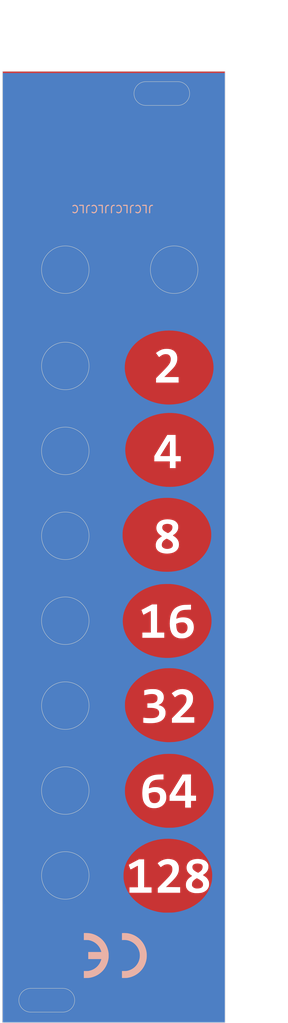
<source format=kicad_pcb>
(kicad_pcb (version 20171130) (host pcbnew "(5.1.9)-1")

  (general
    (thickness 1.6)
    (drawings 29)
    (tracks 0)
    (zones 0)
    (modules 2)
    (nets 1)
  )

  (page A4)
  (layers
    (0 F.Cu signal hide)
    (31 B.Cu signal hide)
    (32 B.Adhes user)
    (33 F.Adhes user)
    (34 B.Paste user)
    (35 F.Paste user)
    (36 B.SilkS user)
    (37 F.SilkS user)
    (38 B.Mask user)
    (39 F.Mask user)
    (40 Dwgs.User user)
    (41 Cmts.User user)
    (42 Eco1.User user)
    (43 Eco2.User user)
    (44 Edge.Cuts user)
    (45 Margin user)
    (46 B.CrtYd user hide)
    (47 F.CrtYd user)
    (48 B.Fab user hide)
    (49 F.Fab user hide)
  )

  (setup
    (last_trace_width 0.25)
    (trace_clearance 0.2)
    (zone_clearance 0)
    (zone_45_only no)
    (trace_min 0.2)
    (via_size 0.8)
    (via_drill 0.4)
    (via_min_size 0.4)
    (via_min_drill 0.3)
    (uvia_size 0.3)
    (uvia_drill 0.1)
    (uvias_allowed no)
    (uvia_min_size 0.2)
    (uvia_min_drill 0.1)
    (edge_width 0.05)
    (segment_width 0.2)
    (pcb_text_width 0.3)
    (pcb_text_size 1.5 1.5)
    (mod_edge_width 0.12)
    (mod_text_size 1 1)
    (mod_text_width 0.15)
    (pad_size 1.524 1.524)
    (pad_drill 0.762)
    (pad_to_mask_clearance 0)
    (aux_axis_origin 0 0)
    (visible_elements 7FFFFFFF)
    (pcbplotparams
      (layerselection 0x010f0_ffffffff)
      (usegerberextensions true)
      (usegerberattributes true)
      (usegerberadvancedattributes true)
      (creategerberjobfile true)
      (excludeedgelayer true)
      (linewidth 0.100000)
      (plotframeref false)
      (viasonmask false)
      (mode 1)
      (useauxorigin false)
      (hpglpennumber 1)
      (hpglpenspeed 20)
      (hpglpendiameter 15.000000)
      (psnegative false)
      (psa4output false)
      (plotreference true)
      (plotvalue true)
      (plotinvisibletext false)
      (padsonsilk false)
      (subtractmaskfromsilk true)
      (outputformat 1)
      (mirror false)
      (drillshape 0)
      (scaleselection 1)
      (outputdirectory "../export/v0.2.1panel/"))
  )

  (net 0 "")

  (net_class Default "This is the default net class."
    (clearance 0.2)
    (trace_width 0.25)
    (via_dia 0.8)
    (via_drill 0.4)
    (uvia_dia 0.3)
    (uvia_drill 0.1)
  )

  (module Symbol:CE-Logo_8.5x6mm_SilkScreen (layer B.Cu) (tedit 0) (tstamp 611433EF)
    (at 122.89536 174.36592 180)
    (descr "CE marking")
    (tags "Logo CE certification")
    (attr virtual)
    (fp_text reference REF** (at 0 0) (layer B.SilkS) hide
      (effects (font (size 1 1) (thickness 0.15)) (justify mirror))
    )
    (fp_text value CE-Logo_8.5x6mm_SilkScreen (at 0.75 0) (layer B.Fab) hide
      (effects (font (size 1 1) (thickness 0.15)) (justify mirror))
    )
    (fp_poly (pts (xy -1.060813 3.015685) (xy -0.99633 3.014025) (xy -0.949697 3.011055) (xy -0.929349 3.007912)
      (xy -0.899583 2.999935) (xy -0.899583 2.07947) (xy -1.109119 2.086741) (xy -1.318953 2.086477)
      (xy -1.513141 2.069618) (xy -1.69758 2.034925) (xy -1.878168 1.981161) (xy -2.060803 1.907089)
      (xy -2.136511 1.871121) (xy -2.317062 1.772023) (xy -2.479702 1.660674) (xy -2.632099 1.531592)
      (xy -2.691378 1.474295) (xy -2.848015 1.299139) (xy -2.983527 1.10848) (xy -3.097234 0.903606)
      (xy -3.188456 0.685807) (xy -3.256515 0.456371) (xy -3.276674 0.363803) (xy -3.288823 0.279756)
      (xy -3.296934 0.176766) (xy -3.301015 0.062035) (xy -3.301074 -0.057234) (xy -3.297116 -0.173837)
      (xy -3.289149 -0.280571) (xy -3.277181 -0.370233) (xy -3.275943 -0.377031) (xy -3.220089 -0.605759)
      (xy -3.140701 -0.823965) (xy -3.039069 -1.030177) (xy -2.916478 -1.222928) (xy -2.774219 -1.400748)
      (xy -2.613579 -1.562168) (xy -2.435845 -1.705719) (xy -2.242307 -1.829931) (xy -2.034252 -1.933336)
      (xy -1.850763 -2.002535) (xy -1.747623 -2.034118) (xy -1.652893 -2.058129) (xy -1.56013 -2.075463)
      (xy -1.462894 -2.087016) (xy -1.354742 -2.09368) (xy -1.229233 -2.096352) (xy -1.174089 -2.096504)
      (xy -0.899583 -2.096186) (xy -0.899583 -3.013164) (xy -0.929349 -3.021141) (xy -0.954749 -3.024138)
      (xy -1.001744 -3.026203) (xy -1.06549 -3.027382) (xy -1.141142 -3.027723) (xy -1.223854 -3.027274)
      (xy -1.308783 -3.026083) (xy -1.391083 -3.024197) (xy -1.465909 -3.021663) (xy -1.528417 -3.018531)
      (xy -1.573762 -3.014847) (xy -1.574271 -3.014789) (xy -1.687271 -2.998341) (xy -1.814872 -2.973706)
      (xy -1.947338 -2.943083) (xy -2.074934 -2.908667) (xy -2.156016 -2.883536) (xy -2.420553 -2.782498)
      (xy -2.671277 -2.659513) (xy -2.907195 -2.515777) (xy -3.12732 -2.352487) (xy -3.33066 -2.170838)
      (xy -3.516227 -1.972026) (xy -3.68303 -1.757247) (xy -3.830079 -1.527698) (xy -3.956385 -1.284573)
      (xy -4.060958 -1.02907) (xy -4.142808 -0.762383) (xy -4.200945 -0.485709) (xy -4.214162 -0.396875)
      (xy -4.222618 -0.312107) (xy -4.228437 -0.208118) (xy -4.231618 -0.092009) (xy -4.232161 0.029113)
      (xy -4.230066 0.148146) (xy -4.225334 0.257986) (xy -4.217963 0.351528) (xy -4.214162 0.383646)
      (xy -4.163241 0.666294) (xy -4.087795 0.939386) (xy -3.988081 1.202286) (xy -3.864354 1.454363)
      (xy -3.716872 1.694983) (xy -3.638048 1.805782) (xy -3.45977 2.023277) (xy -3.263767 2.221656)
      (xy -3.051402 2.400118) (xy -2.824041 2.557867) (xy -2.583047 2.694103) (xy -2.329787 2.808029)
      (xy -2.065623 2.898847) (xy -1.791921 2.965759) (xy -1.60112 2.997187) (xy -1.548646 3.00251)
      (xy -1.479782 3.00707) (xy -1.399419 3.010788) (xy -1.31245 3.013587) (xy -1.223764 3.015388)
      (xy -1.138255 3.016113) (xy -1.060813 3.015685)) (layer B.SilkS) (width 0.01))
    (fp_poly (pts (xy 4.233335 2.083594) (xy 3.938985 2.083305) (xy 3.83701 2.08288) (xy 3.756355 2.081592)
      (xy 3.691888 2.079086) (xy 3.638476 2.075004) (xy 3.590988 2.068992) (xy 3.544289 2.060692)
      (xy 3.510389 2.053564) (xy 3.280549 1.990246) (xy 3.061232 1.903988) (xy 2.854201 1.795991)
      (xy 2.66122 1.667456) (xy 2.484049 1.519582) (xy 2.324453 1.35357) (xy 2.184193 1.170621)
      (xy 2.159554 1.133551) (xy 2.107756 1.046598) (xy 2.054855 0.94518) (xy 2.003836 0.836134)
      (xy 1.957682 0.726298) (xy 1.919375 0.622512) (xy 1.891898 0.531612) (xy 1.885804 0.506016)
      (xy 1.876439 0.463021) (xy 3.638021 0.463021) (xy 3.638021 -0.47625) (xy 1.876439 -0.47625)
      (xy 1.885804 -0.519244) (xy 1.910864 -0.610611) (xy 1.948352 -0.716469) (xy 1.995185 -0.829878)
      (xy 2.048282 -0.943892) (xy 2.10456 -1.051569) (xy 2.160936 -1.145967) (xy 2.170392 -1.160319)
      (xy 2.314134 -1.351791) (xy 2.475333 -1.52363) (xy 2.65299 -1.675163) (xy 2.846109 -1.805719)
      (xy 3.053691 -1.914624) (xy 3.274738 -2.001206) (xy 3.508255 -2.064794) (xy 3.513956 -2.066021)
      (xy 3.566538 -2.076622) (xy 3.614958 -2.084513) (xy 3.664609 -2.090078) (xy 3.720881 -2.093702)
      (xy 3.789168 -2.095769) (xy 3.874859 -2.096664) (xy 3.945599 -2.096799) (xy 4.233333 -2.096776)
      (xy 4.233333 -3.029479) (xy 3.945599 -3.027762) (xy 3.853624 -3.026709) (xy 3.763891 -3.024766)
      (xy 3.682158 -3.022126) (xy 3.614179 -3.018981) (xy 3.565711 -3.015526) (xy 3.558646 -3.014789)
      (xy 3.333237 -2.978594) (xy 3.101386 -2.921376) (xy 2.869425 -2.845284) (xy 2.643685 -2.752465)
      (xy 2.430499 -2.645068) (xy 2.374697 -2.613135) (xy 2.211156 -2.507667) (xy 2.045214 -2.383545)
      (xy 1.883427 -2.246431) (xy 1.73235 -2.101982) (xy 1.59854 -1.955859) (xy 1.561993 -1.911607)
      (xy 1.400673 -1.690012) (xy 1.259348 -1.452378) (xy 1.139025 -1.201089) (xy 1.040711 -0.938532)
      (xy 0.965412 -0.667092) (xy 0.914135 -0.389155) (xy 0.91159 -0.370416) (xy 0.904641 -0.298751)
      (xy 0.899708 -0.208046) (xy 0.896792 -0.104923) (xy 0.895895 0.003991) (xy 0.897019 0.112075)
      (xy 0.900166 0.212702) (xy 0.905338 0.299248) (xy 0.911383 0.357188) (xy 0.963339 0.642106)
      (xy 1.038569 0.917646) (xy 1.136391 1.182191) (xy 1.256121 1.434123) (xy 1.397076 1.671823)
      (xy 1.558573 1.893675) (xy 1.561993 1.897921) (xy 1.74228 2.100879) (xy 1.941422 2.287344)
      (xy 2.156973 2.455786) (xy 2.386485 2.604675) (xy 2.627509 2.732483) (xy 2.8776 2.837678)
      (xy 3.134309 2.918733) (xy 3.234619 2.943231) (xy 3.35853 2.969062) (xy 3.4737 2.988408)
      (xy 3.58752 3.002019) (xy 3.707385 3.010644) (xy 3.840687 3.015032) (xy 3.952213 3.015992)
      (xy 4.233333 3.01625) (xy 4.233335 2.083594)) (layer B.SilkS) (width 0.01))
  )

  (module myKicadLib:panel-design (layer F.Cu) (tedit 0) (tstamp 601698FE)
    (at 122.682 119.38)
    (fp_text reference Ref** (at 0 0) (layer F.SilkS) hide
      (effects (font (size 1.27 1.27) (thickness 0.15)))
    )
    (fp_text value Val** (at 0 0) (layer F.SilkS) hide
      (effects (font (size 1.27 1.27) (thickness 0.15)))
    )
    (fp_poly (pts (xy 3.79549 -57.796225) (xy 3.86946 -57.753649) (xy 3.926708 -57.680313) (xy 3.936556 -57.65907)
      (xy 3.955404 -57.565921) (xy 3.937184 -57.480264) (xy 3.887164 -57.409334) (xy 3.810608 -57.360369)
      (xy 3.712782 -57.340604) (xy 3.704735 -57.3405) (xy 3.637823 -57.344449) (xy 3.592129 -57.362459)
      (xy 3.547364 -57.403779) (xy 3.53466 -57.418015) (xy 3.492942 -57.470995) (xy 3.475499 -57.515877)
      (xy 3.475537 -57.573321) (xy 3.477469 -57.591953) (xy 3.505338 -57.684213) (xy 3.559722 -57.752035)
      (xy 3.631974 -57.794153) (xy 3.713446 -57.809305) (xy 3.79549 -57.796225)) (layer F.Mask) (width 0.01))
    (fp_poly (pts (xy 0.513293 -57.797241) (xy 0.587324 -57.755138) (xy 0.644969 -57.682088) (xy 0.655723 -57.65907)
      (xy 0.674142 -57.566475) (xy 0.65575 -57.480546) (xy 0.606052 -57.409061) (xy 0.530556 -57.359799)
      (xy 0.434769 -57.340537) (xy 0.430175 -57.3405) (xy 0.364339 -57.345674) (xy 0.314774 -57.367133)
      (xy 0.261154 -57.413781) (xy 0.259778 -57.415155) (xy 0.215006 -57.463946) (xy 0.195075 -57.504069)
      (xy 0.192975 -57.55474) (xy 0.196313 -57.589094) (xy 0.224146 -57.682208) (xy 0.278303 -57.75088)
      (xy 0.35024 -57.793811) (xy 0.431418 -57.809698) (xy 0.513293 -57.797241)) (layer F.Mask) (width 0.01))
    (fp_poly (pts (xy 8.954747 -57.195346) (xy 9.07537 -57.152799) (xy 9.0805 -57.15) (xy 9.170032 -57.077037)
      (xy 9.240432 -56.971416) (xy 9.28819 -56.839824) (xy 9.308045 -56.716584) (xy 9.319129 -56.5785)
      (xy 8.937719 -56.5785) (xy 8.927161 -56.68838) (xy 8.913879 -56.766054) (xy 8.887801 -56.81827)
      (xy 8.859787 -56.84713) (xy 8.812548 -56.88027) (xy 8.773213 -56.895833) (xy 8.77031 -56.896)
      (xy 8.700892 -56.878801) (xy 8.621481 -56.832029) (xy 8.542992 -56.76292) (xy 8.506736 -56.72128)
      (xy 8.424333 -56.617032) (xy 8.424333 -55.668333) (xy 8.043333 -55.668333) (xy 8.043333 -57.171167)
      (xy 8.382 -57.171167) (xy 8.382324 -57.112958) (xy 8.389434 -57.047109) (xy 8.410151 -57.021177)
      (xy 8.444992 -57.034826) (xy 8.468055 -57.056584) (xy 8.567652 -57.134154) (xy 8.689535 -57.184292)
      (xy 8.822351 -57.205267) (xy 8.954747 -57.195346)) (layer F.Mask) (width 0.01))
    (fp_poly (pts (xy 3.915833 -55.964667) (xy 4.362267 -55.964667) (xy 4.356008 -55.821792) (xy 4.34975 -55.678917)
      (xy 3.069166 -55.667713) (xy 3.069166 -55.964667) (xy 3.534833 -55.964667) (xy 3.534833 -56.874833)
      (xy 3.132666 -56.874833) (xy 3.132666 -57.171167) (xy 3.915833 -57.171167) (xy 3.915833 -55.964667)) (layer F.Mask) (width 0.01))
    (fp_poly (pts (xy 1.557177 -57.170183) (xy 1.620448 -57.166337) (xy 1.657546 -57.158287) (xy 1.676536 -57.14469)
      (xy 1.68228 -57.134125) (xy 1.699013 -57.090047) (xy 1.726972 -57.014497) (xy 1.763434 -56.915)
      (xy 1.805675 -56.799081) (xy 1.850972 -56.674265) (xy 1.8966 -56.548077) (xy 1.939837 -56.428042)
      (xy 1.977959 -56.321685) (xy 2.008241 -56.23653) (xy 2.027962 -56.180103) (xy 2.032773 -56.16575)
      (xy 2.051487 -56.119733) (xy 2.065868 -56.10676) (xy 2.069764 -56.112833) (xy 2.085321 -56.159859)
      (xy 2.111799 -56.235616) (xy 2.14682 -56.333655) (xy 2.188008 -56.447526) (xy 2.232989 -56.570782)
      (xy 2.279384 -56.696974) (xy 2.324818 -56.819654) (xy 2.366914 -56.932371) (xy 2.403297 -57.028678)
      (xy 2.43159 -57.102127) (xy 2.449417 -57.146268) (xy 2.454209 -57.156131) (xy 2.480995 -57.162902)
      (xy 2.539593 -57.166916) (xy 2.619541 -57.167637) (xy 2.660634 -57.166714) (xy 2.851557 -57.160583)
      (xy 2.560365 -56.41975) (xy 2.269174 -55.678917) (xy 2.058935 -55.672924) (xy 1.848695 -55.666932)
      (xy 1.618865 -56.244424) (xy 1.556329 -56.401631) (xy 1.495295 -56.555194) (xy 1.438552 -56.698091)
      (xy 1.388885 -56.8233) (xy 1.349082 -56.923797) (xy 1.321931 -56.99256) (xy 1.320364 -56.996542)
      (xy 1.251694 -57.171167) (xy 1.459666 -57.171167) (xy 1.557177 -57.170183)) (layer F.Mask) (width 0.01))
    (fp_poly (pts (xy 0.635 -55.964667) (xy 1.081434 -55.964667) (xy 1.068916 -55.678917) (xy 0.428625 -55.673315)
      (xy -0.211667 -55.667713) (xy -0.211667 -55.964667) (xy 0.254 -55.964667) (xy 0.254 -56.874833)
      (xy -0.148167 -56.874833) (xy -0.148167 -57.171167) (xy 0.635 -57.171167) (xy 0.635 -55.964667)) (layer F.Mask) (width 0.01))
    (fp_poly (pts (xy -3.100917 -56.575028) (xy -2.8575 -56.872797) (xy -2.614084 -57.170566) (xy -2.386542 -57.170867)
      (xy -2.294234 -57.169613) (xy -2.220067 -57.165988) (xy -2.172644 -57.16058) (xy -2.159745 -57.155292)
      (xy -2.173492 -57.135408) (xy -2.211417 -57.089151) (xy -2.269249 -57.0215) (xy -2.342722 -56.937435)
      (xy -2.427567 -56.841936) (xy -2.445511 -56.821917) (xy -2.531622 -56.724206) (xy -2.606299 -56.636031)
      (xy -2.665432 -56.562535) (xy -2.704911 -56.508858) (xy -2.720626 -56.480143) (xy -2.720558 -56.477856)
      (xy -2.704844 -56.454401) (xy -2.66624 -56.403169) (xy -2.608654 -56.329155) (xy -2.535995 -56.237354)
      (xy -2.45217 -56.132761) (xy -2.403042 -56.071987) (xy -2.315517 -55.963533) (xy -2.237682 -55.866118)
      (xy -2.173277 -55.784503) (xy -2.126042 -55.723448) (xy -2.099717 -55.687715) (xy -2.0955 -55.680506)
      (xy -2.115259 -55.675668) (xy -2.168906 -55.671741) (xy -2.248001 -55.669157) (xy -2.333983 -55.668333)
      (xy -2.572466 -55.668333) (xy -2.836692 -56.027859) (xy -3.100917 -56.387385) (xy -3.106709 -56.027859)
      (xy -3.1125 -55.668333) (xy -3.292581 -55.668333) (xy -3.393876 -55.671004) (xy -3.456117 -55.679288)
      (xy -3.482264 -55.693599) (xy -3.482802 -55.694792) (xy -3.48472 -55.720691) (xy -3.486295 -55.784689)
      (xy -3.487506 -55.882553) (xy -3.488335 -56.010049) (xy -3.488764 -56.162944) (xy -3.488774 -56.337005)
      (xy -3.488345 -56.527998) (xy -3.487459 -56.73169) (xy -3.487429 -56.73725) (xy -3.481917 -57.75325)
      (xy -3.112163 -57.765472) (xy -3.100917 -56.575028)) (layer F.Mask) (width 0.01))
    (fp_poly (pts (xy -7.5565 -55.964667) (xy -7.133167 -55.964667) (xy -7.133167 -55.668333) (xy -8.403167 -55.668333)
      (xy -8.403167 -55.964667) (xy -7.9375 -55.964667) (xy -7.9375 -57.4675) (xy -8.362768 -57.4675)
      (xy -8.35025 -57.75325) (xy -7.5565 -57.764768) (xy -7.5565 -55.964667)) (layer F.Mask) (width 0.01))
    (fp_poly (pts (xy 7.106116 -57.199813) (xy 7.233605 -57.175091) (xy 7.282408 -57.156949) (xy 7.418705 -57.074199)
      (xy 7.525031 -56.962971) (xy 7.599997 -56.82602) (xy 7.642214 -56.666096) (xy 7.650292 -56.485953)
      (xy 7.646579 -56.435625) (xy 7.63578 -56.3245) (xy 7.15164 -56.3245) (xy 6.989103 -56.324546)
      (xy 6.864751 -56.323609) (xy 6.774441 -56.320076) (xy 6.714028 -56.312332) (xy 6.679369 -56.298764)
      (xy 6.66632 -56.277759) (xy 6.670738 -56.247704) (xy 6.688479 -56.206985) (xy 6.715125 -56.154531)
      (xy 6.762727 -56.077084) (xy 6.820337 -56.019018) (xy 6.892693 -55.979391) (xy 6.984536 -55.95726)
      (xy 7.100605 -55.951682) (xy 7.245641 -55.961715) (xy 7.424384 -55.986417) (xy 7.498291 -55.998787)
      (xy 7.577666 -56.012539) (xy 7.577666 -55.715065) (xy 7.392458 -55.681073) (xy 7.255101 -55.661677)
      (xy 7.11181 -55.651434) (xy 6.974337 -55.650425) (xy 6.854435 -55.658729) (xy 6.763858 -55.676428)
      (xy 6.76275 -55.676775) (xy 6.611017 -55.742178) (xy 6.490529 -55.833647) (xy 6.399483 -55.953427)
      (xy 6.336076 -56.103765) (xy 6.303991 -56.247836) (xy 6.291461 -56.439226) (xy 6.312983 -56.620234)
      (xy 6.320329 -56.643051) (xy 6.688666 -56.643051) (xy 6.690664 -56.625878) (xy 6.701004 -56.613958)
      (xy 6.726206 -56.606333) (xy 6.77279 -56.602049) (xy 6.847277 -56.600148) (xy 6.956187 -56.599674)
      (xy 6.98447 -56.599667) (xy 7.280275 -56.599667) (xy 7.267289 -56.668458) (xy 7.229432 -56.77965)
      (xy 7.165323 -56.85887) (xy 7.077513 -56.904128) (xy 6.968552 -56.913434) (xy 6.955096 -56.912144)
      (xy 6.860725 -56.883888) (xy 6.779029 -56.827262) (xy 6.719103 -56.751454) (xy 6.690043 -56.66565)
      (xy 6.688666 -56.643051) (xy 6.320329 -56.643051) (xy 6.366314 -56.785873) (xy 6.449212 -56.931158)
      (xy 6.559436 -57.051102) (xy 6.694743 -57.140718) (xy 6.708424 -57.147288) (xy 6.827547 -57.185643)
      (xy 6.965437 -57.203241) (xy 7.106116 -57.199813)) (layer F.Mask) (width 0.01))
    (fp_poly (pts (xy 5.958416 -57.75325) (xy 5.958416 -55.678917) (xy 5.794375 -55.672735) (xy 5.630333 -55.666553)
      (xy 5.630333 -55.859818) (xy 5.523513 -55.775382) (xy 5.388865 -55.692962) (xy 5.246852 -55.65107)
      (xy 5.10129 -55.650204) (xy 4.955995 -55.690865) (xy 4.938386 -55.698732) (xy 4.828422 -55.767481)
      (xy 4.743534 -55.861186) (xy 4.682424 -55.982748) (xy 4.643791 -56.135067) (xy 4.626339 -56.321042)
      (xy 4.625087 -56.392981) (xy 5.012323 -56.392981) (xy 5.018277 -56.260217) (xy 5.035539 -56.160661)
      (xy 5.066581 -56.086123) (xy 5.113874 -56.028411) (xy 5.12537 -56.018276) (xy 5.204188 -55.973662)
      (xy 5.286623 -55.970776) (xy 5.367708 -56.004741) (xy 5.418899 -56.044439) (xy 5.47813 -56.102249)
      (xy 5.510583 -56.139134) (xy 5.588 -56.23361) (xy 5.588 -56.551753) (xy 5.588079 -56.679472)
      (xy 5.585833 -56.770925) (xy 5.577536 -56.832155) (xy 5.559461 -56.869208) (xy 5.527883 -56.888127)
      (xy 5.479075 -56.894956) (xy 5.409311 -56.89574) (xy 5.375955 -56.895711) (xy 5.255386 -56.878383)
      (xy 5.158341 -56.826287) (xy 5.085411 -56.74024) (xy 5.037184 -56.621055) (xy 5.01425 -56.469549)
      (xy 5.012323 -56.392981) (xy 4.625087 -56.392981) (xy 4.624989 -56.398583) (xy 4.625716 -56.509664)
      (xy 4.629167 -56.589782) (xy 4.637134 -56.650297) (xy 4.651407 -56.702569) (xy 4.67378 -56.757957)
      (xy 4.685866 -56.784543) (xy 4.765672 -56.916738) (xy 4.870669 -57.029899) (xy 4.991217 -57.114554)
      (xy 5.048846 -57.141165) (xy 5.119943 -57.162819) (xy 5.203519 -57.175664) (xy 5.311653 -57.181221)
      (xy 5.371008 -57.18175) (xy 5.587933 -57.18175) (xy 5.587966 -57.473616) (xy 5.588 -57.765482)
      (xy 5.958416 -57.75325)) (layer F.Mask) (width 0.01))
    (fp_poly (pts (xy -0.788459 -57.759366) (xy -0.60325 -57.75325) (xy -0.60325 -55.678917) (xy -0.931334 -55.666553)
      (xy -0.931334 -55.859818) (xy -1.038154 -55.775382) (xy -1.172419 -55.692747) (xy -1.312846 -55.650512)
      (xy -1.455595 -55.649121) (xy -1.59683 -55.689022) (xy -1.632708 -55.706153) (xy -1.74625 -55.788492)
      (xy -1.835219 -55.903339) (xy -1.898528 -56.047981) (xy -1.93509 -56.219706) (xy -1.94365 -56.412041)
      (xy -1.545049 -56.412041) (xy -1.54061 -56.275432) (xy -1.526098 -56.172784) (xy -1.499425 -56.096483)
      (xy -1.458498 -56.038918) (xy -1.437091 -56.018944) (xy -1.358064 -55.973916) (xy -1.275791 -55.97061)
      (xy -1.193958 -56.004741) (xy -1.142768 -56.044439) (xy -1.083536 -56.102249) (xy -1.051083 -56.139134)
      (xy -0.973667 -56.23361) (xy -0.973667 -56.551753) (xy -0.973637 -56.679441) (xy -0.975909 -56.770864)
      (xy -0.984026 -56.83207) (xy -1.001529 -56.869109) (xy -1.031961 -56.888031) (xy -1.078864 -56.894885)
      (xy -1.145782 -56.89572) (xy -1.175081 -56.895711) (xy -1.292682 -56.881345) (xy -1.385397 -56.834997)
      (xy -1.459465 -56.75287) (xy -1.486959 -56.705947) (xy -1.516661 -56.64337) (xy -1.534242 -56.585878)
      (xy -1.542701 -56.518294) (xy -1.545038 -56.425443) (xy -1.545049 -56.412041) (xy -1.94365 -56.412041)
      (xy -1.943818 -56.415799) (xy -1.941062 -56.475689) (xy -1.914846 -56.659269) (xy -1.860746 -56.814033)
      (xy -1.776802 -56.944629) (xy -1.716454 -57.008541) (xy -1.624735 -57.083033) (xy -1.529421 -57.134106)
      (xy -1.420166 -57.165167) (xy -1.286621 -57.179626) (xy -1.190659 -57.18175) (xy -0.973734 -57.18175)
      (xy -0.973701 -57.473616) (xy -0.973667 -57.765482) (xy -0.788459 -57.759366)) (layer F.Mask) (width 0.01))
    (fp_poly (pts (xy -4.117386 -57.181746) (xy -4.057097 -57.171931) (xy -3.937 -57.146999) (xy -3.937 -56.966318)
      (xy -3.937783 -56.879045) (xy -3.941234 -56.826653) (xy -3.949013 -56.801703) (xy -3.962777 -56.796755)
      (xy -3.974042 -56.800073) (xy -4.132195 -56.848331) (xy -4.282914 -56.868761) (xy -4.418981 -56.861289)
      (xy -4.533176 -56.825839) (xy -4.567418 -56.806295) (xy -4.6436 -56.741331) (xy -4.694034 -56.660569)
      (xy -4.721993 -56.556233) (xy -4.730749 -56.420549) (xy -4.73075 -56.418181) (xy -4.729072 -56.32785)
      (xy -4.721857 -56.265471) (xy -4.705834 -56.216727) (xy -4.677732 -56.167297) (xy -4.671142 -56.157228)
      (xy -4.588588 -56.069193) (xy -4.480149 -56.012303) (xy -4.349415 -55.98732) (xy -4.199977 -55.995004)
      (xy -4.060595 -56.027894) (xy -3.991927 -56.049227) (xy -3.941743 -56.064455) (xy -3.921125 -56.070227)
      (xy -3.918663 -56.050869) (xy -3.916811 -55.999199) (xy -3.915884 -55.92524) (xy -3.915834 -55.901987)
      (xy -3.915834 -55.733474) (xy -4.026959 -55.699804) (xy -4.120908 -55.679065) (xy -4.237728 -55.664341)
      (xy -4.362065 -55.656519) (xy -4.478566 -55.656486) (xy -4.571878 -55.66513) (xy -4.584558 -55.667575)
      (xy -4.755073 -55.721925) (xy -4.894599 -55.8051) (xy -5.003027 -55.91697) (xy -5.080245 -56.0574)
      (xy -5.126143 -56.226258) (xy -5.138191 -56.334247) (xy -5.133581 -56.53338) (xy -5.094276 -56.710977)
      (xy -5.021235 -56.865262) (xy -4.91542 -56.994459) (xy -4.777791 -57.096791) (xy -4.706025 -57.133471)
      (xy -4.619918 -57.160229) (xy -4.505031 -57.179204) (xy -4.374335 -57.189628) (xy -4.240796 -57.190731)
      (xy -4.117386 -57.181746)) (layer F.Mask) (width 0.01))
    (fp_poly (pts (xy -5.908095 -57.175645) (xy -5.75729 -57.116687) (xy -5.636707 -57.035995) (xy -5.559239 -56.945931)
      (xy -5.497383 -56.824648) (xy -5.453511 -56.68114) (xy -5.429998 -56.524397) (xy -5.429215 -56.363411)
      (xy -5.438156 -56.283709) (xy -5.483786 -56.101625) (xy -5.559254 -55.947131) (xy -5.663311 -55.8221)
      (xy -5.794707 -55.728405) (xy -5.815805 -55.717606) (xy -5.885574 -55.687187) (xy -5.952627 -55.668478)
      (xy -6.032553 -55.658278) (xy -6.126565 -55.653778) (xy -6.283317 -55.656627) (xy -6.406312 -55.675718)
      (xy -6.429521 -55.682189) (xy -6.550015 -55.738313) (xy -6.662141 -55.825961) (xy -6.753572 -55.93451)
      (xy -6.785499 -55.988954) (xy -6.841061 -56.137606) (xy -6.868812 -56.301812) (xy -6.869539 -56.41975)
      (xy -6.476071 -56.41975) (xy -6.463724 -56.26332) (xy -6.426451 -56.140687) (xy -6.363908 -56.05118)
      (xy -6.275746 -55.994129) (xy -6.251733 -55.985504) (xy -6.165814 -55.973911) (xy -6.070939 -55.984045)
      (xy -5.988228 -56.012969) (xy -5.969 -56.02483) (xy -5.908181 -56.083029) (xy -5.866511 -56.160351)
      (xy -5.841822 -56.263366) (xy -5.831941 -56.398642) (xy -5.831531 -56.440917) (xy -5.836028 -56.572522)
      (xy -5.851307 -56.670511) (xy -5.880291 -56.742864) (xy -5.925906 -56.797564) (xy -5.97532 -56.833357)
      (xy -6.068164 -56.869224) (xy -6.170551 -56.87598) (xy -6.267443 -56.854299) (xy -6.330222 -56.817501)
      (xy -6.402258 -56.738631) (xy -6.448583 -56.641451) (xy -6.471927 -56.518522) (xy -6.476071 -56.41975)
      (xy -6.869539 -56.41975) (xy -6.869864 -56.472413) (xy -6.845329 -56.64025) (xy -6.796321 -56.796163)
      (xy -6.723952 -56.930991) (xy -6.661965 -57.005958) (xy -6.53827 -57.101033) (xy -6.392917 -57.165777)
      (xy -6.234026 -57.199952) (xy -6.069712 -57.203321) (xy -5.908095 -57.175645)) (layer F.Mask) (width 0.01))
    (fp_poly (pts (xy -9.076842 -57.185873) (xy -8.969123 -57.17234) (xy -8.954542 -57.169413) (xy -8.847667 -57.146492)
      (xy -8.847667 -56.965861) (xy -8.848489 -56.878432) (xy -8.85206 -56.825767) (xy -8.860036 -56.800308)
      (xy -8.874072 -56.794499) (xy -8.884709 -56.796858) (xy -9.038211 -56.840969) (xy -9.161641 -56.866339)
      (xy -9.262554 -56.873615) (xy -9.348511 -56.863446) (xy -9.413781 -56.842276) (xy -9.506761 -56.791936)
      (xy -9.572346 -56.725117) (xy -9.608943 -56.663167) (xy -9.651462 -56.540408) (xy -9.662501 -56.413351)
      (xy -9.644533 -56.289922) (xy -9.600031 -56.178047) (xy -9.531469 -56.085652) (xy -9.441319 -56.020666)
      (xy -9.403703 -56.005389) (xy -9.327393 -55.992092) (xy -9.22576 -55.990209) (xy -9.113949 -55.998736)
      (xy -9.007108 -56.016668) (xy -8.937625 -56.0363) (xy -8.847667 -56.068622) (xy -8.847667 -55.902796)
      (xy -8.848398 -55.819437) (xy -8.852643 -55.768429) (xy -8.863483 -55.73979) (xy -8.883996 -55.723541)
      (xy -8.905875 -55.714148) (xy -9.041161 -55.676019) (xy -9.198081 -55.655377) (xy -9.359264 -55.653246)
      (xy -9.507344 -55.670651) (xy -9.535584 -55.676991) (xy -9.701567 -55.736263) (xy -9.836196 -55.823938)
      (xy -9.939318 -55.939808) (xy -10.010779 -56.083661) (xy -10.050424 -56.25529) (xy -10.059144 -56.389291)
      (xy -10.043744 -56.58506) (xy -9.994942 -56.757156) (xy -9.913911 -56.903845) (xy -9.801824 -57.023394)
      (xy -9.659852 -57.114068) (xy -9.537034 -57.161325) (xy -9.447348 -57.17885) (xy -9.330835 -57.188921)
      (xy -9.202373 -57.191331) (xy -9.076842 -57.185873)) (layer F.Mask) (width 0.01))
    (fp_poly (pts (xy 3.180314 -48.756323) (xy 3.260381 -48.752033) (xy 3.319697 -48.743032) (xy 3.369037 -48.727804)
      (xy 3.409946 -48.709442) (xy 3.536822 -48.629801) (xy 3.638407 -48.526683) (xy 3.716558 -48.396641)
      (xy 3.773131 -48.236227) (xy 3.809984 -48.041996) (xy 3.82018 -47.947792) (xy 3.835572 -47.773167)
      (xy 3.243968 -47.773167) (xy 3.229138 -47.905458) (xy 3.201773 -48.052321) (xy 3.15693 -48.160817)
      (xy 3.094658 -48.230847) (xy 3.060137 -48.250132) (xy 2.997878 -48.271013) (xy 2.943901 -48.281018)
      (xy 2.938946 -48.281167) (xy 2.858724 -48.263657) (xy 2.764896 -48.214823) (xy 2.664656 -48.140208)
      (xy 2.565204 -48.045356) (xy 2.473737 -47.935812) (xy 2.45307 -47.906936) (xy 2.391833 -47.818456)
      (xy 2.391833 -46.333833) (xy 1.799166 -46.333833) (xy 1.799166 -48.725667) (xy 2.322794 -48.725667)
      (xy 2.335914 -48.646292) (xy 2.34517 -48.567182) (xy 2.34926 -48.486705) (xy 2.349267 -48.485253)
      (xy 2.3495 -48.403588) (xy 2.446129 -48.511064) (xy 2.564557 -48.616182) (xy 2.683809 -48.687978)
      (xy 2.747376 -48.718122) (xy 2.799734 -48.737991) (xy 2.852714 -48.749717) (xy 2.918146 -48.755435)
      (xy 3.007861 -48.75728) (xy 3.068721 -48.757417) (xy 3.180314 -48.756323)) (layer F.Mask) (width 0.01))
    (fp_poly (pts (xy -2.942167 -47.749531) (xy -2.538747 -48.237599) (xy -2.135326 -48.725667) (xy -1.776747 -48.725667)
      (xy -1.658882 -48.724775) (xy -1.557308 -48.722305) (xy -1.478911 -48.718563) (xy -1.430574 -48.713856)
      (xy -1.418167 -48.709698) (xy -1.431745 -48.690631) (xy -1.47029 -48.643835) (xy -1.530521 -48.573111)
      (xy -1.609154 -48.482257) (xy -1.702908 -48.375074) (xy -1.808501 -48.255361) (xy -1.887024 -48.166904)
      (xy -2.014493 -48.023417) (xy -2.116268 -47.907985) (xy -2.19498 -47.8172) (xy -2.253259 -47.747655)
      (xy -2.293736 -47.695942) (xy -2.319041 -47.658654) (xy -2.331805 -47.632383) (xy -2.334658 -47.613722)
      (xy -2.33023 -47.599263) (xy -2.328085 -47.59557) (xy -2.308682 -47.569237) (xy -2.265801 -47.514051)
      (xy -2.202641 -47.434032) (xy -2.122399 -47.333197) (xy -2.028273 -47.215566) (xy -1.923461 -47.085158)
      (xy -1.816895 -46.953086) (xy -1.706317 -46.816001) (xy -1.604635 -46.689376) (xy -1.514815 -46.576948)
      (xy -1.439825 -46.482456) (xy -1.382631 -46.409639) (xy -1.346201 -46.362234) (xy -1.3335 -46.343994)
      (xy -1.353554 -46.340759) (xy -1.409282 -46.338523) (xy -1.494034 -46.337381) (xy -1.601163 -46.337424)
      (xy -1.717678 -46.338648) (xy -2.101855 -46.344417) (xy -2.51672 -46.906746) (xy -2.931584 -47.469074)
      (xy -2.937216 -46.901454) (xy -2.942848 -46.333833) (xy -3.534834 -46.333833) (xy -3.534834 -49.657)
      (xy -2.942167 -49.657) (xy -2.942167 -47.749531)) (layer F.Mask) (width 0.01))
    (fp_poly (pts (xy -10.0965 -46.7995) (xy -9.398 -46.7995) (xy -9.398 -46.333833) (xy -11.451167 -46.333833)
      (xy -11.451167 -46.7995) (xy -10.689167 -46.7995) (xy -10.689167 -49.191333) (xy -11.3665 -49.191333)
      (xy -11.3665 -49.657) (xy -10.0965 -49.657) (xy -10.0965 -46.7995)) (layer F.Mask) (width 0.01))
    (fp_poly (pts (xy -4.706682 -48.749139) (xy -4.599993 -48.73694) (xy -4.49758 -48.723214) (xy -4.41376 -48.709977)
      (xy -4.376209 -48.702629) (xy -4.275667 -48.679905) (xy -4.275667 -48.393605) (xy -4.276059 -48.278736)
      (xy -4.277797 -48.200005) (xy -4.281726 -48.151215) (xy -4.288687 -48.126175) (xy -4.299525 -48.11869)
      (xy -4.312709 -48.121616) (xy -4.536762 -48.196248) (xy -4.740418 -48.239507) (xy -4.921375 -48.251066)
      (xy -5.077194 -48.230631) (xy -5.236155 -48.171516) (xy -5.364096 -48.083616) (xy -5.460953 -47.967025)
      (xy -5.526659 -47.821837) (xy -5.56115 -47.648143) (xy -5.566834 -47.52975) (xy -5.551061 -47.339256)
      (xy -5.503837 -47.176873) (xy -5.425303 -47.042805) (xy -5.315602 -46.937253) (xy -5.174876 -46.860421)
      (xy -5.076049 -46.828306) (xy -4.998883 -46.81115) (xy -4.930347 -46.804349) (xy -4.85315 -46.807325)
      (xy -4.7625 -46.817815) (xy -4.615092 -46.843318) (xy -4.465625 -46.87926) (xy -4.33282 -46.920911)
      (xy -4.291542 -46.936867) (xy -4.27616 -46.940131) (xy -4.26573 -46.930625) (xy -4.259301 -46.901969)
      (xy -4.255925 -46.847781) (xy -4.254651 -46.761677) (xy -4.2545 -46.687916) (xy -4.2545 -46.423636)
      (xy -4.312709 -46.400302) (xy -4.443813 -46.359512) (xy -4.60408 -46.327868) (xy -4.781147 -46.306292)
      (xy -4.962652 -46.295706) (xy -5.136231 -46.297031) (xy -5.289521 -46.311187) (xy -5.352397 -46.32284)
      (xy -5.562058 -46.390082) (xy -5.745757 -46.49024) (xy -5.90189 -46.62186) (xy -6.028853 -46.783488)
      (xy -6.125041 -46.973669) (xy -6.151305 -47.047222) (xy -6.171499 -47.137184) (xy -6.186092 -47.256845)
      (xy -6.194728 -47.393896) (xy -6.19705 -47.536029) (xy -6.192701 -47.670937) (xy -6.181325 -47.78631)
      (xy -6.173926 -47.828073) (xy -6.108503 -48.043762) (xy -6.010635 -48.233572) (xy -5.882307 -48.396257)
      (xy -5.725501 -48.530573) (xy -5.542201 -48.635273) (xy -5.334388 -48.709115) (xy -5.104048 -48.750852)
      (xy -4.853161 -48.759239) (xy -4.706682 -48.749139)) (layer F.Mask) (width 0.01))
    (fp_poly (pts (xy -12.456546 -48.736366) (xy -12.281959 -48.704126) (xy -12.170834 -48.679826) (xy -12.170834 -48.39583)
      (xy -12.172127 -48.291725) (xy -12.17567 -48.204761) (xy -12.180961 -48.142675) (xy -12.187496 -48.113201)
      (xy -12.18931 -48.111833) (xy -12.218062 -48.119807) (xy -12.270633 -48.140113) (xy -12.304165 -48.154466)
      (xy -12.368048 -48.176713) (xy -12.458813 -48.200748) (xy -12.561377 -48.222785) (xy -12.612533 -48.231897)
      (xy -12.712919 -48.247476) (xy -12.785203 -48.25518) (xy -12.842874 -48.255024) (xy -12.899421 -48.247026)
      (xy -12.963746 -48.232338) (xy -13.124572 -48.175109) (xy -13.253732 -48.090343) (xy -13.351572 -47.977554)
      (xy -13.418437 -47.836253) (xy -13.454674 -47.665954) (xy -13.462 -47.52975) (xy -13.446913 -47.338945)
      (xy -13.401412 -47.177439) (xy -13.325137 -47.044719) (xy -13.217728 -46.940271) (xy -13.078828 -46.863582)
      (xy -12.971216 -46.828306) (xy -12.89405 -46.81115) (xy -12.825513 -46.804349) (xy -12.748317 -46.807325)
      (xy -12.657667 -46.817815) (xy -12.510258 -46.843318) (xy -12.360792 -46.87926) (xy -12.227986 -46.920911)
      (xy -12.186709 -46.936867) (xy -12.171327 -46.940131) (xy -12.160897 -46.930625) (xy -12.154468 -46.901969)
      (xy -12.151091 -46.847781) (xy -12.149818 -46.761677) (xy -12.149667 -46.687916) (xy -12.149667 -46.423636)
      (xy -12.207875 -46.400302) (xy -12.338979 -46.359512) (xy -12.499247 -46.327868) (xy -12.676314 -46.306292)
      (xy -12.857819 -46.295706) (xy -13.031398 -46.297031) (xy -13.184688 -46.311187) (xy -13.247564 -46.32284)
      (xy -13.455942 -46.389858) (xy -13.639323 -46.489689) (xy -13.795335 -46.620023) (xy -13.92161 -46.77855)
      (xy -14.015779 -46.962962) (xy -14.064458 -47.119183) (xy -14.083064 -47.234032) (xy -14.093336 -47.375254)
      (xy -14.095278 -47.527716) (xy -14.088896 -47.676288) (xy -14.074195 -47.805837) (xy -14.06421 -47.856714)
      (xy -13.994733 -48.067956) (xy -13.89324 -48.25307) (xy -13.761758 -48.411093) (xy -13.602312 -48.541061)
      (xy -13.416928 -48.642011) (xy -13.207634 -48.712981) (xy -12.976454 -48.753005) (xy -12.725417 -48.761121)
      (xy -12.456546 -48.736366)) (layer F.Mask) (width 0.01))
    (fp_poly (pts (xy 13.276004 -49.477103) (xy 13.28322 -49.448864) (xy 13.288168 -49.393786) (xy 13.291161 -49.307452)
      (xy 13.29251 -49.185445) (xy 13.292666 -49.108931) (xy 13.292666 -48.725667) (xy 14.202833 -48.725667)
      (xy 14.202833 -48.26) (xy 13.292666 -48.26) (xy 13.292666 -47.629962) (xy 13.292861 -47.447961)
      (xy 13.293631 -47.303284) (xy 13.295256 -47.19092) (xy 13.298015 -47.105861) (xy 13.302187 -47.043097)
      (xy 13.308052 -46.997619) (xy 13.315888 -46.964417) (xy 13.325975 -46.938482) (xy 13.331855 -46.926851)
      (xy 13.37887 -46.854918) (xy 13.434624 -46.806923) (xy 13.508769 -46.77802) (xy 13.61096 -46.763362)
      (xy 13.663573 -46.760329) (xy 13.82349 -46.763032) (xy 13.982457 -46.781924) (xy 14.008107 -46.786788)
      (xy 14.087721 -46.802595) (xy 14.150552 -46.814466) (xy 14.185728 -46.820363) (xy 14.18907 -46.820667)
      (xy 14.194616 -46.80093) (xy 14.199093 -46.747433) (xy 14.201991 -46.668746) (xy 14.202833 -46.58926)
      (xy 14.202063 -46.48619) (xy 14.198988 -46.417915) (xy 14.192457 -46.376914) (xy 14.18132 -46.355663)
      (xy 14.165791 -46.347023) (xy 14.059914 -46.323206) (xy 13.926361 -46.303648) (xy 13.778071 -46.289247)
      (xy 13.627979 -46.280897) (xy 13.489022 -46.279497) (xy 13.374138 -46.285942) (xy 13.343195 -46.290026)
      (xy 13.195916 -46.320659) (xy 13.078343 -46.363187) (xy 12.978306 -46.423292) (xy 12.887299 -46.502981)
      (xy 12.839165 -46.552281) (xy 12.79969 -46.5978) (xy 12.767958 -46.644274) (xy 12.743057 -46.696436)
      (xy 12.72407 -46.75902) (xy 12.710084 -46.836761) (xy 12.700185 -46.934394) (xy 12.693458 -47.056651)
      (xy 12.688989 -47.208268) (xy 12.685863 -47.393978) (xy 12.683876 -47.556208) (xy 12.675793 -48.26)
      (xy 12.043833 -48.26) (xy 12.043833 -48.725667) (xy 12.678833 -48.725667) (xy 12.678833 -49.330238)
      (xy 12.959291 -49.40194) (xy 13.064083 -49.428907) (xy 13.155121 -49.452665) (xy 13.224015 -49.470999)
      (xy 13.262369 -49.481696) (xy 13.266208 -49.482919) (xy 13.276004 -49.477103)) (layer F.Mask) (width 0.01))
    (fp_poly (pts (xy 10.87512 -48.750684) (xy 11.072659 -48.698521) (xy 11.247557 -48.611187) (xy 11.367679 -48.519503)
      (xy 11.478995 -48.401571) (xy 11.563292 -48.269568) (xy 11.623043 -48.11727) (xy 11.660723 -47.938453)
      (xy 11.678342 -47.73807) (xy 11.681634 -47.63274) (xy 11.682208 -47.538388) (xy 11.680151 -47.465592)
      (xy 11.675796 -47.425862) (xy 11.662026 -47.371) (xy 10.11228 -47.371) (xy 10.122392 -47.265759)
      (xy 10.156415 -47.121572) (xy 10.226691 -46.995078) (xy 10.329195 -46.890932) (xy 10.459905 -46.81379)
      (xy 10.536876 -46.786128) (xy 10.631664 -46.768892) (xy 10.756753 -46.761084) (xy 10.901281 -46.76226)
      (xy 11.054383 -46.771974) (xy 11.205196 -46.789784) (xy 11.342855 -46.815244) (xy 11.362549 -46.819903)
      (xy 11.443232 -46.839417) (xy 11.506791 -46.854325) (xy 11.543159 -46.862285) (xy 11.547757 -46.863)
      (xy 11.553087 -46.843583) (xy 11.556248 -46.792201) (xy 11.557424 -46.719155) (xy 11.556799 -46.634749)
      (xy 11.554558 -46.549283) (xy 11.550886 -46.473062) (xy 11.545965 -46.416386) (xy 11.539982 -46.389559)
      (xy 11.539275 -46.388878) (xy 11.512407 -46.380942) (xy 11.452957 -46.367726) (xy 11.370059 -46.351155)
      (xy 11.2847 -46.335275) (xy 11.134549 -46.312517) (xy 10.972805 -46.295302) (xy 10.810313 -46.284186)
      (xy 10.657915 -46.279727) (xy 10.526453 -46.282484) (xy 10.435166 -46.291569) (xy 10.258543 -46.333881)
      (xy 10.09065 -46.399629) (xy 9.94117 -46.483883) (xy 9.819783 -46.581711) (xy 9.779727 -46.625393)
      (xy 9.689638 -46.756925) (xy 9.612659 -46.911969) (xy 9.557893 -47.071895) (xy 9.55399 -47.087431)
      (xy 9.533274 -47.208507) (xy 9.521397 -47.354647) (xy 9.518356 -47.511695) (xy 9.524147 -47.665495)
      (xy 9.537959 -47.794333) (xy 10.114303 -47.794333) (xy 10.602818 -47.794333) (xy 10.761606 -47.794682)
      (xy 10.882813 -47.795928) (xy 10.971186 -47.798368) (xy 11.031474 -47.802302) (xy 11.068423 -47.808028)
      (xy 11.086781 -47.815844) (xy 11.091333 -47.825042) (xy 11.079651 -47.916397) (xy 11.049256 -48.020233)
      (xy 11.007125 -48.115383) (xy 10.982669 -48.154715) (xy 10.89623 -48.240285) (xy 10.788141 -48.296121)
      (xy 10.667236 -48.321862) (xy 10.542351 -48.317147) (xy 10.42232 -48.281616) (xy 10.315977 -48.214908)
      (xy 10.282843 -48.183294) (xy 10.226853 -48.106189) (xy 10.175399 -48.005008) (xy 10.137169 -47.897803)
      (xy 10.128714 -47.863125) (xy 10.114303 -47.794333) (xy 9.537959 -47.794333) (xy 9.53877 -47.801893)
      (xy 9.554145 -47.879) (xy 9.627721 -48.095319) (xy 9.72932 -48.286929) (xy 9.856244 -48.450125)
      (xy 10.005793 -48.5812) (xy 10.11382 -48.647401) (xy 10.24914 -48.707986) (xy 10.384559 -48.745953)
      (xy 10.53497 -48.764626) (xy 10.654011 -48.768) (xy 10.87512 -48.750684)) (layer F.Mask) (width 0.01))
    (fp_poly (pts (xy 8.232046 -48.76039) (xy 8.37719 -48.753175) (xy 8.508441 -48.742442) (xy 8.614609 -48.728477)
      (xy 8.630708 -48.725542) (xy 8.763 -48.699977) (xy 8.763 -48.458822) (xy 8.762151 -48.363468)
      (xy 8.759847 -48.285915) (xy 8.756447 -48.23456) (xy 8.752652 -48.217667) (xy 8.728668 -48.222848)
      (xy 8.674747 -48.236542) (xy 8.601751 -48.255976) (xy 8.588611 -48.259547) (xy 8.494271 -48.281004)
      (xy 8.378506 -48.301247) (xy 8.262162 -48.316764) (xy 8.229518 -48.32004) (xy 8.044319 -48.328329)
      (xy 7.893753 -48.316673) (xy 7.778653 -48.285271) (xy 7.699853 -48.234319) (xy 7.666454 -48.186508)
      (xy 7.643445 -48.110714) (xy 7.654526 -48.046585) (xy 7.6855 -47.997681) (xy 7.723216 -47.958175)
      (xy 7.774102 -47.922157) (xy 7.844454 -47.886647) (xy 7.940568 -47.848661) (xy 8.06874 -47.805218)
      (xy 8.138583 -47.783084) (xy 8.333467 -47.718793) (xy 8.491333 -47.658253) (xy 8.616977 -47.598595)
      (xy 8.715193 -47.536948) (xy 8.790776 -47.470445) (xy 8.848521 -47.396214) (xy 8.880412 -47.33911)
      (xy 8.921718 -47.215723) (xy 8.939368 -47.073038) (xy 8.933067 -46.92706) (xy 8.902524 -46.793792)
      (xy 8.890949 -46.764066) (xy 8.812654 -46.633643) (xy 8.699022 -46.518414) (xy 8.555564 -46.422457)
      (xy 8.387792 -46.34985) (xy 8.295269 -46.323277) (xy 8.188907 -46.304542) (xy 8.052689 -46.290836)
      (xy 7.898841 -46.282595) (xy 7.739591 -46.280256) (xy 7.587164 -46.284257) (xy 7.465833 -46.293647)
      (xy 7.360355 -46.30681) (xy 7.251563 -46.322782) (xy 7.160427 -46.338447) (xy 7.148333 -46.340829)
      (xy 7.01675 -46.36743) (xy 7.010807 -46.638896) (xy 7.008754 -46.750134) (xy 7.008871 -46.825417)
      (xy 7.011943 -46.8711) (xy 7.018756 -46.893541) (xy 7.030094 -46.899094) (xy 7.042557 -46.895801)
      (xy 7.221305 -46.835659) (xy 7.40868 -46.788491) (xy 7.59582 -46.755446) (xy 7.773865 -46.737674)
      (xy 7.933956 -46.736326) (xy 8.067233 -46.75255) (xy 8.094581 -46.75928) (xy 8.182229 -46.798418)
      (xy 8.250485 -46.857335) (xy 8.29052 -46.92692) (xy 8.297333 -46.968597) (xy 8.29322 -47.02235)
      (xy 8.277935 -47.068119) (xy 8.247057 -47.108778) (xy 8.196165 -47.147199) (xy 8.120838 -47.186252)
      (xy 8.016655 -47.228811) (xy 7.879195 -47.277747) (xy 7.760245 -47.31752) (xy 7.580335 -47.379733)
      (xy 7.43661 -47.436852) (xy 7.323703 -47.491896) (xy 7.236252 -47.547885) (xy 7.16889 -47.607837)
      (xy 7.116255 -47.674773) (xy 7.110974 -47.682942) (xy 7.046553 -47.806805) (xy 7.014262 -47.931244)
      (xy 7.010114 -48.072573) (xy 7.011262 -48.090667) (xy 7.042424 -48.251642) (xy 7.110604 -48.393858)
      (xy 7.214175 -48.515839) (xy 7.351511 -48.616109) (xy 7.520986 -48.693195) (xy 7.720974 -48.745619)
      (xy 7.736276 -48.748362) (xy 7.825122 -48.758073) (xy 7.944824 -48.763124) (xy 8.084195 -48.763802)
      (xy 8.232046 -48.76039)) (layer F.Mask) (width 0.01))
    (fp_poly (pts (xy 5.603438 -48.75212) (xy 5.794058 -48.705136) (xy 5.960755 -48.625739) (xy 6.106347 -48.512871)
      (xy 6.130977 -48.48846) (xy 6.233041 -48.368464) (xy 6.309748 -48.241058) (xy 6.363519 -48.098987)
      (xy 6.396775 -47.934996) (xy 6.411935 -47.741831) (xy 6.4135 -47.64172) (xy 6.4135 -47.371)
      (xy 4.841412 -47.371) (xy 4.85473 -47.273832) (xy 4.895326 -47.118906) (xy 4.970006 -46.985691)
      (xy 5.075691 -46.878487) (xy 5.185595 -46.811949) (xy 5.263409 -46.788795) (xy 5.373284 -46.773557)
      (xy 5.505704 -46.766182) (xy 5.651155 -46.766617) (xy 5.800121 -46.774809) (xy 5.943086 -46.790704)
      (xy 6.070536 -46.814249) (xy 6.081796 -46.816957) (xy 6.165108 -46.83724) (xy 6.231571 -46.852963)
      (xy 6.271435 -46.861841) (xy 6.278281 -46.863) (xy 6.281604 -46.843253) (xy 6.283356 -46.789639)
      (xy 6.283408 -46.7106) (xy 6.281901 -46.624904) (xy 6.275916 -46.386809) (xy 6.106583 -46.350945)
      (xy 5.985615 -46.328793) (xy 5.844485 -46.308378) (xy 5.696866 -46.291197) (xy 5.556432 -46.27875)
      (xy 5.436859 -46.272535) (xy 5.388532 -46.272244) (xy 5.311278 -46.277253) (xy 5.214305 -46.288482)
      (xy 5.123939 -46.302597) (xy 4.916156 -46.359954) (xy 4.732336 -46.451562) (xy 4.574518 -46.575684)
      (xy 4.444745 -46.730583) (xy 4.345058 -46.914521) (xy 4.316067 -46.99) (xy 4.284457 -47.115596)
      (xy 4.264021 -47.269117) (xy 4.255073 -47.437571) (xy 4.257927 -47.607966) (xy 4.272895 -47.76731)
      (xy 4.287392 -47.84348) (xy 4.868333 -47.84348) (xy 4.868333 -47.794333) (xy 5.826729 -47.794333)
      (xy 5.814367 -47.898719) (xy 5.779354 -48.042661) (xy 5.713371 -48.159876) (xy 5.619434 -48.247595)
      (xy 5.500562 -48.303043) (xy 5.359773 -48.323449) (xy 5.351946 -48.3235) (xy 5.217564 -48.30374)
      (xy 5.095761 -48.247496) (xy 4.996373 -48.159319) (xy 4.995898 -48.158743) (xy 4.943339 -48.078748)
      (xy 4.900104 -47.983656) (xy 4.873411 -47.8913) (xy 4.868333 -47.84348) (xy 4.287392 -47.84348)
      (xy 4.294552 -47.881098) (xy 4.363204 -48.095337) (xy 4.454547 -48.277936) (xy 4.571545 -48.43471)
      (xy 4.583258 -48.44756) (xy 4.732571 -48.579969) (xy 4.903004 -48.676852) (xy 5.09589 -48.73874)
      (xy 5.312559 -48.766164) (xy 5.386072 -48.767749) (xy 5.603438 -48.75212)) (layer F.Mask) (width 0.01))
    (fp_poly (pts (xy -7.604544 -48.758541) (xy -7.485278 -48.741379) (xy -7.460406 -48.735606) (xy -7.260613 -48.66491)
      (xy -7.089068 -48.562684) (xy -6.945771 -48.428927) (xy -6.830723 -48.263642) (xy -6.743925 -48.06683)
      (xy -6.707573 -47.9425) (xy -6.691368 -47.844432) (xy -6.681798 -47.717484) (xy -6.678725 -47.574566)
      (xy -6.682009 -47.428586) (xy -6.691511 -47.292451) (xy -6.707092 -47.179072) (xy -6.716248 -47.138167)
      (xy -6.793438 -46.919405) (xy -6.899789 -46.731052) (xy -7.034082 -46.574091) (xy -7.195099 -46.449505)
      (xy -7.38162 -46.358277) (xy -7.592428 -46.30139) (xy -7.778623 -46.281227) (xy -7.880269 -46.279285)
      (xy -7.980502 -46.281659) (xy -8.061302 -46.287817) (xy -8.077156 -46.290013) (xy -8.290472 -46.341598)
      (xy -8.47471 -46.423844) (xy -8.630602 -46.537353) (xy -8.75888 -46.682729) (xy -8.860276 -46.860574)
      (xy -8.904479 -46.971379) (xy -8.936746 -47.0954) (xy -8.959592 -47.247677) (xy -8.972456 -47.415072)
      (xy -8.974746 -47.582416) (xy -8.357004 -47.582416) (xy -8.354131 -47.378759) (xy -8.329053 -47.208894)
      (xy -8.280774 -47.069975) (xy -8.208302 -46.959157) (xy -8.110639 -46.873596) (xy -8.108693 -46.872301)
      (xy -8.006524 -46.824689) (xy -7.886836 -46.799796) (xy -7.762888 -46.797871) (xy -7.647942 -46.819161)
      (xy -7.55787 -46.862025) (xy -7.45565 -46.955922) (xy -7.375941 -47.078388) (xy -7.342387 -47.153712)
      (xy -7.321286 -47.213429) (xy -7.307333 -47.272355) (xy -7.299164 -47.341547) (xy -7.295414 -47.432067)
      (xy -7.294689 -47.540333) (xy -7.303114 -47.728789) (xy -7.329075 -47.882267) (xy -7.374466 -48.00513)
      (xy -7.441184 -48.101739) (xy -7.531125 -48.176457) (xy -7.584216 -48.206383) (xy -7.72334 -48.254326)
      (xy -7.861549 -48.262134) (xy -7.993486 -48.231771) (xy -8.113792 -48.165199) (xy -8.217111 -48.064384)
      (xy -8.290386 -47.947548) (xy -8.316398 -47.889542) (xy -8.334007 -47.834204) (xy -8.34532 -47.769991)
      (xy -8.352443 -47.685357) (xy -8.357004 -47.582416) (xy -8.974746 -47.582416) (xy -8.974774 -47.584445)
      (xy -8.965985 -47.742656) (xy -8.945526 -47.876566) (xy -8.943566 -47.885009) (xy -8.872459 -48.101727)
      (xy -8.769893 -48.291918) (xy -8.637696 -48.453653) (xy -8.477694 -48.585005) (xy -8.291714 -48.684045)
      (xy -8.137477 -48.735649) (xy -8.027142 -48.755105) (xy -7.891116 -48.765406) (xy -7.745037 -48.766551)
      (xy -7.604544 -48.758541)) (layer F.Mask) (width 0.01))
    (fp_poly (pts (xy 7.280631 -26.70159) (xy 7.546989 -26.663125) (xy 7.785657 -26.594647) (xy 7.995669 -26.496859)
      (xy 8.176059 -26.370463) (xy 8.325863 -26.216165) (xy 8.444115 -26.034668) (xy 8.52985 -25.826675)
      (xy 8.543275 -25.781) (xy 8.566414 -25.659691) (xy 8.579168 -25.510916) (xy 8.581673 -25.348214)
      (xy 8.574065 -25.185125) (xy 8.556481 -25.035188) (xy 8.53475 -24.931693) (xy 8.476632 -24.762192)
      (xy 8.392775 -24.579078) (xy 8.290021 -24.395771) (xy 8.175212 -24.225688) (xy 8.17396 -24.224011)
      (xy 8.099873 -24.131981) (xy 7.997674 -24.015804) (xy 7.871041 -23.879289) (xy 7.723649 -23.726245)
      (xy 7.559177 -23.560483) (xy 7.381301 -23.385811) (xy 7.193698 -23.206038) (xy 7.166542 -23.180373)
      (xy 6.871834 -22.902333) (xy 8.763934 -22.902333) (xy 8.752416 -22.108583) (xy 7.22679 -22.103154)
      (xy 6.976414 -22.102456) (xy 6.738447 -22.102169) (xy 6.51627 -22.102273) (xy 6.313262 -22.102749)
      (xy 6.132803 -22.103576) (xy 5.978272 -22.104737) (xy 5.853048 -22.106212) (xy 5.760512 -22.107981)
      (xy 5.704043 -22.110024) (xy 5.686915 -22.111973) (xy 5.681858 -22.137158) (xy 5.67759 -22.196774)
      (xy 5.674463 -22.28292) (xy 5.672826 -22.387696) (xy 5.672666 -22.433734) (xy 5.672666 -22.741246)
      (xy 6.409528 -23.483248) (xy 6.635146 -23.711733) (xy 6.831797 -23.914148) (xy 7.001482 -24.093283)
      (xy 7.146204 -24.251929) (xy 7.267965 -24.392876) (xy 7.368768 -24.518913) (xy 7.450616 -24.632833)
      (xy 7.515511 -24.737423) (xy 7.565456 -24.835476) (xy 7.602453 -24.929782) (xy 7.628505 -25.02313)
      (xy 7.645615 -25.11831) (xy 7.655784 -25.218114) (xy 7.655912 -25.219911) (xy 7.653966 -25.402689)
      (xy 7.619974 -25.558321) (xy 7.553357 -25.687977) (xy 7.453536 -25.79283) (xy 7.336491 -25.866143)
      (xy 7.27195 -25.896792) (xy 7.22031 -25.916071) (xy 7.168754 -25.926129) (xy 7.104464 -25.929119)
      (xy 7.014622 -25.927192) (xy 6.980154 -25.925954) (xy 6.876866 -25.921) (xy 6.800773 -25.912771)
      (xy 6.736734 -25.897677) (xy 6.669613 -25.872127) (xy 6.584271 -25.832531) (xy 6.582325 -25.831595)
      (xy 6.47969 -25.777287) (xy 6.370708 -25.711769) (xy 6.276032 -25.647594) (xy 6.260809 -25.636161)
      (xy 6.195073 -25.586516) (xy 6.142867 -25.548681) (xy 6.112584 -25.528677) (xy 6.108646 -25.527)
      (xy 6.092958 -25.542825) (xy 6.055784 -25.586678) (xy 6.001573 -25.653123) (xy 5.934769 -25.736726)
      (xy 5.876092 -25.811233) (xy 5.653593 -26.095466) (xy 5.733943 -26.168057) (xy 5.857505 -26.266898)
      (xy 6.007468 -26.366869) (xy 6.171811 -26.461396) (xy 6.338514 -26.543908) (xy 6.495557 -26.60783)
      (xy 6.593349 -26.638006) (xy 6.772944 -26.674544) (xy 6.965755 -26.697877) (xy 7.153119 -26.706276)
      (xy 7.280631 -26.70159)) (layer F.Mask) (width 0.01))
    (fp_poly (pts (xy 14.393333 -18.266833) (xy -14.393334 -18.266833) (xy -14.393334 -18.944167) (xy 14.393333 -18.944167)
      (xy 14.393333 -18.266833)) (layer F.Mask) (width 0.01))
    (fp_poly (pts (xy 8.360833 -12.2555) (xy 9.059333 -12.2555) (xy 9.059333 -11.514667) (xy 8.360833 -11.514667)
      (xy 8.360833 -10.583333) (xy 7.535333 -10.583333) (xy 7.535333 -11.514667) (xy 5.439833 -11.514667)
      (xy 5.439833 -12.246048) (xy 5.461841 -12.281958) (xy 6.300143 -12.281958) (xy 6.3035 -12.274121)
      (xy 6.326606 -12.267899) (xy 6.373089 -12.263136) (xy 6.446581 -12.259674) (xy 6.550711 -12.257355)
      (xy 6.689111 -12.256021) (xy 6.865409 -12.255516) (xy 6.909667 -12.2555) (xy 7.535333 -12.2555)
      (xy 7.535333 -13.24446) (xy 7.535191 -13.476999) (xy 7.534698 -13.670399) (xy 7.533757 -13.827855)
      (xy 7.53227 -13.952561) (xy 7.530138 -14.04771) (xy 7.527262 -14.116499) (xy 7.523545 -14.162119)
      (xy 7.518889 -14.187766) (xy 7.513194 -14.196634) (xy 7.506363 -14.191916) (xy 7.506188 -14.191668)
      (xy 7.491276 -14.168632) (xy 7.456387 -14.113892) (xy 7.404118 -14.03156) (xy 7.337064 -13.925745)
      (xy 7.257821 -13.800558) (xy 7.168986 -13.660109) (xy 7.073153 -13.508509) (xy 6.972919 -13.349868)
      (xy 6.870879 -13.188296) (xy 6.76963 -13.027904) (xy 6.671766 -12.872802) (xy 6.579885 -12.727101)
      (xy 6.496582 -12.59491) (xy 6.424452 -12.48034) (xy 6.366092 -12.387502) (xy 6.324097 -12.320506)
      (xy 6.301063 -12.283462) (xy 6.300143 -12.281958) (xy 5.461841 -12.281958) (xy 6.31514 -13.674232)
      (xy 7.190447 -15.102417) (xy 7.77564 -15.108043) (xy 8.360833 -15.11367) (xy 8.360833 -12.2555)) (layer F.Mask) (width 0.01))
    (fp_poly (pts (xy 14.393333 -6.815667) (xy -14.393334 -6.815667) (xy -14.393334 -7.493) (xy 14.393333 -7.493)
      (xy 14.393333 -6.815667)) (layer F.Mask) (width 0.01))
    (fp_poly (pts (xy 7.257835 -3.743967) (xy 7.421211 -3.738205) (xy 7.578294 -3.727245) (xy 7.717948 -3.71152)
      (xy 7.829038 -3.691465) (xy 7.848641 -3.686487) (xy 8.080434 -3.606792) (xy 8.277122 -3.503665)
      (xy 8.439 -3.376891) (xy 8.566361 -3.226257) (xy 8.630514 -3.115976) (xy 8.664077 -3.046649)
      (xy 8.686561 -2.99213) (xy 8.700184 -2.940816) (xy 8.707166 -2.881102) (xy 8.709726 -2.801383)
      (xy 8.710083 -2.699881) (xy 8.709001 -2.584338) (xy 8.704547 -2.498303) (xy 8.694912 -2.428976)
      (xy 8.678284 -2.36356) (xy 8.652855 -2.289257) (xy 8.651463 -2.285468) (xy 8.558965 -2.094456)
      (xy 8.426133 -1.913337) (xy 8.254086 -1.743399) (xy 8.045028 -1.586644) (xy 8.023444 -1.57085)
      (xy 8.016954 -1.556137) (xy 8.030229 -1.536929) (xy 8.06794 -1.507646) (xy 8.134757 -1.462712)
      (xy 8.165989 -1.442185) (xy 8.363006 -1.297386) (xy 8.520678 -1.145883) (xy 8.641929 -0.983322)
      (xy 8.729682 -0.805344) (xy 8.786861 -0.607594) (xy 8.806467 -0.487784) (xy 8.814107 -0.261589)
      (xy 8.780797 -0.040383) (xy 8.707575 0.17073) (xy 8.649831 0.282118) (xy 8.553229 0.411654)
      (xy 8.421621 0.53539) (xy 8.262322 0.648437) (xy 8.082648 0.745908) (xy 7.889916 0.822916)
      (xy 7.799916 0.849848) (xy 7.68373 0.872927) (xy 7.536447 0.890164) (xy 7.368928 0.90137)
      (xy 7.19203 0.906354) (xy 7.016613 0.904926) (xy 6.853535 0.896896) (xy 6.713655 0.882073)
      (xy 6.646333 0.87005) (xy 6.411614 0.805367) (xy 6.210355 0.720276) (xy 6.037637 0.61224)
      (xy 5.889172 0.479387) (xy 5.787089 0.355726) (xy 5.715299 0.227765) (xy 5.663953 0.077768)
      (xy 5.661982 0.070282) (xy 5.640863 -0.051454) (xy 5.631904 -0.195822) (xy 5.635085 -0.34491)
      (xy 5.636399 -0.356585) (xy 6.500245 -0.356585) (xy 6.5006 -0.224142) (xy 6.526497 -0.106658)
      (xy 6.538934 -0.077317) (xy 6.608293 0.026648) (xy 6.707153 0.109214) (xy 6.839662 0.173367)
      (xy 6.925678 0.201127) (xy 7.030606 0.219972) (xy 7.1599 0.22758) (xy 7.298975 0.224546)
      (xy 7.433245 0.211462) (xy 7.548124 0.188923) (xy 7.594792 0.173884) (xy 7.736829 0.103283)
      (xy 7.840789 0.015921) (xy 7.908343 -0.090402) (xy 7.941161 -0.217883) (xy 7.945066 -0.286744)
      (xy 7.93297 -0.409396) (xy 7.894137 -0.523033) (xy 7.825866 -0.630748) (xy 7.725454 -0.735633)
      (xy 7.5902 -0.840783) (xy 7.417401 -0.94929) (xy 7.317796 -1.004842) (xy 7.13201 -1.105133)
      (xy 7.012579 -1.034108) (xy 6.896453 -0.954763) (xy 6.781963 -0.858393) (xy 6.679615 -0.755108)
      (xy 6.599917 -0.655016) (xy 6.572652 -0.61082) (xy 6.524555 -0.490104) (xy 6.500245 -0.356585)
      (xy 5.636399 -0.356585) (xy 5.650384 -0.480808) (xy 5.662684 -0.538643) (xy 5.735445 -0.73575)
      (xy 5.847663 -0.924157) (xy 5.996817 -1.100639) (xy 6.180385 -1.261967) (xy 6.287008 -1.337744)
      (xy 6.453375 -1.447779) (xy 6.311729 -1.542255) (xy 6.117759 -1.692905) (xy 5.961114 -1.86048)
      (xy 5.842584 -2.043363) (xy 5.762958 -2.239935) (xy 5.723025 -2.44858) (xy 5.723573 -2.667677)
      (xy 5.724736 -2.677369) (xy 6.561898 -2.677369) (xy 6.567848 -2.553363) (xy 6.600673 -2.431546)
      (xy 6.616928 -2.395083) (xy 6.666803 -2.312988) (xy 6.733652 -2.237475) (xy 6.823418 -2.163607)
      (xy 6.942044 -2.086446) (xy 7.083777 -2.007243) (xy 7.309852 -1.887236) (xy 7.427884 -1.961714)
      (xy 7.50741 -2.017738) (xy 7.594563 -2.08791) (xy 7.657959 -2.145221) (xy 7.766836 -2.271842)
      (xy 7.841666 -2.403353) (xy 7.882737 -2.535045) (xy 7.890339 -2.66221) (xy 7.864761 -2.78014)
      (xy 7.806293 -2.884127) (xy 7.715224 -2.969464) (xy 7.603767 -3.027129) (xy 7.463905 -3.064979)
      (xy 7.30624 -3.08388) (xy 7.143296 -3.084165) (xy 6.987602 -3.066167) (xy 6.851684 -3.03022)
      (xy 6.79502 -3.005602) (xy 6.70395 -2.943708) (xy 6.628539 -2.864434) (xy 6.584179 -2.787331)
      (xy 6.561898 -2.677369) (xy 5.724736 -2.677369) (xy 5.731357 -2.732532) (xy 5.781952 -2.941686)
      (xy 5.868769 -3.130642) (xy 5.989981 -3.297767) (xy 6.143764 -3.441429) (xy 6.328293 -3.559994)
      (xy 6.541743 -3.65183) (xy 6.78229 -3.715304) (xy 6.841302 -3.725726) (xy 6.956746 -3.738161)
      (xy 7.099302 -3.744097) (xy 7.257835 -3.743967)) (layer F.Mask) (width 0.01))
    (fp_poly (pts (xy 14.393333 4.529667) (xy -14.393334 4.529667) (xy -14.393334 3.852333) (xy 14.393333 3.852333)
      (xy 14.393333 4.529667)) (layer F.Mask) (width 0.01))
    (fp_poly (pts (xy 5.863166 11.4935) (xy 6.836833 11.4935) (xy 6.836833 12.2555) (xy 3.831166 12.2555)
      (xy 3.831166 11.4935) (xy 4.974166 11.4935) (xy 4.974166 10.063501) (xy 4.973938 9.821998)
      (xy 4.973278 9.593566) (xy 4.972226 9.381625) (xy 4.970819 9.189595) (xy 4.969095 9.020895)
      (xy 4.967093 8.878946) (xy 4.964851 8.767167) (xy 4.962407 8.688978) (xy 4.959799 8.647799)
      (xy 4.958291 8.642174) (xy 4.936117 8.654351) (xy 4.881991 8.684098) (xy 4.801054 8.728589)
      (xy 4.698449 8.784997) (xy 4.579319 8.850495) (xy 4.469883 8.910665) (xy 4.33673 8.982806)
      (xy 4.217803 9.045161) (xy 4.117845 9.095398) (xy 4.041598 9.131185) (xy 3.993804 9.150187)
      (xy 3.97941 9.15195) (xy 3.96226 9.122868) (xy 3.935193 9.064005) (xy 3.901202 8.983237)
      (xy 3.863279 8.888444) (xy 3.824418 8.787503) (xy 3.78761 8.688293) (xy 3.755848 8.598692)
      (xy 3.732126 8.526578) (xy 3.719434 8.47983) (xy 3.718917 8.466187) (xy 3.740895 8.453155)
      (xy 3.796146 8.422711) (xy 3.880456 8.377112) (xy 3.98961 8.318615) (xy 4.119395 8.249479)
      (xy 4.265596 8.17196) (xy 4.424 8.088315) (xy 4.444122 8.077713) (xy 5.152328 7.704667)
      (xy 5.863166 7.704667) (xy 5.863166 11.4935)) (layer F.Mask) (width 0.01))
    (fp_poly (pts (xy 10.435166 8.466667) (xy 10.109326 8.466667) (xy 9.834045 8.471816) (xy 9.595793 8.487687)
      (xy 9.390488 8.514914) (xy 9.214043 8.554131) (xy 9.062376 8.605972) (xy 8.986193 8.641033)
      (xy 8.873807 8.715158) (xy 8.763479 8.817684) (xy 8.667184 8.935858) (xy 8.598016 9.054458)
      (xy 8.568023 9.129702) (xy 8.538656 9.219838) (xy 8.511782 9.316533) (xy 8.489271 9.411453)
      (xy 8.472989 9.496264) (xy 8.464806 9.562632) (xy 8.466591 9.602223) (xy 8.473542 9.609667)
      (xy 8.495382 9.603343) (xy 8.547074 9.586585) (xy 8.618432 9.56271) (xy 8.63608 9.556723)
      (xy 8.83256 9.498399) (xy 9.020773 9.462035) (xy 9.216506 9.445472) (xy 9.435548 9.446551)
      (xy 9.440333 9.44674) (xy 9.712329 9.472929) (xy 9.954909 9.528359) (xy 10.167629 9.612792)
      (xy 10.350048 9.725989) (xy 10.501723 9.867713) (xy 10.622211 10.037726) (xy 10.654812 10.099505)
      (xy 10.719516 10.247949) (xy 10.76441 10.392692) (xy 10.793168 10.548754) (xy 10.809463 10.731156)
      (xy 10.809504 10.731881) (xy 10.809538 10.957505) (xy 10.781008 11.162742) (xy 10.721373 11.360597)
      (xy 10.658579 11.504083) (xy 10.53332 11.714732) (xy 10.377899 11.895873) (xy 10.192132 12.047652)
      (xy 9.975836 12.170212) (xy 9.728828 12.263697) (xy 9.673476 12.279529) (xy 9.555345 12.303366)
      (xy 9.408565 12.320623) (xy 9.246374 12.33085) (xy 9.082011 12.333594) (xy 8.928714 12.328404)
      (xy 8.799721 12.314829) (xy 8.773583 12.310221) (xy 8.558484 12.255845) (xy 8.372371 12.18007)
      (xy 8.205081 12.077598) (xy 8.046449 11.943136) (xy 8.021059 11.918166) (xy 7.887501 11.76588)
      (xy 7.776923 11.597801) (xy 7.688205 11.410218) (xy 7.620229 11.199422) (xy 7.571876 10.961703)
      (xy 7.542025 10.69335) (xy 7.529559 10.390653) (xy 7.529402 10.358219) (xy 8.439674 10.358219)
      (xy 8.452219 10.613651) (xy 8.475365 10.861295) (xy 8.519046 11.072328) (xy 8.583856 11.247479)
      (xy 8.670383 11.387478) (xy 8.77922 11.493055) (xy 8.910956 11.564938) (xy 9.066184 11.603857)
      (xy 9.245492 11.61054) (xy 9.259223 11.609804) (xy 9.382275 11.593644) (xy 9.494364 11.556445)
      (xy 9.538928 11.535766) (xy 9.674935 11.446264) (xy 9.783284 11.327815) (xy 9.861773 11.185297)
      (xy 9.9082 11.023587) (xy 9.920365 10.847561) (xy 9.907456 10.719263) (xy 9.861162 10.548762)
      (xy 9.785232 10.407923) (xy 9.680236 10.297431) (xy 9.546746 10.217973) (xy 9.466119 10.189106)
      (xy 9.319562 10.163897) (xy 9.148134 10.163902) (xy 8.960111 10.187999) (xy 8.763766 10.235068)
      (xy 8.567376 10.303987) (xy 8.543128 10.314128) (xy 8.439674 10.358219) (xy 7.529402 10.358219)
      (xy 7.529055 10.287) (xy 7.536486 9.973348) (xy 7.557537 9.69402) (xy 7.59319 9.442936)
      (xy 7.644426 9.214018) (xy 7.712226 9.001187) (xy 7.753519 8.896831) (xy 7.878891 8.650075)
      (xy 8.034039 8.433312) (xy 8.219066 8.246458) (xy 8.434074 8.089427) (xy 8.679166 7.962136)
      (xy 8.954445 7.864498) (xy 9.028608 7.844557) (xy 9.175319 7.810801) (xy 9.319877 7.785237)
      (xy 9.471374 7.76698) (xy 9.638898 7.755145) (xy 9.831539 7.748843) (xy 10.027708 7.747174)
      (xy 10.435166 7.747) (xy 10.435166 8.466667)) (layer F.Mask) (width 0.01))
    (fp_poly (pts (xy 14.393333 16.002) (xy -14.393334 16.002) (xy -14.393334 15.324667) (xy 14.393333 15.324667)
      (xy 14.393333 16.002)) (layer F.Mask) (width 0.01))
    (fp_poly (pts (xy 9.496292 19.106846) (xy 9.641743 19.121709) (xy 9.74725 19.142166) (xy 9.979401 19.222264)
      (xy 10.182041 19.331586) (xy 10.354099 19.469078) (xy 10.494502 19.633691) (xy 10.602179 19.824372)
      (xy 10.676058 20.04007) (xy 10.680281 20.057543) (xy 10.696046 20.140447) (xy 10.704984 20.23152)
      (xy 10.707723 20.341902) (xy 10.704894 20.482734) (xy 10.704668 20.489333) (xy 10.69906 20.616402)
      (xy 10.691083 20.713745) (xy 10.678791 20.79397) (xy 10.660233 20.869683) (xy 10.633461 20.953491)
      (xy 10.632476 20.956362) (xy 10.584566 21.083074) (xy 10.528061 21.206492) (xy 10.460445 21.329738)
      (xy 10.379203 21.455938) (xy 10.281819 21.588216) (xy 10.165776 21.729698) (xy 10.02856 21.883507)
      (xy 9.867654 22.052768) (xy 9.680543 22.240606) (xy 9.464712 22.450146) (xy 9.315204 22.592486)
      (xy 9.010159 22.881167) (xy 10.879666 22.881167) (xy 10.879666 23.6855) (xy 7.8105 23.6855)
      (xy 7.8105 23.042723) (xy 8.546143 22.300486) (xy 8.761158 22.082486) (xy 8.947685 21.890771)
      (xy 9.107996 21.72254) (xy 9.244361 21.574992) (xy 9.359052 21.445327) (xy 9.454341 21.330743)
      (xy 9.532497 21.228439) (xy 9.595793 21.135615) (xy 9.646499 21.049468) (xy 9.686888 20.9672)
      (xy 9.719229 20.886007) (xy 9.73735 20.831385) (xy 9.759107 20.733785) (xy 9.772726 20.616487)
      (xy 9.777898 20.49291) (xy 9.774315 20.376473) (xy 9.761667 20.280598) (xy 9.750931 20.242021)
      (xy 9.67931 20.10581) (xy 9.57681 19.996288) (xy 9.447696 19.91654) (xy 9.296231 19.869656)
      (xy 9.223488 19.860223) (xy 9.036959 19.86306) (xy 8.852783 19.902237) (xy 8.667004 19.97913)
      (xy 8.475664 20.095112) (xy 8.409934 20.142719) (xy 8.236785 20.272954) (xy 8.196542 20.227685)
      (xy 8.169168 20.19481) (xy 8.121912 20.135939) (xy 8.060751 20.058598) (xy 7.991661 19.97031)
      (xy 7.970277 19.942809) (xy 7.784254 19.703201) (xy 7.845002 19.639328) (xy 7.941708 19.553517)
      (xy 8.069992 19.463032) (xy 8.220279 19.373131) (xy 8.382994 19.289067) (xy 8.548562 19.216094)
      (xy 8.707407 19.159469) (xy 8.733471 19.151727) (xy 8.850751 19.127235) (xy 8.997681 19.110389)
      (xy 9.162253 19.101299) (xy 9.332459 19.100081) (xy 9.496292 19.106846)) (layer F.Mask) (width 0.01))
    (fp_poly (pts (xy 5.371414 19.103942) (xy 5.491005 19.10537) (xy 5.584446 19.108755) (xy 5.659824 19.114719)
      (xy 5.725228 19.123885) (xy 5.788745 19.136878) (xy 5.852583 19.152775) (xy 6.088793 19.23118)
      (xy 6.290438 19.3335) (xy 6.457219 19.459352) (xy 6.588839 19.608353) (xy 6.684998 19.780121)
      (xy 6.745397 19.97427) (xy 6.76974 20.190419) (xy 6.767159 20.32668) (xy 6.736456 20.545944)
      (xy 6.672956 20.73889) (xy 6.575606 20.907209) (xy 6.443355 21.05259) (xy 6.27515 21.176722)
      (xy 6.216643 21.21055) (xy 6.157416 21.246866) (xy 6.133221 21.271302) (xy 6.138854 21.280274)
      (xy 6.175507 21.291906) (xy 6.236904 21.311182) (xy 6.2865 21.326676) (xy 6.486608 21.408609)
      (xy 6.656897 21.519931) (xy 6.796397 21.659725) (xy 6.904142 21.827076) (xy 6.96221 21.966183)
      (xy 6.988387 22.078742) (xy 7.003099 22.218068) (xy 7.00612 22.370113) (xy 6.997219 22.520831)
      (xy 6.976169 22.656172) (xy 6.973624 22.667317) (xy 6.903361 22.876541) (xy 6.796506 23.065433)
      (xy 6.653985 23.233268) (xy 6.476724 23.379323) (xy 6.265651 23.502872) (xy 6.02169 23.603192)
      (xy 5.74577 23.679558) (xy 5.655691 23.697916) (xy 5.566037 23.710246) (xy 5.442592 23.720807)
      (xy 5.293867 23.72941) (xy 5.128375 23.735863) (xy 4.954628 23.739977) (xy 4.781138 23.74156)
      (xy 4.616416 23.740424) (xy 4.468977 23.736378) (xy 4.34733 23.729231) (xy 4.328583 23.727578)
      (xy 4.230282 23.717768) (xy 4.13653 23.707458) (xy 4.063656 23.698471) (xy 4.048125 23.696279)
      (xy 3.958166 23.682906) (xy 3.958166 23.313786) (xy 3.958449 23.180449) (xy 3.9597 23.083648)
      (xy 3.962527 23.017585) (xy 3.967536 22.976465) (xy 3.975332 22.95449) (xy 3.986523 22.945865)
      (xy 3.996771 22.944667) (xy 4.033078 22.947839) (xy 4.100435 22.956402) (xy 4.188113 22.968921)
      (xy 4.256063 22.979307) (xy 4.368836 22.993081) (xy 4.507137 23.003851) (xy 4.662448 23.011544)
      (xy 4.826252 23.016086) (xy 4.990031 23.017405) (xy 5.145269 23.015428) (xy 5.283447 23.010083)
      (xy 5.396049 23.001295) (xy 5.471549 22.989699) (xy 5.657265 22.935099) (xy 5.806663 22.863611)
      (xy 5.923146 22.772984) (xy 6.010121 22.660965) (xy 6.033353 22.618058) (xy 6.085426 22.472525)
      (xy 6.102383 22.325176) (xy 6.085283 22.183421) (xy 6.03518 22.054671) (xy 5.953132 21.946337)
      (xy 5.935223 21.929727) (xy 5.845078 21.860475) (xy 5.745102 21.804678) (xy 5.629824 21.760968)
      (xy 5.493772 21.72798) (xy 5.331473 21.704347) (xy 5.137455 21.688702) (xy 4.937125 21.680485)
      (xy 4.5085 21.668605) (xy 4.5085 21.0185) (xy 4.820708 21.01834) (xy 4.945304 21.016721)
      (xy 5.067746 21.012397) (xy 5.175629 21.005984) (xy 5.256548 20.998094) (xy 5.2705 20.996062)
      (xy 5.450935 20.950542) (xy 5.60562 20.877252) (xy 5.730931 20.778456) (xy 5.823243 20.656418)
      (xy 5.827828 20.648083) (xy 5.851411 20.595464) (xy 5.86547 20.536905) (xy 5.872141 20.45956)
      (xy 5.873598 20.372917) (xy 5.872272 20.27697) (xy 5.866296 20.209815) (xy 5.852947 20.157954)
      (xy 5.829499 20.10789) (xy 5.814979 20.082437) (xy 5.730314 19.979771) (xy 5.612008 19.901389)
      (xy 5.461288 19.847577) (xy 5.279383 19.818619) (xy 5.067524 19.814799) (xy 4.826939 19.836401)
      (xy 4.779811 19.843141) (xy 4.683099 19.8597) (xy 4.568417 19.882368) (xy 4.446568 19.908679)
      (xy 4.32835 19.936164) (xy 4.224564 19.962358) (xy 4.146011 19.984792) (xy 4.118673 19.994171)
      (xy 4.106207 19.995545) (xy 4.097338 19.984928) (xy 4.09162 19.956809) (xy 4.088603 19.905675)
      (xy 4.087841 19.826014) (xy 4.088884 19.712314) (xy 4.089947 19.640684) (xy 4.09575 19.273948)
      (xy 4.22199 19.235534) (xy 4.378096 19.190749) (xy 4.519801 19.157006) (xy 4.657815 19.132889)
      (xy 4.802849 19.116981) (xy 4.965613 19.107865) (xy 5.156818 19.104124) (xy 5.217583 19.103846)
      (xy 5.371414 19.103942)) (layer F.Mask) (width 0.01))
    (fp_poly (pts (xy 14.393333 27.410833) (xy -14.393334 27.410833) (xy -14.393334 26.7335) (xy 14.393333 26.7335)
      (xy 14.393333 27.410833)) (layer F.Mask) (width 0.01))
    (fp_poly (pts (xy 10.435166 33.443333) (xy 11.1125 33.443333) (xy 11.1125 34.205333) (xy 10.435166 34.205333)
      (xy 10.435166 35.1155) (xy 9.5885 35.1155) (xy 9.5885 34.205333) (xy 7.493 34.205333)
      (xy 7.493 33.467121) (xy 7.515272 33.430785) (xy 8.360833 33.430785) (xy 8.38113 33.433954)
      (xy 8.438542 33.436829) (xy 8.527853 33.439305) (xy 8.643844 33.441278) (xy 8.781299 33.442642)
      (xy 8.934999 33.443293) (xy 8.98525 33.443333) (xy 9.609666 33.443333) (xy 9.609666 32.44379)
      (xy 9.60952 32.209591) (xy 9.609019 32.014569) (xy 9.608068 31.855568) (xy 9.606573 31.729431)
      (xy 9.604438 31.633004) (xy 9.601568 31.56313) (xy 9.597869 31.516652) (xy 9.593246 31.490416)
      (xy 9.587604 31.481266) (xy 9.58088 31.485998) (xy 9.557643 31.521265) (xy 9.515822 31.586369)
      (xy 9.457925 31.677317) (xy 9.386457 31.790112) (xy 9.303925 31.92076) (xy 9.212835 32.065265)
      (xy 9.115694 32.219632) (xy 9.015008 32.379866) (xy 8.913284 32.54197) (xy 8.813027 32.701951)
      (xy 8.716745 32.855812) (xy 8.626945 32.999559) (xy 8.546131 33.129196) (xy 8.476811 33.240728)
      (xy 8.421491 33.330159) (xy 8.382678 33.393494) (xy 8.362877 33.426739) (xy 8.360833 33.430785)
      (xy 7.515272 33.430785) (xy 8.376044 32.026477) (xy 9.259089 30.585833) (xy 10.435166 30.585833)
      (xy 10.435166 33.443333)) (layer F.Mask) (width 0.01))
    (fp_poly (pts (xy 6.731 31.326667) (xy 6.344153 31.326667) (xy 6.126604 31.328985) (xy 5.944447 31.336437)
      (xy 5.790967 31.349767) (xy 5.65945 31.369721) (xy 5.543183 31.397044) (xy 5.454838 31.425354)
      (xy 5.278948 31.501185) (xy 5.137321 31.592424) (xy 5.022905 31.705243) (xy 4.928649 31.845817)
      (xy 4.891503 31.918567) (xy 4.866429 31.982021) (xy 4.840147 32.065615) (xy 4.814796 32.159885)
      (xy 4.792518 32.255367) (xy 4.775456 32.342597) (xy 4.765749 32.412112) (xy 4.76554 32.454447)
      (xy 4.768614 32.46167) (xy 4.793802 32.462057) (xy 4.82153 32.450892) (xy 4.859858 32.435235)
      (xy 4.927131 32.412214) (xy 5.011505 32.385793) (xy 5.050884 32.374144) (xy 5.290544 32.320165)
      (xy 5.534811 32.29423) (xy 5.77757 32.295379) (xy 6.012701 32.322651) (xy 6.234089 32.375088)
      (xy 6.435616 32.45173) (xy 6.611164 32.551616) (xy 6.715866 32.635364) (xy 6.854636 32.787633)
      (xy 6.961563 32.95877) (xy 7.038183 33.152547) (xy 7.086034 33.372734) (xy 7.105572 33.5915)
      (xy 7.10695 33.786455) (xy 7.092366 33.953981) (xy 7.059492 34.106725) (xy 7.006005 34.257335)
      (xy 6.967402 34.342917) (xy 6.843574 34.55369) (xy 6.688256 34.736874) (xy 6.503157 34.89114)
      (xy 6.289986 35.015163) (xy 6.050456 35.107616) (xy 5.944863 35.136127) (xy 5.791379 35.163982)
      (xy 5.614262 35.182068) (xy 5.431098 35.189483) (xy 5.259473 35.18532) (xy 5.164666 35.176277)
      (xy 4.912034 35.12408) (xy 4.68496 35.038325) (xy 4.48379 34.919464) (xy 4.308872 34.767945)
      (xy 4.160553 34.584222) (xy 4.039181 34.368743) (xy 3.945102 34.121959) (xy 3.878663 33.844321)
      (xy 3.840213 33.53628) (xy 3.834807 33.450552) (xy 3.830081 33.21834) (xy 4.741333 33.21834)
      (xy 4.741333 33.361055) (xy 4.748659 33.524419) (xy 4.768923 33.694814) (xy 4.799554 33.854684)
      (xy 4.829363 33.961917) (xy 4.900676 34.129838) (xy 4.991889 34.261884) (xy 5.105345 34.360699)
      (xy 5.243039 34.428804) (xy 5.320093 34.44603) (xy 5.422959 34.455556) (xy 5.53578 34.457139)
      (xy 5.642695 34.45054) (xy 5.725583 34.43614) (xy 5.869645 34.376143) (xy 5.993022 34.282693)
      (xy 6.092611 34.160847) (xy 6.165309 34.015661) (xy 6.208012 33.85219) (xy 6.217619 33.675493)
      (xy 6.215228 33.638204) (xy 6.182954 33.460737) (xy 6.119336 33.31106) (xy 6.025888 33.190271)
      (xy 5.904124 33.09947) (xy 5.75556 33.039755) (xy 5.58171 33.012224) (xy 5.384087 33.017976)
      (xy 5.363542 33.020367) (xy 5.186168 33.053493) (xy 5.001124 33.107217) (xy 4.832282 33.174518)
      (xy 4.820708 33.180028) (xy 4.741333 33.21834) (xy 3.830081 33.21834) (xy 3.82653 33.043889)
      (xy 3.844996 32.669854) (xy 3.890335 32.328154) (xy 3.962678 32.018495) (xy 4.062153 31.740585)
      (xy 4.188891 31.49413) (xy 4.343021 31.278837) (xy 4.524672 31.094412) (xy 4.733976 30.940563)
      (xy 4.971061 30.816996) (xy 5.006512 30.802082) (xy 5.1633 30.743241) (xy 5.320768 30.695956)
      (xy 5.486325 30.658988) (xy 5.667385 30.631096) (xy 5.871357 30.61104) (xy 6.105654 30.597578)
      (xy 6.260041 30.592256) (xy 6.731 30.579165) (xy 6.731 31.326667)) (layer F.Mask) (width 0.01))
    (fp_poly (pts (xy 14.393333 38.840833) (xy -14.393334 38.840833) (xy -14.393334 38.1635) (xy 14.393333 38.1635)
      (xy 14.393333 38.840833)) (layer F.Mask) (width 0.01))
    (fp_poly (pts (xy 7.617124 41.976583) (xy 7.84833 42.019715) (xy 8.063408 42.090716) (xy 8.257106 42.189201)
      (xy 8.424176 42.314787) (xy 8.45308 42.342278) (xy 8.589179 42.502932) (xy 8.691306 42.683094)
      (xy 8.76048 42.885505) (xy 8.79772 43.112907) (xy 8.805333 43.290332) (xy 8.794156 43.51384)
      (xy 8.758588 43.720048) (xy 8.695571 43.918572) (xy 8.602051 44.11903) (xy 8.47497 44.331039)
      (xy 8.474229 44.332169) (xy 8.433796 44.391622) (xy 8.389996 44.450868) (xy 8.33939 44.513666)
      (xy 8.278538 44.583773) (xy 8.203997 44.664948) (xy 8.112328 44.760948) (xy 8.00009 44.875532)
      (xy 7.863843 45.012456) (xy 7.72198 45.153792) (xy 7.109536 45.762333) (xy 8.974666 45.762333)
      (xy 8.974666 46.566667) (xy 5.9055 46.566667) (xy 5.9055 45.926436) (xy 6.588125 45.234695)
      (xy 6.805371 45.013475) (xy 6.99424 44.818563) (xy 7.157066 44.647136) (xy 7.296188 44.496372)
      (xy 7.413943 44.363448) (xy 7.512667 44.24554) (xy 7.594697 44.139826) (xy 7.662371 44.043481)
      (xy 7.718026 43.953684) (xy 7.763998 43.867611) (xy 7.802624 43.782439) (xy 7.814444 43.753324)
      (xy 7.836361 43.689681) (xy 7.850519 43.624006) (xy 7.858501 43.544334) (xy 7.861891 43.438701)
      (xy 7.862293 43.391667) (xy 7.862149 43.284867) (xy 7.859278 43.209361) (xy 7.851767 43.154116)
      (xy 7.837705 43.108101) (xy 7.815179 43.060283) (xy 7.799916 43.031833) (xy 7.714708 42.917179)
      (xy 7.600217 42.82428) (xy 7.467365 42.76163) (xy 7.443413 42.75451) (xy 7.351717 42.740699)
      (xy 7.235284 42.738781) (xy 7.109651 42.747613) (xy 6.990359 42.766056) (xy 6.892947 42.792967)
      (xy 6.886739 42.795382) (xy 6.71767 42.877282) (xy 6.547208 42.985757) (xy 6.442858 43.066429)
      (xy 6.334632 43.157152) (xy 6.292966 43.110367) (xy 6.233926 43.041044) (xy 6.16769 42.958394)
      (xy 6.099119 42.869107) (xy 6.033078 42.77987) (xy 5.974429 42.697371) (xy 5.928036 42.628301)
      (xy 5.898761 42.579346) (xy 5.891157 42.557747) (xy 5.915976 42.527201) (xy 5.969547 42.4804)
      (xy 6.044263 42.422774) (xy 6.132521 42.359752) (xy 6.226712 42.296764) (xy 6.319233 42.23924)
      (xy 6.402478 42.192611) (xy 6.402916 42.192384) (xy 6.636015 42.090416) (xy 6.879235 42.018236)
      (xy 7.127326 41.97546) (xy 7.37504 41.961703) (xy 7.617124 41.976583)) (layer F.Mask) (width 0.01))
    (fp_poly (pts (xy 4.1275 45.7835) (xy 5.122333 45.7835) (xy 5.122333 46.566667) (xy 2.0955 46.566667)
      (xy 2.0955 45.7835) (xy 3.2385 45.7835) (xy 3.2385 44.363069) (xy 3.238393 44.078581)
      (xy 3.238034 43.833668) (xy 3.237365 43.625574) (xy 3.23633 43.451539) (xy 3.234871 43.308808)
      (xy 3.23293 43.194621) (xy 3.230451 43.106222) (xy 3.227375 43.040853) (xy 3.223646 42.995757)
      (xy 3.219207 42.968176) (xy 3.213999 42.955352) (xy 3.209201 42.95388) (xy 3.183196 42.966873)
      (xy 3.125556 42.997467) (xy 3.041671 43.04274) (xy 2.936931 43.099771) (xy 2.81673 43.165641)
      (xy 2.718078 43.219966) (xy 2.591466 43.289576) (xy 2.477796 43.35158) (xy 2.382086 43.403279)
      (xy 2.309351 43.44198) (xy 2.264607 43.464986) (xy 2.252338 43.47028) (xy 2.241525 43.447789)
      (xy 2.218816 43.39432) (xy 2.187242 43.31751) (xy 2.149838 43.224994) (xy 2.109636 43.124406)
      (xy 2.06967 43.023382) (xy 2.032972 42.929558) (xy 2.002575 42.850568) (xy 1.981514 42.794047)
      (xy 1.97282 42.767632) (xy 1.972819 42.766645) (xy 1.992299 42.755719) (xy 2.045078 42.727228)
      (xy 2.127023 42.683375) (xy 2.233999 42.626364) (xy 2.36187 42.558396) (xy 2.506502 42.481677)
      (xy 2.663761 42.398407) (xy 2.683057 42.3882) (xy 3.387031 42.015833) (xy 4.1275 42.015833)
      (xy 4.1275 45.7835)) (layer F.Mask) (width 0.01))
    (fp_poly (pts (xy 11.541233 41.974217) (xy 11.814187 42.01133) (xy 12.054683 42.07483) (xy 12.2625 42.164596)
      (xy 12.437414 42.280507) (xy 12.579203 42.422443) (xy 12.687646 42.590283) (xy 12.69228 42.599537)
      (xy 12.731043 42.682928) (xy 12.75535 42.752682) (xy 12.769407 42.825858) (xy 12.777421 42.919511)
      (xy 12.77916 42.951848) (xy 12.772317 43.181896) (xy 12.727498 43.394463) (xy 12.644162 43.590643)
      (xy 12.52177 43.771527) (xy 12.35978 43.93821) (xy 12.245781 44.030062) (xy 12.16534 44.090995)
      (xy 12.115575 44.13276) (xy 12.092138 44.159976) (xy 12.090685 44.17726) (xy 12.09957 44.185417)
      (xy 12.209346 44.257296) (xy 12.323951 44.341193) (xy 12.433285 44.428963) (xy 12.527247 44.512461)
      (xy 12.595735 44.583541) (xy 12.600647 44.58947) (xy 12.705922 44.740977) (xy 12.79063 44.907073)
      (xy 12.846215 45.070958) (xy 12.846539 45.072297) (xy 12.864575 45.187548) (xy 12.8717 45.326695)
      (xy 12.868351 45.473983) (xy 12.854962 45.613661) (xy 12.83197 45.729975) (xy 12.827971 45.743621)
      (xy 12.747706 45.933064) (xy 12.630729 46.105325) (xy 12.480066 46.257813) (xy 12.298743 46.387938)
      (xy 12.089788 46.49311) (xy 11.863916 46.568741) (xy 11.757399 46.589435) (xy 11.619381 46.60565)
      (xy 11.460487 46.617103) (xy 11.291342 46.623515) (xy 11.12257 46.624603) (xy 10.964796 46.620086)
      (xy 10.828643 46.609684) (xy 10.749163 46.598241) (xy 10.507814 46.536707) (xy 10.293205 46.449067)
      (xy 10.10757 46.337104) (xy 9.953145 46.202603) (xy 9.832165 46.047348) (xy 9.746864 45.873122)
      (xy 9.717041 45.774348) (xy 9.701023 45.672772) (xy 9.693616 45.54691) (xy 9.694563 45.412012)
      (xy 9.69509 45.404503) (xy 10.562166 45.404503) (xy 10.567454 45.518655) (xy 10.586309 45.604765)
      (xy 10.623221 45.67614) (xy 10.674589 45.73773) (xy 10.791457 45.830868) (xy 10.940419 45.900902)
      (xy 11.01725 45.924325) (xy 11.114651 45.939754) (xy 11.237775 45.94511) (xy 11.371387 45.941022)
      (xy 11.500254 45.928123) (xy 11.60914 45.907044) (xy 11.637437 45.898619) (xy 11.733331 45.854109)
      (xy 11.827836 45.789239) (xy 11.908873 45.714012) (xy 11.964362 45.638428) (xy 11.972647 45.621081)
      (xy 11.988644 45.561108) (xy 11.999121 45.480238) (xy 12.0015 45.423643) (xy 11.987001 45.295967)
      (xy 11.941107 45.178952) (xy 11.860219 45.065624) (xy 11.769856 44.9747) (xy 11.700748 44.919155)
      (xy 11.60726 44.853375) (xy 11.500883 44.784521) (xy 11.393109 44.719752) (xy 11.295427 44.666227)
      (xy 11.219331 44.631107) (xy 11.216936 44.630201) (xy 11.18298 44.635664) (xy 11.124732 44.662701)
      (xy 11.050526 44.705909) (xy 10.968695 44.759884) (xy 10.887572 44.819224) (xy 10.815491 44.878526)
      (xy 10.775677 44.916295) (xy 10.719025 44.984786) (xy 10.661253 45.070444) (xy 10.626443 45.132466)
      (xy 10.587635 45.220201) (xy 10.568134 45.297937) (xy 10.562232 45.389829) (xy 10.562166 45.404503)
      (xy 9.69509 45.404503) (xy 9.703607 45.283331) (xy 9.72049 45.176117) (xy 9.727604 45.1485)
      (xy 9.80618 44.954196) (xy 9.92393 44.767878) (xy 10.077921 44.593192) (xy 10.265217 44.433787)
      (xy 10.351413 44.37339) (xy 10.511077 44.267728) (xy 10.354599 44.163072) (xy 10.164829 44.014368)
      (xy 10.011839 43.84735) (xy 9.896536 43.663602) (xy 9.81983 43.464709) (xy 9.782627 43.252253)
      (xy 9.779 43.158833) (xy 9.784411 43.093275) (xy 10.625666 43.093275) (xy 10.642453 43.229458)
      (xy 10.694506 43.35198) (xy 10.784365 43.465366) (xy 10.882041 43.550155) (xy 10.945792 43.594617)
      (xy 11.026784 43.645233) (xy 11.115804 43.696947) (xy 11.203641 43.744706) (xy 11.281082 43.783456)
      (xy 11.338913 43.808141) (xy 11.363653 43.814382) (xy 11.393825 43.803542) (xy 11.44841 43.774192)
      (xy 11.517083 43.73202) (xy 11.537679 43.718522) (xy 11.681535 43.60674) (xy 11.795407 43.485137)
      (xy 11.878772 43.357874) (xy 11.931108 43.22911) (xy 11.951894 43.103003) (xy 11.940607 42.983713)
      (xy 11.896724 42.8754) (xy 11.819724 42.782222) (xy 11.709085 42.708339) (xy 11.666848 42.689592)
      (xy 11.607715 42.668498) (xy 11.548987 42.654513) (xy 11.479666 42.646263) (xy 11.388753 42.642372)
      (xy 11.281833 42.641462) (xy 11.165431 42.642348) (xy 11.081004 42.646039) (xy 11.01822 42.653878)
      (xy 10.966746 42.667205) (xy 10.916248 42.687361) (xy 10.911416 42.689548) (xy 10.784717 42.762542)
      (xy 10.696467 42.850071) (xy 10.644278 42.955507) (xy 10.625764 43.082222) (xy 10.625666 43.093275)
      (xy 9.784411 43.093275) (xy 9.797098 42.939571) (xy 9.852036 42.740396) (xy 9.944782 42.558917)
      (xy 10.076303 42.392745) (xy 10.097912 42.37052) (xy 10.254892 42.239726) (xy 10.441313 42.130203)
      (xy 10.647354 42.047378) (xy 10.720916 42.026059) (xy 10.863795 41.997559) (xy 11.034761 41.977635)
      (xy 11.220276 41.967143) (xy 11.406804 41.966939) (xy 11.541233 41.974217)) (layer F.Mask) (width 0.01))
    (fp_poly (pts (xy 1.672166 54.271333) (xy 0.4445 54.271333) (xy 0.4445 53.826833) (xy 1.672166 53.826833)
      (xy 1.672166 54.271333)) (layer F.Mask) (width 0.01))
    (fp_poly (pts (xy 4.1275 52.973277) (xy 3.614208 54.045175) (xy 3.100916 55.117074) (xy 2.820458 55.117537)
      (xy 2.717045 55.117238) (xy 2.630824 55.116094) (xy 2.56958 55.114275) (xy 2.541098 55.111954)
      (xy 2.54 55.111369) (xy 2.548987 55.091639) (xy 2.57482 55.037356) (xy 2.615804 54.952027)
      (xy 2.670245 54.839156) (xy 2.736449 54.702249) (xy 2.812722 54.544812) (xy 2.897369 54.370349)
      (xy 2.988697 54.182367) (xy 3.037416 54.082181) (xy 3.131515 53.888594) (xy 3.219798 53.706693)
      (xy 3.30057 53.539989) (xy 3.372138 53.391992) (xy 3.432805 53.266215) (xy 3.480877 53.166168)
      (xy 3.514659 53.095362) (xy 3.532457 53.057309) (xy 3.534833 53.051645) (xy 3.514559 53.049579)
      (xy 3.457307 53.047712) (xy 3.368433 53.046116) (xy 3.253292 53.044862) (xy 3.117239 53.044024)
      (xy 2.965629 53.043673) (xy 2.942166 53.043667) (xy 2.3495 53.043667) (xy 2.3495 52.556833)
      (xy 4.1275 52.556833) (xy 4.1275 52.973277)) (layer F.Mask) (width 0.01))
    (fp_poly (pts (xy -1.185872 53.905558) (xy -0.96128 53.951107) (xy -0.765858 54.026791) (xy -0.599903 54.13242)
      (xy -0.463715 54.267807) (xy -0.357592 54.432762) (xy -0.283739 54.620583) (xy -0.260403 54.73644)
      (xy -0.248236 54.878089) (xy -0.247236 55.030489) (xy -0.257399 55.178599) (xy -0.278724 55.307379)
      (xy -0.283879 55.327834) (xy -0.319997 55.444228) (xy -0.365985 55.557793) (xy -0.424398 55.671826)
      (xy -0.497791 55.789621) (xy -0.588721 55.914475) (xy -0.699743 56.049683) (xy -0.833412 56.198541)
      (xy -0.992284 56.364346) (xy -1.178916 56.550392) (xy -1.39022 56.754587) (xy -1.626857 56.980667)
      (xy -0.105834 56.980667) (xy -0.105834 57.636833) (xy -2.624667 57.636833) (xy -2.624667 57.122083)
      (xy -2.026325 56.516916) (xy -1.823667 56.310327) (xy -1.649952 56.129275) (xy -1.502898 55.970712)
      (xy -1.380223 55.831587) (xy -1.279647 55.708852) (xy -1.198888 55.599459) (xy -1.135664 55.500357)
      (xy -1.087695 55.408497) (xy -1.052698 55.320832) (xy -1.028392 55.23431) (xy -1.015413 55.165816)
      (xy -1.005697 54.998588) (xy -1.030953 54.851516) (xy -1.090589 54.726759) (xy -1.156986 54.649628)
      (xy -1.272404 54.570443) (xy -1.40639 54.526158) (xy -1.554367 54.516229) (xy -1.711754 54.540112)
      (xy -1.873973 54.597263) (xy -2.036446 54.687137) (xy -2.145264 54.767096) (xy -2.208641 54.817568)
      (xy -2.248142 54.844026) (xy -2.272134 54.849888) (xy -2.288984 54.83857) (xy -2.296438 54.828824)
      (xy -2.320052 54.797374) (xy -2.363658 54.740884) (xy -2.420943 54.667482) (xy -2.482804 54.588833)
      (xy -2.553057 54.499678) (xy -2.597661 54.43599) (xy -2.615702 54.388883) (xy -2.606271 54.349472)
      (xy -2.568454 54.30887) (xy -2.501341 54.258192) (xy -2.44475 54.217908) (xy -2.228739 54.081542)
      (xy -2.013431 53.983787) (xy -1.790438 53.921911) (xy -1.551369 53.893179) (xy -1.439334 53.890333)
      (xy -1.185872 53.905558)) (layer F.Mask) (width 0.01))
    (fp_poly (pts (xy 7.541402 -14.259992) (xy 7.545464 -14.203919) (xy 7.548955 -14.109761) (xy 7.551835 -13.979643)
      (xy 7.554062 -13.815688) (xy 7.555594 -13.620019) (xy 7.55639 -13.394759) (xy 7.5565 -13.26515)
      (xy 7.5565 -12.234333) (xy 6.910916 -12.234333) (xy 6.750472 -12.234882) (xy 6.604566 -12.236435)
      (xy 6.47833 -12.238854) (xy 6.376894 -12.242) (xy 6.30539 -12.245735) (xy 6.268949 -12.249921)
      (xy 6.265333 -12.251765) (xy 6.276257 -12.272089) (xy 6.307383 -12.324229) (xy 6.356238 -12.404251)
      (xy 6.420352 -12.508219) (xy 6.497253 -12.632201) (xy 6.58447 -12.772262) (xy 6.679531 -12.924467)
      (xy 6.779965 -13.084883) (xy 6.883301 -13.249575) (xy 6.987067 -13.414608) (xy 7.088792 -13.57605)
      (xy 7.186004 -13.729965) (xy 7.276233 -13.872419) (xy 7.357006 -13.999478) (xy 7.425852 -14.107208)
      (xy 7.480301 -14.191675) (xy 7.51788 -14.248944) (xy 7.536118 -14.27508) (xy 7.536811 -14.275859)
      (xy 7.541402 -14.259992)) (layer F.Cu) (width 0.01))
    (fp_poly (pts (xy 7.441202 -3.090767) (xy 7.591264 -3.053103) (xy 7.698501 -3.005275) (xy 7.798359 -2.934353)
      (xy 7.862871 -2.851894) (xy 7.896895 -2.749211) (xy 7.905475 -2.63525) (xy 7.885133 -2.470291)
      (xy 7.824569 -2.316824) (xy 7.723525 -2.17444) (xy 7.581744 -2.042727) (xy 7.495821 -1.980959)
      (xy 7.424812 -1.934794) (xy 7.364939 -1.897756) (xy 7.326789 -1.876341) (xy 7.321794 -1.874156)
      (xy 7.291026 -1.878851) (xy 7.233459 -1.900586) (xy 7.15902 -1.935343) (xy 7.118076 -1.956617)
      (xy 6.931346 -2.065017) (xy 6.784317 -2.16865) (xy 6.674882 -2.269404) (xy 6.600935 -2.369162)
      (xy 6.565392 -2.451245) (xy 6.541769 -2.586244) (xy 6.549701 -2.717431) (xy 6.587012 -2.835878)
      (xy 6.651524 -2.93266) (xy 6.691654 -2.968906) (xy 6.807265 -3.033401) (xy 6.950285 -3.078205)
      (xy 7.110453 -3.102948) (xy 7.277512 -3.107258) (xy 7.441202 -3.090767)) (layer F.Cu) (width 0.01))
    (fp_poly (pts (xy 7.166466 -1.101593) (xy 7.220182 -1.078373) (xy 7.286353 -1.045705) (xy 7.493706 -0.932368)
      (xy 7.660674 -0.819332) (xy 7.789135 -0.704492) (xy 7.88097 -0.585742) (xy 7.938057 -0.460978)
      (xy 7.962276 -0.328093) (xy 7.963418 -0.2873) (xy 7.955114 -0.168728) (xy 7.928 -0.076209)
      (xy 7.877058 0.004228) (xy 7.846243 0.038932) (xy 7.739513 0.123075) (xy 7.602954 0.18819)
      (xy 7.445382 0.232529) (xy 7.275613 0.254342) (xy 7.102465 0.25188) (xy 6.934754 0.223396)
      (xy 6.926805 0.221294) (xy 6.764583 0.162165) (xy 6.637213 0.081913) (xy 6.545812 -0.018579)
      (xy 6.497809 -0.117498) (xy 6.475329 -0.247013) (xy 6.484631 -0.390588) (xy 6.523026 -0.537706)
      (xy 6.587828 -0.677853) (xy 6.670817 -0.794295) (xy 6.7322 -0.854007) (xy 6.817568 -0.924097)
      (xy 6.91372 -0.994709) (xy 7.007455 -1.055991) (xy 7.064103 -1.087828) (xy 7.099591 -1.104205)
      (xy 7.129991 -1.109498) (xy 7.166466 -1.101593)) (layer F.Cu) (width 0.01))
    (fp_poly (pts (xy 9.319043 10.151084) (xy 9.399688 10.155082) (xy 9.460832 10.164069) (xy 9.513871 10.179628)
      (xy 9.562664 10.199916) (xy 9.677693 10.271393) (xy 9.781582 10.371826) (xy 9.862713 10.488463)
      (xy 9.898136 10.568088) (xy 9.926208 10.694494) (xy 9.935937 10.841883) (xy 9.927706 10.99327)
      (xy 9.901899 11.131672) (xy 9.884182 11.186427) (xy 9.823891 11.301988) (xy 9.737998 11.411549)
      (xy 9.636819 11.504563) (xy 9.530676 11.570482) (xy 9.493953 11.585305) (xy 9.40726 11.607411)
      (xy 9.30175 11.623834) (xy 9.194025 11.632931) (xy 9.100688 11.63306) (xy 9.059333 11.62831)
      (xy 8.892039 11.577536) (xy 8.750216 11.495104) (xy 8.636751 11.383069) (xy 8.572848 11.282516)
      (xy 8.515956 11.140421) (xy 8.471785 10.965066) (xy 8.441943 10.764037) (xy 8.430333 10.609859)
      (xy 8.41818 10.350635) (xy 8.554772 10.288701) (xy 8.713177 10.224308) (xy 8.861186 10.182173)
      (xy 9.015427 10.158773) (xy 9.192528 10.150587) (xy 9.2075 10.150487) (xy 9.319043 10.151084)) (layer F.Cu) (width 0.01))
    (fp_poly (pts (xy 9.593221 31.448822) (xy 9.597782 31.47565) (xy 9.601448 31.522777) (xy 9.604308 31.593303)
      (xy 9.606453 31.690327) (xy 9.607971 31.81695) (xy 9.608953 31.97627) (xy 9.609487 32.171389)
      (xy 9.609665 32.405404) (xy 9.609666 32.433207) (xy 9.609666 33.4645) (xy 8.964083 33.4645)
      (xy 8.803638 33.46417) (xy 8.657731 33.463236) (xy 8.531495 33.461781) (xy 8.430059 33.459888)
      (xy 8.358555 33.457642) (xy 8.322115 33.455124) (xy 8.3185 33.454015) (xy 8.329386 33.435191)
      (xy 8.360402 33.384492) (xy 8.409083 33.305843) (xy 8.472965 33.203168) (xy 8.549581 33.080392)
      (xy 8.636469 32.94144) (xy 8.731162 32.790236) (xy 8.831196 32.630705) (xy 8.934107 32.466771)
      (xy 9.03743 32.302359) (xy 9.138699 32.141394) (xy 9.23545 31.987801) (xy 9.325219 31.845503)
      (xy 9.40554 31.718425) (xy 9.473949 31.610493) (xy 9.527981 31.52563) (xy 9.565172 31.467761)
      (xy 9.581056 31.443665) (xy 9.587676 31.439194) (xy 9.593221 31.448822)) (layer F.Cu) (width 0.01))
    (fp_poly (pts (xy 5.673226 33.004913) (xy 5.813476 33.03537) (xy 5.932455 33.090296) (xy 6.038532 33.172611)
      (xy 6.054658 33.188309) (xy 6.132357 33.28049) (xy 6.185528 33.381174) (xy 6.217219 33.49951)
      (xy 6.230478 33.644647) (xy 6.231264 33.7185) (xy 6.21358 33.914089) (xy 6.16368 34.082232)
      (xy 6.081538 34.222977) (xy 5.967124 34.336377) (xy 5.847244 34.409956) (xy 5.780362 34.439487)
      (xy 5.71715 34.458028) (xy 5.643021 34.468495) (xy 5.543388 34.473803) (xy 5.525205 34.474338)
      (xy 5.37245 34.472346) (xy 5.257048 34.457102) (xy 5.226243 34.448786) (xy 5.093656 34.384524)
      (xy 4.98044 34.283389) (xy 4.887112 34.146413) (xy 4.814189 33.974625) (xy 4.762185 33.769056)
      (xy 4.731619 33.530736) (xy 4.726669 33.452232) (xy 4.714073 33.196548) (xy 4.881161 33.129901)
      (xy 5.045516 33.069332) (xy 5.188661 33.028936) (xy 5.324778 33.005661) (xy 5.46805 32.996454)
      (xy 5.503333 32.996007) (xy 5.673226 33.004913)) (layer F.Cu) (width 0.01))
    (fp_poly (pts (xy 11.37318 42.614555) (xy 11.537409 42.632468) (xy 11.669198 42.664977) (xy 11.776641 42.714462)
      (xy 11.825443 42.747593) (xy 11.897746 42.817016) (xy 11.942449 42.898568) (xy 11.963857 43.002481)
      (xy 11.967321 43.08475) (xy 11.951098 43.23965) (xy 11.900929 43.38078) (xy 11.814572 43.511773)
      (xy 11.689784 43.636261) (xy 11.57127 43.726407) (xy 11.497749 43.776243) (xy 11.435367 43.816721)
      (xy 11.393712 43.841697) (xy 11.384333 43.846223) (xy 11.355114 43.840965) (xy 11.297591 43.818888)
      (xy 11.220503 43.783666) (xy 11.14542 43.745769) (xy 10.988382 43.653333) (xy 10.851919 43.553352)
      (xy 10.742202 43.451102) (xy 10.665397 43.351858) (xy 10.648255 43.32052) (xy 10.619383 43.230179)
      (xy 10.605247 43.120142) (xy 10.606827 43.009351) (xy 10.625109 42.916743) (xy 10.627013 42.911503)
      (xy 10.687859 42.808901) (xy 10.783553 42.72638) (xy 10.911045 42.665154) (xy 11.067287 42.626434)
      (xy 11.24923 42.611436) (xy 11.37318 42.614555)) (layer F.Cu) (width 0.01))
    (fp_poly (pts (xy 11.227617 44.607822) (xy 11.284492 44.633566) (xy 11.357357 44.670559) (xy 11.38586 44.685897)
      (xy 11.575677 44.79622) (xy 11.727407 44.900215) (xy 11.844122 45.001471) (xy 11.928893 45.103575)
      (xy 11.984788 45.210114) (xy 12.014879 45.324678) (xy 12.022459 45.429801) (xy 12.006311 45.575228)
      (xy 11.95646 45.696721) (xy 11.871481 45.796225) (xy 11.749945 45.875685) (xy 11.669859 45.910474)
      (xy 11.574213 45.936437) (xy 11.451595 45.955323) (xy 11.316925 45.966134) (xy 11.185127 45.967871)
      (xy 11.071123 45.959533) (xy 11.033541 45.953089) (xy 10.866271 45.900949) (xy 10.72945 45.822941)
      (xy 10.625265 45.720538) (xy 10.57899 45.647339) (xy 10.55733 45.597443) (xy 10.545671 45.544808)
      (xy 10.542329 45.476163) (xy 10.545387 45.382756) (xy 10.558901 45.251243) (xy 10.588421 45.143173)
      (xy 10.63989 45.04513) (xy 10.719248 44.943698) (xy 10.759019 44.900346) (xy 10.818989 44.843773)
      (xy 10.895026 44.781715) (xy 10.978281 44.720276) (xy 11.059905 44.665559) (xy 11.131051 44.623667)
      (xy 11.18287 44.600702) (xy 11.197137 44.598167) (xy 11.227617 44.607822)) (layer F.Cu) (width 0.01))
    (fp_poly (pts (xy 15.007166 63.986833) (xy -14.950716 63.986833) (xy -14.936608 42.996558) (xy -14.936489 42.812166)
      (xy 2.025129 42.812166) (xy 2.035808 42.857061) (xy 2.058906 42.92538) (xy 2.096073 43.023061)
      (xy 2.126097 43.098949) (xy 2.168809 43.204712) (xy 2.206839 43.296432) (xy 2.237134 43.366932)
      (xy 2.256641 43.409033) (xy 2.261579 43.417397) (xy 2.283298 43.411764) (xy 2.336767 43.387961)
      (xy 2.416838 43.348575) (xy 2.518367 43.296193) (xy 2.636206 43.233403) (xy 2.737702 43.178001)
      (xy 2.866109 43.107393) (xy 2.983215 43.043373) (xy 3.083613 42.988867) (xy 3.161896 42.946799)
      (xy 3.212658 42.920096) (xy 3.229497 42.911881) (xy 3.235457 42.914185) (xy 3.240597 42.927846)
      (xy 3.244975 42.955638) (xy 3.248649 43.000331) (xy 3.251678 43.064696) (xy 3.254118 43.151506)
      (xy 3.256028 43.263531) (xy 3.257467 43.403543) (xy 3.258492 43.574314) (xy 3.259161 43.778614)
      (xy 3.259532 44.019216) (xy 3.259663 44.29889) (xy 3.259666 44.352485) (xy 3.259666 45.804667)
      (xy 2.116666 45.804667) (xy 2.116666 46.5455) (xy 5.101166 46.5455) (xy 5.101166 45.804667)
      (xy 4.106333 45.804667) (xy 4.106333 42.57675) (xy 5.906514 42.57675) (xy 6.117907 42.8456)
      (xy 6.329299 43.11445) (xy 6.468806 43.008857) (xy 6.653512 42.883338) (xy 6.82988 42.794497)
      (xy 7.005064 42.73962) (xy 7.186221 42.715989) (xy 7.244064 42.714584) (xy 7.421993 42.729864)
      (xy 7.572075 42.776642) (xy 7.69532 42.855441) (xy 7.792736 42.966783) (xy 7.820848 43.013413)
      (xy 7.851568 43.075018) (xy 7.871216 43.132761) (xy 7.882897 43.200541) (xy 7.889715 43.29226)
      (xy 7.891391 43.329281) (xy 7.889627 43.49496) (xy 7.867912 43.647474) (xy 7.823305 43.794598)
      (xy 7.752868 43.944107) (xy 7.653662 44.103776) (xy 7.539737 44.2595) (xy 7.496575 44.311035)
      (xy 7.427019 44.388585) (xy 7.334705 44.488323) (xy 7.223267 44.606426) (xy 7.096342 44.739068)
      (xy 6.957565 44.882423) (xy 6.81057 45.032668) (xy 6.663769 45.181172) (xy 5.926666 45.922928)
      (xy 5.926666 46.5455) (xy 8.9535 46.5455) (xy 8.9535 45.783931) (xy 7.046848 45.772917)
      (xy 7.308076 45.52487) (xy 9.717801 45.52487) (xy 9.718632 45.552248) (xy 9.723796 45.657482)
      (xy 9.732225 45.734969) (xy 9.747158 45.799298) (xy 9.771837 45.865054) (xy 9.80348 45.934191)
      (xy 9.9063 46.105033) (xy 10.041195 46.25138) (xy 10.209139 46.373884) (xy 10.411107 46.473195)
      (xy 10.648072 46.549965) (xy 10.766061 46.577264) (xy 10.873977 46.592423) (xy 11.012398 46.601336)
      (xy 11.170387 46.604296) (xy 11.337008 46.601593) (xy 11.501324 46.59352) (xy 11.652398 46.580367)
      (xy 11.779293 46.562426) (xy 11.84275 46.54857) (xy 12.081125 46.467398) (xy 12.291998 46.359257)
      (xy 12.473125 46.226107) (xy 12.622262 46.069906) (xy 12.737165 45.892613) (xy 12.814397 45.700283)
      (xy 12.832407 45.609045) (xy 12.843491 45.490824) (xy 12.847382 45.360443) (xy 12.843816 45.232725)
      (xy 12.832526 45.122493) (xy 12.825422 45.085) (xy 12.786649 44.965854) (xy 12.724646 44.833185)
      (xy 12.647469 44.701992) (xy 12.563173 44.587273) (xy 12.549746 44.571657) (xy 12.483061 44.505432)
      (xy 12.392436 44.428258) (xy 12.290493 44.35052) (xy 12.229153 44.307931) (xy 12.015904 44.165966)
      (xy 12.07533 44.122774) (xy 12.248279 43.990943) (xy 12.387374 43.870042) (xy 12.497659 43.754294)
      (xy 12.584177 43.637917) (xy 12.65197 43.515133) (xy 12.694296 43.413365) (xy 12.721569 43.33354)
      (xy 12.738917 43.263552) (xy 12.748478 43.189066) (xy 12.75239 43.095744) (xy 12.752916 43.020152)
      (xy 12.752282 42.916071) (xy 12.748666 42.841564) (xy 12.739502 42.783876) (xy 12.722223 42.730249)
      (xy 12.69426 42.667929) (xy 12.673487 42.625507) (xy 12.570114 42.458076) (xy 12.437999 42.317833)
      (xy 12.274892 42.203044) (xy 12.078545 42.111975) (xy 11.953591 42.070795) (xy 11.708242 42.015656)
      (xy 11.453395 41.987744) (xy 11.196705 41.986365) (xy 10.945829 42.010824) (xy 10.708423 42.060428)
      (xy 10.492143 42.134483) (xy 10.327156 42.218239) (xy 10.159572 42.343607) (xy 10.022167 42.494894)
      (xy 9.916474 42.666853) (xy 9.844024 42.854236) (xy 9.806351 43.051795) (xy 9.804985 43.254283)
      (xy 9.841459 43.45645) (xy 9.911649 43.641574) (xy 9.987475 43.76663) (xy 10.092427 43.896307)
      (xy 10.216267 44.019653) (xy 10.348753 44.125717) (xy 10.390435 44.153667) (xy 10.458752 44.19963)
      (xy 10.510454 44.239031) (xy 10.537164 44.265307) (xy 10.539064 44.270083) (xy 10.521975 44.289746)
      (xy 10.476539 44.325887) (xy 10.410406 44.372706) (xy 10.357544 44.407667) (xy 10.174473 44.54404)
      (xy 10.016248 44.699364) (xy 9.887255 44.867946) (xy 9.791882 45.044095) (xy 9.736345 45.213582)
      (xy 9.724677 45.295824) (xy 9.718227 45.404733) (xy 9.717801 45.52487) (xy 7.308076 45.52487)
      (xy 7.455132 45.385235) (xy 7.692112 45.157366) (xy 7.898207 44.952526) (xy 8.075797 44.767555)
      (xy 8.227257 44.599293) (xy 8.354966 44.44458) (xy 8.461301 44.300258) (xy 8.548639 44.163166)
      (xy 8.619357 44.030145) (xy 8.675833 43.898036) (xy 8.720445 43.763678) (xy 8.744777 43.671263)
      (xy 8.772055 43.510402) (xy 8.783193 43.333638) (xy 8.778645 43.154236) (xy 8.758864 42.98546)
      (xy 8.724306 42.840573) (xy 8.715448 42.815054) (xy 8.619938 42.606302) (xy 8.499624 42.430613)
      (xy 8.352275 42.285234) (xy 8.202404 42.182453) (xy 8.061919 42.116398) (xy 7.892068 42.060649)
      (xy 7.705081 42.017641) (xy 7.513187 41.989806) (xy 7.328614 41.979576) (xy 7.20725 41.984467)
      (xy 6.94401 42.026482) (xy 6.68187 42.102794) (xy 6.42997 42.209502) (xy 6.197454 42.342708)
      (xy 5.993462 42.49851) (xy 5.985382 42.505736) (xy 5.906514 42.57675) (xy 4.106333 42.57675)
      (xy 4.106333 42.037) (xy 3.406549 42.037) (xy 2.735149 42.389573) (xy 2.579081 42.471838)
      (xy 2.43423 42.548781) (xy 2.305046 42.617994) (xy 2.195979 42.677067) (xy 2.111479 42.723593)
      (xy 2.055994 42.755162) (xy 2.034432 42.768897) (xy 2.02522 42.784757) (xy 2.025129 42.812166)
      (xy -14.936489 42.812166) (xy -14.936139 42.275121) (xy -14.935674 41.512463) (xy -14.935212 40.709694)
      (xy -14.934755 39.867927) (xy -14.934303 38.988273) (xy -14.933855 38.071844) (xy -14.933411 37.11975)
      (xy -14.932974 36.133105) (xy -14.932541 35.113019) (xy -14.932114 34.060604) (xy -14.931799 33.249001)
      (xy 3.84552 33.249001) (xy 3.859849 33.527217) (xy 3.890136 33.789402) (xy 3.936526 34.026685)
      (xy 3.97183 34.152417) (xy 4.063831 34.376293) (xy 4.187906 34.579644) (xy 4.340056 34.758434)
      (xy 4.516284 34.908626) (xy 4.712589 35.026184) (xy 4.914748 35.104168) (xy 5.1106 35.146057)
      (xy 5.328894 35.167747) (xy 5.5547 35.168917) (xy 5.773084 35.149247) (xy 5.902891 35.125384)
      (xy 6.152248 35.049236) (xy 6.37834 34.940982) (xy 6.578396 34.8027) (xy 6.749645 34.63647)
      (xy 6.889319 34.444369) (xy 6.944138 34.343979) (xy 7.010174 34.192276) (xy 7.054529 34.044034)
      (xy 7.079479 33.887087) (xy 7.087298 33.709267) (xy 7.08487 33.5915) (xy 7.074408 33.475036)
      (xy 7.514166 33.475036) (xy 7.514166 34.184167) (xy 9.609666 34.184167) (xy 9.609666 35.094333)
      (xy 10.414 35.094333) (xy 10.414 34.184167) (xy 11.091333 34.184167) (xy 11.091333 33.4645)
      (xy 10.414 33.4645) (xy 10.414 30.606319) (xy 9.26568 30.617583) (xy 8.389923 32.04631)
      (xy 7.514166 33.475036) (xy 7.074408 33.475036) (xy 7.063763 33.356537) (xy 7.018413 33.152064)
      (xy 6.94661 32.972423) (xy 6.846145 32.811957) (xy 6.727961 32.677839) (xy 6.568501 32.547464)
      (xy 6.383254 32.446663) (xy 6.170582 32.374883) (xy 5.928851 32.331566) (xy 5.662083 32.316197)
      (xy 5.448799 32.321566) (xy 5.260383 32.342889) (xy 5.081531 32.382755) (xy 4.896942 32.443754)
      (xy 4.887599 32.447287) (xy 4.822952 32.470889) (xy 4.774763 32.4867) (xy 4.757208 32.490822)
      (xy 4.744906 32.477219) (xy 4.743235 32.434123) (xy 4.752484 32.358139) (xy 4.772939 32.245873)
      (xy 4.781504 32.203639) (xy 4.826686 32.026692) (xy 4.884891 31.880776) (xy 4.961462 31.755287)
      (xy 5.061743 31.639626) (xy 5.069819 31.631594) (xy 5.17509 31.541095) (xy 5.29271 31.467245)
      (xy 5.427242 31.40886) (xy 5.583244 31.364754) (xy 5.765278 31.33374) (xy 5.977903 31.314633)
      (xy 6.225681 31.306247) (xy 6.323541 31.305625) (xy 6.709833 31.3055) (xy 6.709833 30.600833)
      (xy 6.249458 30.61322) (xy 6.010759 30.622234) (xy 5.806976 30.635958) (xy 5.630864 30.655287)
      (xy 5.475177 30.681118) (xy 5.332669 30.714345) (xy 5.258697 30.735662) (xy 4.98372 30.83683)
      (xy 4.742966 30.961784) (xy 4.534401 31.112468) (xy 4.355986 31.290824) (xy 4.205684 31.498794)
      (xy 4.081457 31.73832) (xy 4.008174 31.928003) (xy 3.944887 32.153283) (xy 3.896833 32.406896)
      (xy 3.864157 32.679968) (xy 3.847005 32.963627) (xy 3.84552 33.249001) (xy -14.931799 33.249001)
      (xy -14.931693 32.976971) (xy -14.931279 31.863233) (xy -14.93087 30.7205) (xy -14.930469 29.549885)
      (xy -14.930074 28.352499) (xy -14.929686 27.129453) (xy -14.929306 25.881859) (xy -14.928933 24.610829)
      (xy -14.928568 23.317475) (xy -14.928568 23.314124) (xy 3.979333 23.314124) (xy 3.979333 23.662415)
      (xy 4.048125 23.67464) (xy 4.177535 23.692353) (xy 4.339441 23.706325) (xy 4.524158 23.716409)
      (xy 4.722003 23.722458) (xy 4.923291 23.724328) (xy 5.118337 23.721872) (xy 5.297457 23.714943)
      (xy 5.450967 23.703397) (xy 5.509004 23.696669) (xy 5.738987 23.65853) (xy 5.942078 23.607438)
      (xy 6.132795 23.539249) (xy 6.260929 23.481908) (xy 6.46798 23.361162) (xy 6.642525 23.21407)
      (xy 6.783611 23.041761) (xy 6.890287 22.845367) (xy 6.953564 22.658917) (xy 6.9714 22.560508)
      (xy 6.982472 22.438968) (xy 6.986551 22.308509) (xy 6.98341 22.183342) (xy 6.972819 22.077678)
      (xy 6.963634 22.032643) (xy 6.894396 21.852569) (xy 6.789171 21.691198) (xy 6.651327 21.55164)
      (xy 6.484233 21.437004) (xy 6.291257 21.3504) (xy 6.191556 21.319996) (xy 6.122491 21.30035)
      (xy 6.073401 21.283459) (xy 6.0548 21.272944) (xy 6.054805 21.272873) (xy 6.072901 21.25875)
      (xy 6.119185 21.232368) (xy 6.182025 21.200245) (xy 6.357073 21.092311) (xy 6.502072 20.955695)
      (xy 6.61548 20.793012) (xy 6.695753 20.606879) (xy 6.741347 20.399911) (xy 6.751853 20.234489)
      (xy 6.735782 20.022747) (xy 6.68581 19.834655) (xy 6.615217 19.695583) (xy 7.807537 19.695583)
      (xy 8.240699 20.252329) (xy 8.363937 20.149769) (xy 8.476988 20.067571) (xy 8.609981 19.989501)
      (xy 8.749315 19.922311) (xy 8.881386 19.872754) (xy 8.964083 19.85183) (xy 9.142305 19.835643)
      (xy 9.309676 19.852329) (xy 9.460153 19.900248) (xy 9.587691 19.977758) (xy 9.651207 20.038374)
      (xy 9.725033 20.140869) (xy 9.772139 20.254531) (xy 9.795799 20.389488) (xy 9.800166 20.49924)
      (xy 9.796768 20.607604) (xy 9.785321 20.710887) (xy 9.763942 20.811843) (xy 9.73075 20.913225)
      (xy 9.683864 21.017783) (xy 9.621401 21.128272) (xy 9.541481 21.247443) (xy 9.442223 21.378049)
      (xy 9.321743 21.522843) (xy 9.178162 21.684576) (xy 9.009597 21.866003) (xy 8.814167 22.069874)
      (xy 8.58999 22.298943) (xy 8.524875 22.364877) (xy 7.831666 23.065711) (xy 7.831666 23.664333)
      (xy 10.8585 23.664333) (xy 10.8585 22.902333) (xy 9.911291 22.901851) (xy 8.964083 22.901369)
      (xy 9.484387 22.39536) (xy 9.691107 22.192628) (xy 9.868853 22.014064) (xy 10.020485 21.855937)
      (xy 10.14887 21.714516) (xy 10.256869 21.586071) (xy 10.347347 21.466869) (xy 10.423167 21.353181)
      (xy 10.487193 21.241274) (xy 10.542289 21.127419) (xy 10.591318 21.007885) (xy 10.62835 20.904924)
      (xy 10.65455 20.799243) (xy 10.673374 20.6645) (xy 10.684358 20.513395) (xy 10.687041 20.358632)
      (xy 10.68096 20.212911) (xy 10.665654 20.088935) (xy 10.659178 20.057814) (xy 10.613658 19.914386)
      (xy 10.546092 19.764597) (xy 10.465252 19.626006) (xy 10.399484 19.537976) (xy 10.259692 19.406117)
      (xy 10.087226 19.29686) (xy 9.886101 19.211683) (xy 9.660329 19.152064) (xy 9.413925 19.119481)
      (xy 9.247078 19.1135) (xy 8.986569 19.128024) (xy 8.743823 19.173253) (xy 8.526759 19.243179)
      (xy 8.413782 19.29378) (xy 8.282046 19.363882) (xy 8.14495 19.445455) (xy 8.015893 19.530469)
      (xy 7.908274 19.610894) (xy 7.895479 19.6215) (xy 7.807537 19.695583) (xy 6.615217 19.695583)
      (xy 6.600626 19.66684) (xy 6.478916 19.515929) (xy 6.467685 19.504608) (xy 6.342181 19.395836)
      (xy 6.202215 19.307541) (xy 6.037728 19.234135) (xy 5.894347 19.186128) (xy 5.818851 19.164806)
      (xy 5.749406 19.149056) (xy 5.67657 19.137768) (xy 5.590896 19.129832) (xy 5.48294 19.124138)
      (xy 5.343258 19.119576) (xy 5.323416 19.119038) (xy 5.065533 19.118526) (xy 4.832567 19.132884)
      (xy 4.609173 19.163911) (xy 4.380005 19.213402) (xy 4.270375 19.242323) (xy 4.106333 19.287691)
      (xy 4.106333 19.972385) (xy 4.376847 19.904523) (xy 4.650057 19.845039) (xy 4.901894 19.808551)
      (xy 5.129831 19.794986) (xy 5.331338 19.80427) (xy 5.503888 19.83633) (xy 5.644952 19.891091)
      (xy 5.724681 19.943773) (xy 5.805134 20.024502) (xy 5.857641 20.115347) (xy 5.886164 20.226062)
      (xy 5.894662 20.362333) (xy 5.881384 20.530287) (xy 5.839332 20.669781) (xy 5.765962 20.784211)
      (xy 5.658726 20.876972) (xy 5.515078 20.951457) (xy 5.42925 20.982762) (xy 5.370336 20.999098)
      (xy 5.3022 21.011525) (xy 5.217137 21.020818) (xy 5.107439 21.027755) (xy 4.965402 21.033114)
      (xy 4.915958 21.034513) (xy 4.529666 21.044838) (xy 4.529666 21.6535) (xy 4.810125 21.653674)
      (xy 5.09841 21.661501) (xy 5.348272 21.684987) (xy 5.560843 21.724711) (xy 5.737257 21.781254)
      (xy 5.878646 21.855193) (xy 5.986144 21.947109) (xy 6.060884 22.057581) (xy 6.103998 22.187188)
      (xy 6.116701 22.321771) (xy 6.10082 22.491142) (xy 6.051434 22.636904) (xy 5.967619 22.760093)
      (xy 5.848452 22.861742) (xy 5.693008 22.942885) (xy 5.508625 23.002494) (xy 5.422197 23.017338)
      (xy 5.302069 23.028187) (xy 5.156683 23.035059) (xy 4.99448 23.037968) (xy 4.823903 23.036931)
      (xy 4.653395 23.031964) (xy 4.491398 23.023083) (xy 4.346354 23.010304) (xy 4.26669 23.000141)
      (xy 4.170361 22.986209) (xy 4.088214 22.974998) (xy 4.030097 22.967811) (xy 4.007398 22.965833)
      (xy 3.996607 22.974333) (xy 3.98882 23.003194) (xy 3.983629 23.057462) (xy 3.980629 23.14218)
      (xy 3.979412 23.262393) (xy 3.979333 23.314124) (xy -14.928568 23.314124) (xy -14.928212 22.002907)
      (xy -14.927863 20.668238) (xy -14.927524 19.314578) (xy -14.927193 17.943041) (xy -14.926871 16.554736)
      (xy -14.926559 15.150777) (xy -14.926256 13.732274) (xy -14.925963 12.300339) (xy -14.92568 10.856084)
      (xy -14.925408 9.400619) (xy -14.925244 8.478363) (xy 3.729701 8.478363) (xy 3.735307 8.497917)
      (xy 3.753693 8.548838) (xy 3.781767 8.623247) (xy 3.816437 8.713266) (xy 3.854608 8.811016)
      (xy 3.893188 8.90862) (xy 3.929083 8.9982) (xy 3.9592 9.071877) (xy 3.980447 9.121774)
      (xy 3.989403 9.139812) (xy 4.008816 9.131738) (xy 4.060279 9.105699) (xy 4.138853 9.064322)
      (xy 4.239599 9.010235) (xy 4.357579 8.946065) (xy 4.476845 8.880521) (xy 4.60711 8.808977)
      (xy 4.725424 8.744725) (xy 4.826679 8.69048) (xy 4.905768 8.648957) (xy 4.957584 8.62287)
      (xy 4.976685 8.614833) (xy 4.979956 8.635483) (xy 4.983019 8.695364) (xy 4.985833 8.791375)
      (xy 4.98836 8.920415) (xy 4.99056 9.079381) (xy 4.992391 9.265173) (xy 4.993815 9.47469)
      (xy 4.994792 9.704828) (xy 4.995282 9.952488) (xy 4.995333 10.06475) (xy 4.995333 11.514667)
      (xy 3.852333 11.514667) (xy 3.852333 12.234333) (xy 6.815666 12.234333) (xy 6.815666 11.514667)
      (xy 5.842 11.514667) (xy 5.842 10.313137) (xy 7.541069 10.313137) (xy 7.552343 10.62935)
      (xy 7.586569 10.923885) (xy 7.643174 11.191518) (xy 7.708552 11.394203) (xy 7.817135 11.623299)
      (xy 7.954103 11.821034) (xy 8.118893 11.986934) (xy 8.310938 12.120524) (xy 8.529675 12.22133)
      (xy 8.773583 12.288689) (xy 8.880626 12.302697) (xy 9.016269 12.309964) (xy 9.16791 12.310819)
      (xy 9.322947 12.305592) (xy 9.468776 12.294611) (xy 9.592794 12.278206) (xy 9.652 12.265766)
      (xy 9.77511 12.22628) (xy 9.911423 12.169801) (xy 10.047749 12.102867) (xy 10.170899 12.032014)
      (xy 10.267684 11.963779) (xy 10.276963 11.956024) (xy 10.4559 11.777193) (xy 10.596981 11.579516)
      (xy 10.699965 11.363574) (xy 10.764608 11.129947) (xy 10.790668 10.879214) (xy 10.788337 10.731881)
      (xy 10.764069 10.500065) (xy 10.717677 10.299707) (xy 10.646802 10.124825) (xy 10.549079 9.96944)
      (xy 10.436844 9.841935) (xy 10.289008 9.714536) (xy 10.128979 9.616004) (xy 9.950749 9.544058)
      (xy 9.748313 9.496417) (xy 9.515664 9.4708) (xy 9.450916 9.467523) (xy 9.179916 9.469438)
      (xy 8.931098 9.499477) (xy 8.693341 9.559632) (xy 8.479153 9.641371) (xy 8.457499 9.648095)
      (xy 8.446954 9.638331) (xy 8.445607 9.603864) (xy 8.451548 9.53648) (xy 8.452543 9.526915)
      (xy 8.492871 9.289149) (xy 8.561004 9.083082) (xy 8.657236 8.908235) (xy 8.781864 8.764131)
      (xy 8.935182 8.65029) (xy 9.022285 8.604757) (xy 9.125438 8.561411) (xy 9.230654 8.527034)
      (xy 9.344986 8.500477) (xy 9.475482 8.480592) (xy 9.629192 8.46623) (xy 9.813167 8.456241)
      (xy 9.964208 8.451222) (xy 10.414 8.439054) (xy 10.414 7.763026) (xy 9.890125 7.774281)
      (xy 9.691124 7.779595) (xy 9.529517 7.786336) (xy 9.400376 7.794844) (xy 9.298775 7.805456)
      (xy 9.219788 7.818509) (xy 9.207904 7.821074) (xy 8.915051 7.8995) (xy 8.658366 7.99613)
      (xy 8.434889 8.113005) (xy 8.24166 8.252168) (xy 8.07572 8.41566) (xy 7.93411 8.605523)
      (xy 7.844487 8.761775) (xy 7.76235 8.937939) (xy 7.695797 9.119225) (xy 7.64299 9.313325)
      (xy 7.602091 9.527932) (xy 7.571263 9.770737) (xy 7.553322 9.980472) (xy 7.541069 10.313137)
      (xy 5.842 10.313137) (xy 5.842 7.725833) (xy 5.158217 7.725833) (xy 4.447067 8.099967)
      (xy 4.287684 8.183843) (xy 4.140436 8.261382) (xy 4.009439 8.330412) (xy 3.898813 8.38876)
      (xy 3.812676 8.434254) (xy 3.755148 8.464721) (xy 3.730347 8.477989) (xy 3.729701 8.478363)
      (xy -14.925244 8.478363) (xy -14.925146 7.935058) (xy -14.924894 6.460511) (xy -14.924654 4.97809)
      (xy -14.924426 3.488906) (xy -14.924208 1.994072) (xy -14.924003 0.494698) (xy -14.923908 -0.246479)
      (xy 5.652017 -0.246479) (xy 5.662989 -0.050247) (xy 5.696888 0.116877) (xy 5.756903 0.263236)
      (xy 5.846221 0.397172) (xy 5.935659 0.495786) (xy 6.089518 0.620623) (xy 6.27524 0.723701)
      (xy 6.487793 0.804015) (xy 6.722143 0.860559) (xy 6.973258 0.89233) (xy 7.236104 0.898322)
      (xy 7.505649 0.877531) (xy 7.694083 0.84681) (xy 7.871938 0.805068) (xy 8.022681 0.754205)
      (xy 8.161415 0.688287) (xy 8.280553 0.616398) (xy 8.457144 0.479286) (xy 8.596054 0.323092)
      (xy 8.697727 0.146993) (xy 8.762602 -0.049835) (xy 8.791122 -0.268215) (xy 8.792654 -0.338667)
      (xy 8.773724 -0.563656) (xy 8.717208 -0.77189) (xy 8.622456 -0.964453) (xy 8.48882 -1.142427)
      (xy 8.31565 -1.306897) (xy 8.132862 -1.439497) (xy 8.060628 -1.488511) (xy 8.006329 -1.529769)
      (xy 7.976769 -1.557829) (xy 7.974112 -1.566471) (xy 7.998209 -1.584432) (xy 8.047419 -1.619723)
      (xy 8.112128 -1.665462) (xy 8.128 -1.676602) (xy 8.29433 -1.81019) (xy 8.436121 -1.958618)
      (xy 8.54617 -2.11388) (xy 8.582302 -2.181508) (xy 8.645453 -2.33385) (xy 8.682627 -2.479725)
      (xy 8.697082 -2.63583) (xy 8.695386 -2.761033) (xy 8.68822 -2.865537) (xy 8.675294 -2.94518)
      (xy 8.652555 -3.017401) (xy 8.617319 -3.096789) (xy 8.515541 -3.260426) (xy 8.379708 -3.40089)
      (xy 8.211654 -3.517457) (xy 8.013217 -3.609403) (xy 7.786232 -3.676003) (xy 7.532535 -3.716534)
      (xy 7.253962 -3.730271) (xy 7.031055 -3.722637) (xy 6.773425 -3.689093) (xy 6.53962 -3.62579)
      (xy 6.331628 -3.534533) (xy 6.151435 -3.417123) (xy 6.001028 -3.275364) (xy 5.882395 -3.111059)
      (xy 5.797521 -2.92601) (xy 5.748395 -2.72202) (xy 5.736166 -2.547738) (xy 5.756674 -2.34041)
      (xy 5.817949 -2.143695) (xy 5.919621 -1.95822) (xy 6.061318 -1.784614) (xy 6.242667 -1.623506)
      (xy 6.312901 -1.571963) (xy 6.383643 -1.520905) (xy 6.438763 -1.478285) (xy 6.470693 -1.450106)
      (xy 6.475625 -1.442863) (xy 6.458355 -1.426205) (xy 6.412865 -1.392512) (xy 6.346792 -1.347255)
      (xy 6.293482 -1.312333) (xy 6.088498 -1.160043) (xy 5.922566 -0.992504) (xy 5.795917 -0.810102)
      (xy 5.708787 -0.613226) (xy 5.661407 -0.402264) (xy 5.652017 -0.246479) (xy -14.923908 -0.246479)
      (xy -14.923809 -1.008103) (xy -14.923628 -2.51322) (xy -14.92346 -4.019542) (xy -14.923304 -5.525957)
      (xy -14.923161 -7.031353) (xy -14.923031 -8.534618) (xy -14.922915 -10.034642) (xy -14.922813 -11.530313)
      (xy -14.922772 -12.239149) (xy 5.461 -12.239149) (xy 5.461 -11.514667) (xy 7.5565 -11.514667)
      (xy 7.5565 -10.6045) (xy 8.339666 -10.6045) (xy 8.339666 -11.514667) (xy 9.038166 -11.514667)
      (xy 9.038166 -12.233285) (xy 8.35025 -12.244917) (xy 8.339368 -15.091833) (xy 7.20725 -15.091217)
      (xy 5.461 -12.239149) (xy -14.922772 -12.239149) (xy -14.922725 -13.020518) (xy -14.922651 -14.504147)
      (xy -14.922591 -15.980087) (xy -14.922546 -17.447228) (xy -14.922517 -18.904457) (xy -14.922502 -20.350663)
      (xy -14.9225 -20.990276) (xy -14.9225 -26.099484) (xy 5.693833 -26.099484) (xy 5.705907 -26.079812)
      (xy 5.738614 -26.033653) (xy 5.786681 -25.968003) (xy 5.844835 -25.889857) (xy 5.907802 -25.806209)
      (xy 5.970311 -25.724056) (xy 6.027087 -25.650392) (xy 6.072859 -25.592211) (xy 6.102352 -25.556509)
      (xy 6.106733 -25.551741) (xy 6.125125 -25.560572) (xy 6.167219 -25.590382) (xy 6.224285 -25.634946)
      (xy 6.230343 -25.639863) (xy 6.365989 -25.738506) (xy 6.512742 -25.825054) (xy 6.655917 -25.891361)
      (xy 6.72955 -25.91676) (xy 6.837818 -25.938331) (xy 6.965281 -25.948502) (xy 7.096049 -25.947266)
      (xy 7.214236 -25.934618) (xy 7.286971 -25.916994) (xy 7.419023 -25.850879) (xy 7.52621 -25.753255)
      (xy 7.606689 -25.628137) (xy 7.65862 -25.47954) (xy 7.68016 -25.311481) (xy 7.669468 -25.127975)
      (xy 7.664153 -25.094618) (xy 7.64502 -25.002539) (xy 7.619074 -24.913027) (xy 7.584252 -24.823379)
      (xy 7.538492 -24.730893) (xy 7.47973 -24.632865) (xy 7.405901 -24.526593) (xy 7.314944 -24.409373)
      (xy 7.204795 -24.278503) (xy 7.073389 -24.131279) (xy 6.918665 -23.964999) (xy 6.738558 -23.776959)
      (xy 6.531005 -23.564458) (xy 6.377106 -23.408607) (xy 5.693833 -22.718964) (xy 5.693833 -22.119167)
      (xy 8.741833 -22.119167) (xy 8.741833 -22.881167) (xy 6.828485 -22.881167) (xy 7.434251 -23.479125)
      (xy 7.618259 -23.661864) (xy 7.774358 -23.819699) (xy 7.905738 -23.956449) (xy 8.01559 -24.075931)
      (xy 8.107103 -24.181963) (xy 8.18347 -24.278362) (xy 8.24788 -24.368946) (xy 8.303525 -24.457532)
      (xy 8.353594 -24.547938) (xy 8.392488 -24.625604) (xy 8.464163 -24.787296) (xy 8.513437 -24.933874)
      (xy 8.544902 -25.082834) (xy 8.56315 -25.251673) (xy 8.56529 -25.283968) (xy 8.562633 -25.525934)
      (xy 8.525179 -25.752207) (xy 8.454569 -25.959602) (xy 8.352444 -26.144929) (xy 8.220442 -26.305)
      (xy 8.060204 -26.436628) (xy 7.935269 -26.508597) (xy 7.778355 -26.577628) (xy 7.625906 -26.62632)
      (xy 7.465588 -26.657294) (xy 7.285069 -26.673166) (xy 7.14375 -26.676675) (xy 6.931838 -26.67108)
      (xy 6.746384 -26.64958) (xy 6.573506 -26.60911) (xy 6.39932 -26.546604) (xy 6.251743 -26.479666)
      (xy 6.166569 -26.434849) (xy 6.072028 -26.379673) (xy 5.975049 -26.318861) (xy 5.882562 -26.257134)
      (xy 5.801495 -26.199213) (xy 5.738775 -26.14982) (xy 5.701333 -26.113676) (xy 5.693833 -26.099484)
      (xy -14.9225 -26.099484) (xy -14.9225 -63.986833) (xy 15.007166 -63.986833) (xy 15.007166 63.986833)) (layer F.Cu) (width 0.01))
    (fp_poly (pts (xy 7.625378 -29.153211) (xy 7.829402 -29.148292) (xy 8.019143 -29.140247) (xy 8.185189 -29.129141)
      (xy 8.296582 -29.117856) (xy 8.802859 -29.037148) (xy 9.293217 -28.923639) (xy 9.7658 -28.778614)
      (xy 10.218754 -28.603359) (xy 10.650223 -28.399161) (xy 11.058352 -28.167307) (xy 11.441286 -27.909081)
      (xy 11.79717 -27.625771) (xy 12.124149 -27.318662) (xy 12.420367 -26.98904) (xy 12.683971 -26.638193)
      (xy 12.913104 -26.267405) (xy 13.105911 -25.877963) (xy 13.161493 -25.744964) (xy 13.286988 -25.39009)
      (xy 13.377514 -25.038337) (xy 13.434992 -24.679542) (xy 13.461348 -24.303543) (xy 13.463606 -24.149079)
      (xy 13.450279 -23.781038) (xy 13.408681 -23.43241) (xy 13.336742 -23.094309) (xy 13.232392 -22.75785)
      (xy 13.093562 -22.414145) (xy 13.025361 -22.267333) (xy 12.818631 -21.885893) (xy 12.575508 -21.523296)
      (xy 12.298171 -21.18094) (xy 11.988797 -20.860223) (xy 11.649565 -20.562541) (xy 11.282653 -20.289294)
      (xy 10.89024 -20.041878) (xy 10.474504 -19.82169) (xy 10.037623 -19.63013) (xy 9.581776 -19.468593)
      (xy 9.109141 -19.338479) (xy 8.621897 -19.241184) (xy 8.226242 -19.188252) (xy 8.111469 -19.178976)
      (xy 7.964565 -19.171298) (xy 7.794947 -19.165333) (xy 7.612033 -19.161196) (xy 7.425243 -19.159004)
      (xy 7.243993 -19.158872) (xy 7.077704 -19.160916) (xy 6.935792 -19.16525) (xy 6.836833 -19.171195)
      (xy 6.712999 -19.184146) (xy 6.5608 -19.204027) (xy 6.393245 -19.228805) (xy 6.223344 -19.256445)
      (xy 6.064104 -19.28491) (xy 5.928534 -19.312168) (xy 5.911374 -19.315953) (xy 5.434134 -19.440572)
      (xy 4.97665 -19.595612) (xy 4.540376 -19.779492) (xy 4.12677 -19.990634) (xy 3.737287 -20.227456)
      (xy 3.373384 -20.488379) (xy 3.036517 -20.771824) (xy 2.728141 -21.076209) (xy 2.449713 -21.399955)
      (xy 2.20269 -21.741483) (xy 1.988526 -22.099212) (xy 1.808679 -22.471563) (xy 1.664605 -22.856955)
      (xy 1.557759 -23.253809) (xy 1.489597 -23.660544) (xy 1.461577 -24.075581) (xy 1.460913 -24.144791)
      (xy 1.481152 -24.570141) (xy 1.542635 -24.987753) (xy 1.644741 -25.396171) (xy 1.786847 -25.793938)
      (xy 1.968334 -26.179597) (xy 2.188579 -26.551691) (xy 2.446961 -26.908763) (xy 2.74286 -27.249356)
      (xy 2.817807 -27.326882) (xy 3.176647 -27.660712) (xy 3.563132 -27.962934) (xy 3.976211 -28.233064)
      (xy 4.414833 -28.470616) (xy 4.877943 -28.675103) (xy 5.364491 -28.846041) (xy 5.873424 -28.982942)
      (xy 6.40369 -29.085323) (xy 6.720416 -29.128672) (xy 6.854681 -29.140347) (xy 7.021721 -29.148574)
      (xy 7.212126 -29.153417) (xy 7.416482 -29.154941) (xy 7.625378 -29.153211)) (layer B.Mask) (width 0.01))
    (fp_poly (pts (xy 7.75453 -18.062549) (xy 7.977261 -18.055753) (xy 8.179585 -18.044243) (xy 8.351089 -18.028012)
      (xy 8.360082 -18.0269) (xy 8.894792 -17.941173) (xy 9.40725 -17.820799) (xy 9.900965 -17.664723)
      (xy 10.379445 -17.471889) (xy 10.674595 -17.33108) (xy 10.862732 -17.229607) (xy 11.066951 -17.108703)
      (xy 11.27477 -16.976427) (xy 11.47371 -16.840838) (xy 11.651289 -16.709994) (xy 11.716792 -16.658157)
      (xy 12.06075 -16.354597) (xy 12.370794 -16.031032) (xy 12.646136 -15.689446) (xy 12.88599 -15.33182)
      (xy 13.089569 -14.960138) (xy 13.256086 -14.576382) (xy 13.384756 -14.182534) (xy 13.474791 -13.780578)
      (xy 13.525405 -13.372495) (xy 13.53581 -12.960269) (xy 13.505221 -12.545882) (xy 13.460523 -12.263465)
      (xy 13.360011 -11.852537) (xy 13.220645 -11.45506) (xy 13.044148 -11.072425) (xy 12.832246 -10.706025)
      (xy 12.586662 -10.35725) (xy 12.309122 -10.027494) (xy 12.00135 -9.718148) (xy 11.66507 -9.430604)
      (xy 11.302008 -9.166253) (xy 10.913888 -8.926488) (xy 10.502434 -8.712701) (xy 10.069372 -8.526283)
      (xy 9.616425 -8.368626) (xy 9.145319 -8.241123) (xy 8.657777 -8.145164) (xy 8.297333 -8.096366)
      (xy 8.150957 -8.084067) (xy 7.972939 -8.075177) (xy 7.773244 -8.069683) (xy 7.561836 -8.067572)
      (xy 7.34868 -8.068832) (xy 7.143742 -8.073451) (xy 6.956987 -8.081416) (xy 6.79838 -8.092714)
      (xy 6.743744 -8.098314) (xy 6.21446 -8.178245) (xy 5.702146 -8.294146) (xy 5.208542 -8.445239)
      (xy 4.735385 -8.630745) (xy 4.284417 -8.849886) (xy 3.857376 -9.101884) (xy 3.456001 -9.38596)
      (xy 3.082032 -9.701337) (xy 3.009738 -9.768998) (xy 2.721306 -10.063803) (xy 2.46891 -10.366096)
      (xy 2.246266 -10.684356) (xy 2.047087 -11.02706) (xy 1.979959 -11.157967) (xy 1.807318 -11.551297)
      (xy 1.67581 -11.951181) (xy 1.585116 -12.355596) (xy 1.534912 -12.762518) (xy 1.524879 -13.169924)
      (xy 1.554694 -13.575789) (xy 1.624037 -13.978091) (xy 1.732586 -14.374805) (xy 1.88002 -14.763909)
      (xy 2.066017 -15.143377) (xy 2.290257 -15.511187) (xy 2.552417 -15.865316) (xy 2.766657 -16.113052)
      (xy 3.105932 -16.450289) (xy 3.47502 -16.758352) (xy 3.872348 -17.036476) (xy 4.296344 -17.283897)
      (xy 4.745436 -17.499848) (xy 5.21805 -17.683566) (xy 5.712615 -17.834286) (xy 6.227559 -17.951243)
      (xy 6.69925 -18.026002) (xy 6.867812 -18.042696) (xy 7.068034 -18.054703) (xy 7.289504 -18.062018)
      (xy 7.521807 -18.064635) (xy 7.75453 -18.062549)) (layer B.Mask) (width 0.01))
    (fp_poly (pts (xy 7.332908 -6.6337) (xy 7.515455 -6.630822) (xy 7.682254 -6.625878) (xy 7.825015 -6.618866)
      (xy 7.935446 -6.609782) (xy 7.948083 -6.608317) (xy 8.487415 -6.523647) (xy 9.007409 -6.403485)
      (xy 9.506804 -6.2484) (xy 9.984338 -6.05896) (xy 10.438752 -5.835731) (xy 10.868783 -5.579281)
      (xy 11.273171 -5.290179) (xy 11.650656 -4.96899) (xy 11.706277 -4.916751) (xy 12.014959 -4.59566)
      (xy 12.290184 -4.252614) (xy 12.530632 -3.890199) (xy 12.734981 -3.511001) (xy 12.901912 -3.117606)
      (xy 13.030103 -2.712598) (xy 13.118234 -2.298565) (xy 13.145851 -2.097992) (xy 13.156271 -1.964433)
      (xy 13.161447 -1.802915) (xy 13.161682 -1.624669) (xy 13.157279 -1.440928) (xy 13.148541 -1.262922)
      (xy 13.135771 -1.101884) (xy 13.119271 -0.969045) (xy 13.114665 -0.941917) (xy 13.019289 -0.520471)
      (xy 12.889838 -0.120199) (xy 12.72497 0.261402) (xy 12.523342 0.626838) (xy 12.283613 0.978612)
      (xy 12.00444 1.319227) (xy 11.769794 1.567448) (xy 11.40777 1.899655) (xy 11.018519 2.199832)
      (xy 10.603021 2.467513) (xy 10.162257 2.702233) (xy 9.697205 2.903528) (xy 9.208848 3.070933)
      (xy 8.698164 3.203984) (xy 8.166135 3.302215) (xy 8.085666 3.313764) (xy 7.980078 3.324992)
      (xy 7.840698 3.334807) (xy 7.675906 3.343053) (xy 7.494085 3.349574) (xy 7.303617 3.354214)
      (xy 7.112884 3.356817) (xy 6.930267 3.357227) (xy 6.764148 3.355288) (xy 6.622909 3.350843)
      (xy 6.514932 3.343737) (xy 6.50875 3.343127) (xy 5.958855 3.267807) (xy 5.429305 3.155626)
      (xy 4.920327 3.006671) (xy 4.43215 2.821027) (xy 3.965002 2.598782) (xy 3.519112 2.340021)
      (xy 3.122083 2.065458) (xy 2.997966 1.96676) (xy 2.85821 1.846059) (xy 2.710153 1.710522)
      (xy 2.561132 1.567315) (xy 2.418485 1.423604) (xy 2.289551 1.286554) (xy 2.181667 1.163333)
      (xy 2.12331 1.090083) (xy 1.866377 0.720774) (xy 1.650696 0.349497) (xy 1.475189 -0.026246)
      (xy 1.338776 -0.408954) (xy 1.240379 -0.801125) (xy 1.197281 -1.055198) (xy 1.179151 -1.229572)
      (xy 1.168363 -1.430877) (xy 1.164903 -1.645365) (xy 1.168763 -1.859287) (xy 1.17993 -2.058896)
      (xy 1.19822 -2.229233) (xy 1.279548 -2.647751) (xy 1.400753 -3.05453) (xy 1.560629 -3.448046)
      (xy 1.75797 -3.826775) (xy 1.991571 -4.189194) (xy 2.260226 -4.533778) (xy 2.562729 -4.859003)
      (xy 2.897875 -5.163345) (xy 3.264457 -5.44528) (xy 3.661271 -5.703284) (xy 4.08711 -5.935833)
      (xy 4.158171 -5.970728) (xy 4.586759 -6.160295) (xy 5.024488 -6.317941) (xy 5.477957 -6.445566)
      (xy 5.953762 -6.545068) (xy 6.371166 -6.607759) (xy 6.474107 -6.617212) (xy 6.611041 -6.624617)
      (xy 6.773679 -6.629972) (xy 6.953729 -6.633272) (xy 7.142902 -6.634516) (xy 7.332908 -6.6337)) (layer B.Mask) (width 0.01))
    (fp_poly (pts (xy 7.362539 4.955307) (xy 7.603471 4.961935) (xy 7.823676 4.974221) (xy 7.953976 4.985681)
      (xy 8.45508 5.056374) (xy 8.942707 5.161179) (xy 9.414745 5.298745) (xy 9.869083 5.467723)
      (xy 10.303608 5.666762) (xy 10.716208 5.894512) (xy 11.104771 6.149623) (xy 11.467184 6.430744)
      (xy 11.801335 6.736526) (xy 12.105113 7.065619) (xy 12.376405 7.416672) (xy 12.613098 7.788336)
      (xy 12.754074 8.053917) (xy 12.925952 8.451056) (xy 13.056476 8.854231) (xy 13.145879 9.261569)
      (xy 13.194395 9.671198) (xy 13.202258 10.081246) (xy 13.169703 10.48984) (xy 13.096961 10.895107)
      (xy 12.984269 11.295177) (xy 12.831858 11.688176) (xy 12.639964 12.072232) (xy 12.408819 12.445474)
      (xy 12.164615 12.774083) (xy 12.072577 12.88104) (xy 11.955491 13.006173) (xy 11.82162 13.141535)
      (xy 11.679227 13.279176) (xy 11.536575 13.411149) (xy 11.401926 13.529504) (xy 11.283544 13.626295)
      (xy 11.259909 13.644353) (xy 10.833512 13.938984) (xy 10.387076 14.196728) (xy 9.920226 14.417732)
      (xy 9.43259 14.602139) (xy 8.923795 14.750094) (xy 8.393466 14.861744) (xy 7.96925 14.923177)
      (xy 7.890313 14.930129) (xy 7.779395 14.936698) (xy 7.644871 14.942684) (xy 7.495116 14.947888)
      (xy 7.338506 14.952111) (xy 7.183416 14.955152) (xy 7.038223 14.956814) (xy 6.911301 14.956897)
      (xy 6.811026 14.9552) (xy 6.752166 14.952139) (xy 6.416353 14.917628) (xy 6.096117 14.874686)
      (xy 5.800435 14.824661) (xy 5.549392 14.77155) (xy 5.067549 14.637598) (xy 4.597288 14.467948)
      (xy 4.143764 14.264981) (xy 3.71213 14.03108) (xy 3.307539 13.768626) (xy 3.182996 13.677778)
      (xy 2.822651 13.383932) (xy 2.496776 13.070402) (xy 2.205891 12.739083) (xy 1.950516 12.391869)
      (xy 1.731172 12.030657) (xy 1.548378 11.657341) (xy 1.402655 11.273816) (xy 1.294523 10.881976)
      (xy 1.224501 10.483718) (xy 1.193111 10.080935) (xy 1.200871 9.675524) (xy 1.248303 9.269379)
      (xy 1.335926 8.864394) (xy 1.464261 8.462466) (xy 1.633827 8.065488) (xy 1.639439 8.053917)
      (xy 1.841147 7.684314) (xy 2.079007 7.331023) (xy 2.354918 6.991415) (xy 2.581477 6.750605)
      (xy 2.930413 6.430128) (xy 3.309585 6.137437) (xy 3.716241 5.873794) (xy 4.147628 5.640455)
      (xy 4.600993 5.43868) (xy 5.073583 5.269727) (xy 5.562644 5.134856) (xy 6.065425 5.035324)
      (xy 6.442257 4.985418) (xy 6.640739 4.969392) (xy 6.868637 4.959033) (xy 7.113416 4.954339)
      (xy 7.362539 4.955307)) (layer B.Mask) (width 0.01))
    (fp_poly (pts (xy 7.667219 16.293023) (xy 7.868386 16.298731) (xy 8.053774 16.307713) (xy 8.213727 16.319893)
      (xy 8.28675 16.327853) (xy 8.814698 16.410565) (xy 9.315334 16.523671) (xy 9.791981 16.668353)
      (xy 10.247967 16.845792) (xy 10.686616 17.05717) (xy 11.111255 17.303668) (xy 11.20775 17.365755)
      (xy 11.589025 17.638306) (xy 11.939234 17.935138) (xy 12.257166 18.254405) (xy 12.541614 18.594263)
      (xy 12.791369 18.952865) (xy 13.005222 19.328367) (xy 13.181966 19.718924) (xy 13.320391 20.12269)
      (xy 13.41929 20.53782) (xy 13.460995 20.806278) (xy 13.474554 20.962311) (xy 13.481344 21.146319)
      (xy 13.481505 21.344509) (xy 13.475175 21.54309) (xy 13.462495 21.72827) (xy 13.450562 21.837624)
      (xy 13.37529 22.252918) (xy 13.260076 22.657367) (xy 13.10629 23.049362) (xy 12.915304 23.427293)
      (xy 12.688491 23.78955) (xy 12.42722 24.134523) (xy 12.132863 24.460601) (xy 11.806792 24.766175)
      (xy 11.450379 25.049635) (xy 11.064994 25.309371) (xy 10.652008 25.543773) (xy 10.212795 25.751231)
      (xy 10.06475 25.812537) (xy 9.596027 25.98002) (xy 9.114441 26.11184) (xy 8.615845 26.208899)
      (xy 8.09609 26.272098) (xy 7.873634 26.288571) (xy 7.727983 26.297106) (xy 7.611092 26.302756)
      (xy 7.51104 26.305512) (xy 7.415903 26.305361) (xy 7.313761 26.302294) (xy 7.192691 26.296301)
      (xy 7.0485 26.287838) (xy 6.530963 26.237553) (xy 6.023849 26.150737) (xy 5.529791 26.028526)
      (xy 5.051426 25.87206) (xy 4.591388 25.682476) (xy 4.152313 25.460911) (xy 3.736836 25.208504)
      (xy 3.347592 24.926392) (xy 2.987217 24.615713) (xy 2.838304 24.470082) (xy 2.529211 24.12748)
      (xy 2.258775 23.767651) (xy 2.026927 23.390469) (xy 1.833599 22.995807) (xy 1.678723 22.583542)
      (xy 1.56223 22.153546) (xy 1.55248 22.108583) (xy 1.533958 22.018597) (xy 1.519801 21.94058)
      (xy 1.509414 21.866546) (xy 1.502199 21.788507) (xy 1.497561 21.698477) (xy 1.494903 21.588468)
      (xy 1.493629 21.450495) (xy 1.493206 21.314833) (xy 1.493586 21.126256) (xy 1.4961 20.971135)
      (xy 1.501652 20.840614) (xy 1.511149 20.725832) (xy 1.525496 20.617931) (xy 1.5456 20.508054)
      (xy 1.572366 20.387341) (xy 1.599434 20.276012) (xy 1.723177 19.865831) (xy 1.88632 19.469065)
      (xy 2.087643 19.08722) (xy 2.325921 18.721803) (xy 2.599932 18.37432) (xy 2.908453 18.046279)
      (xy 3.250261 17.739187) (xy 3.624134 17.454551) (xy 4.028848 17.193877) (xy 4.163272 17.11655)
      (xy 4.590776 16.900463) (xy 5.046713 16.714295) (xy 5.528919 16.558716) (xy 6.035228 16.43439)
      (xy 6.563474 16.341985) (xy 6.76275 16.316172) (xy 6.897936 16.304404) (xy 7.065633 16.296279)
      (xy 7.256185 16.291723) (xy 7.459933 16.290663) (xy 7.667219 16.293023)) (layer B.Mask) (width 0.01))
    (fp_poly (pts (xy 7.710311 27.826252) (xy 7.905306 27.829911) (xy 8.076799 27.837101) (xy 8.234186 27.848704)
      (xy 8.386866 27.865602) (xy 8.544235 27.888676) (xy 8.715689 27.918807) (xy 8.910627 27.956878)
      (xy 8.932333 27.961269) (xy 9.416096 28.078303) (xy 9.884196 28.229269) (xy 10.334289 28.412573)
      (xy 10.764032 28.626623) (xy 11.171084 28.869825) (xy 11.5531 29.140586) (xy 11.907738 29.437313)
      (xy 12.232656 29.758414) (xy 12.525509 30.102294) (xy 12.783957 30.467361) (xy 12.901029 30.659917)
      (xy 13.097419 31.042134) (xy 13.253592 31.434893) (xy 13.369632 31.835777) (xy 13.445624 32.242368)
      (xy 13.481652 32.652252) (xy 13.477801 33.06301) (xy 13.434154 33.472227) (xy 13.350795 33.877485)
      (xy 13.227811 34.276369) (xy 13.065284 34.666461) (xy 12.863299 35.045346) (xy 12.7412 35.239394)
      (xy 12.46858 35.611903) (xy 12.162747 35.959592) (xy 11.825531 36.281391) (xy 11.458761 36.576232)
      (xy 11.064266 36.843048) (xy 10.643876 37.080769) (xy 10.199419 37.288329) (xy 9.732725 37.464658)
      (xy 9.245624 37.608688) (xy 8.739944 37.719352) (xy 8.403166 37.772747) (xy 8.316085 37.781854)
      (xy 8.19717 37.790439) (xy 8.05385 37.798305) (xy 7.893554 37.805255) (xy 7.723709 37.811094)
      (xy 7.551746 37.815624) (xy 7.385092 37.818649) (xy 7.231178 37.819973) (xy 7.09743 37.8194)
      (xy 6.99128 37.816732) (xy 6.9215 37.811933) (xy 6.718704 37.787772) (xy 6.550153 37.766521)
      (xy 6.407956 37.747005) (xy 6.284221 37.72805) (xy 6.171057 37.708479) (xy 6.060572 37.68712)
      (xy 6.002557 37.675126) (xy 5.515328 37.553938) (xy 5.045894 37.400012) (xy 4.59628 37.214819)
      (xy 4.168507 36.999829) (xy 3.764598 36.756515) (xy 3.386578 36.486347) (xy 3.036469 36.190797)
      (xy 2.716294 35.871335) (xy 2.428076 35.529433) (xy 2.173839 35.166563) (xy 1.955605 34.784195)
      (xy 1.915117 34.70275) (xy 1.763744 34.359165) (xy 1.647111 34.02173) (xy 1.561594 33.678691)
      (xy 1.514781 33.404136) (xy 1.496787 33.230583) (xy 1.486052 33.029325) (xy 1.482575 32.81436)
      (xy 1.486356 32.599689) (xy 1.497396 32.399311) (xy 1.514781 32.233697) (xy 1.593172 31.822546)
      (xy 1.711136 31.422568) (xy 1.867023 31.035316) (xy 2.059181 30.662346) (xy 2.285957 30.305212)
      (xy 2.545699 29.965467) (xy 2.836757 29.644668) (xy 3.157477 29.344367) (xy 3.506208 29.066119)
      (xy 3.881298 28.81148) (xy 4.281095 28.582002) (xy 4.703946 28.379241) (xy 5.148202 28.204751)
      (xy 5.612208 28.060087) (xy 6.06425 27.952819) (xy 6.255799 27.915589) (xy 6.427701 27.88611)
      (xy 6.589221 27.863549) (xy 6.749622 27.847072) (xy 6.918168 27.835846) (xy 7.104123 27.829038)
      (xy 7.316751 27.825813) (xy 7.482416 27.825243) (xy 7.710311 27.826252)) (layer B.Mask) (width 0.01))
    (fp_poly (pts (xy 7.795318 39.260658) (xy 8.290283 39.312786) (xy 8.773662 39.398117) (xy 9.243464 39.515382)
      (xy 9.697695 39.663314) (xy 10.134365 39.840644) (xy 10.551482 40.046106) (xy 10.947052 40.27843)
      (xy 11.319085 40.53635) (xy 11.665588 40.818596) (xy 11.984569 41.123901) (xy 12.274036 41.450998)
      (xy 12.531997 41.798618) (xy 12.756461 42.165493) (xy 12.945435 42.550356) (xy 13.09148 42.935167)
      (xy 13.182606 43.256128) (xy 13.245371 43.57896) (xy 13.281485 43.914941) (xy 13.292666 44.263508)
      (xy 13.272035 44.690437) (xy 13.210508 45.107713) (xy 13.108632 45.51431) (xy 12.966957 45.909205)
      (xy 12.78603 46.291372) (xy 12.566399 46.659788) (xy 12.308612 47.013428) (xy 12.013219 47.351267)
      (xy 11.680766 47.67228) (xy 11.311803 47.975444) (xy 11.303 47.982117) (xy 10.895998 48.263597)
      (xy 10.463888 48.511371) (xy 10.007668 48.725061) (xy 9.528334 48.904285) (xy 9.026884 49.048666)
      (xy 8.504314 49.157822) (xy 8.043333 49.222731) (xy 7.948352 49.230792) (xy 7.823335 49.237756)
      (xy 7.676279 49.243515) (xy 7.515182 49.247963) (xy 7.348043 49.250991) (xy 7.182859 49.252492)
      (xy 7.027629 49.252359) (xy 6.890351 49.250484) (xy 6.779023 49.24676) (xy 6.701643 49.241079)
      (xy 6.69925 49.240795) (xy 6.654374 49.235381) (xy 6.577823 49.226171) (xy 6.479952 49.21441)
      (xy 6.37112 49.201342) (xy 6.360583 49.200078) (xy 5.87002 49.121146) (xy 5.379662 49.003066)
      (xy 4.897765 48.848251) (xy 4.432583 48.659114) (xy 4.302455 48.598414) (xy 3.872724 48.371777)
      (xy 3.471319 48.119233) (xy 3.0995 47.842371) (xy 2.758523 47.542781) (xy 2.449645 47.222053)
      (xy 2.174125 46.881779) (xy 1.93322 46.523547) (xy 1.728188 46.148947) (xy 1.560287 45.759571)
      (xy 1.430773 45.357008) (xy 1.340904 44.942848) (xy 1.324058 44.832535) (xy 1.306236 44.660521)
      (xy 1.295581 44.4607) (xy 1.292089 44.246987) (xy 1.295758 44.033297) (xy 1.306586 43.833544)
      (xy 1.324281 43.663697) (xy 1.402574 43.252444) (xy 1.519931 42.853619) (xy 1.674564 42.468549)
      (xy 1.864689 42.098555) (xy 2.088517 41.744963) (xy 2.344262 41.409096) (xy 2.630137 41.092277)
      (xy 2.944356 40.795831) (xy 3.285131 40.521081) (xy 3.650677 40.269351) (xy 4.039206 40.041966)
      (xy 4.448932 39.840248) (xy 4.878068 39.665522) (xy 5.324827 39.519112) (xy 5.787422 39.402341)
      (xy 6.264067 39.316533) (xy 6.752975 39.263012) (xy 7.25236 39.243101) (xy 7.290759 39.243)
      (xy 7.795318 39.260658)) (layer B.Mask) (width 0.01))
    (fp_poly (pts (xy 15.007166 63.986833) (xy -14.943674 63.986833) (xy -14.942035 44.204412) (xy 1.313712 44.204412)
      (xy 1.314107 44.395624) (xy 1.320177 44.573832) (xy 1.332055 44.725668) (xy 1.334537 44.746888)
      (xy 1.406966 45.162781) (xy 1.518917 45.567014) (xy 1.668828 45.958122) (xy 1.855132 46.334641)
      (xy 2.076266 46.695107) (xy 2.330665 47.038055) (xy 2.616764 47.36202) (xy 2.933 47.665538)
      (xy 3.277808 47.947145) (xy 3.649623 48.205375) (xy 4.046882 48.438766) (xy 4.468019 48.645851)
      (xy 4.91147 48.825167) (xy 5.37567 48.975249) (xy 5.859057 49.094633) (xy 6.011333 49.124949)
      (xy 6.133112 49.146245) (xy 6.267702 49.16728) (xy 6.392497 49.184595) (xy 6.434666 49.189712)
      (xy 6.53203 49.200832) (xy 6.621929 49.211086) (xy 6.690201 49.218859) (xy 6.709833 49.221088)
      (xy 6.749776 49.223034) (xy 6.825907 49.224373) (xy 6.932083 49.225086) (xy 7.062163 49.225157)
      (xy 7.210004 49.224569) (xy 7.369465 49.223304) (xy 7.39775 49.223016) (xy 7.598629 49.220302)
      (xy 7.764427 49.216542) (xy 7.90239 49.211329) (xy 8.019766 49.204257) (xy 8.123802 49.194916)
      (xy 8.221744 49.182901) (xy 8.288977 49.172931) (xy 8.726593 49.093656) (xy 9.133723 48.997254)
      (xy 9.519772 48.880757) (xy 9.894149 48.741197) (xy 10.266262 48.575606) (xy 10.414938 48.502248)
      (xy 10.829831 48.271195) (xy 11.218576 48.012315) (xy 11.579384 47.727604) (xy 11.910467 47.419063)
      (xy 12.210037 47.08869) (xy 12.476306 46.738484) (xy 12.707487 46.370443) (xy 12.901792 45.986565)
      (xy 13.057432 45.588851) (xy 13.078372 45.524866) (xy 13.144305 45.30111) (xy 13.193624 45.091456)
      (xy 13.228517 44.882422) (xy 13.251172 44.660526) (xy 13.263777 44.412286) (xy 13.26483 44.375917)
      (xy 13.268344 44.199744) (xy 13.26817 44.055279) (xy 13.263937 43.932027) (xy 13.255274 43.819493)
      (xy 13.241809 43.70718) (xy 13.240926 43.700829) (xy 13.160837 43.279992) (xy 13.04023 42.870379)
      (xy 12.879699 42.473119) (xy 12.679837 42.089338) (xy 12.441236 41.720163) (xy 12.164492 41.366722)
      (xy 11.850196 41.030142) (xy 11.818911 40.999574) (xy 11.462693 40.683317) (xy 11.079017 40.397248)
      (xy 10.670694 40.14196) (xy 10.240536 39.918046) (xy 9.791357 39.726101) (xy 9.325968 39.566717)
      (xy 8.84718 39.44049) (xy 8.357808 39.348012) (xy 7.860662 39.289877) (xy 7.358555 39.266678)
      (xy 6.854299 39.279011) (xy 6.350707 39.327468) (xy 5.85059 39.412642) (xy 5.356761 39.535129)
      (xy 5.162736 39.594344) (xy 4.689086 39.766113) (xy 4.238836 39.968301) (xy 3.813699 40.199526)
      (xy 3.415391 40.458407) (xy 3.045624 40.743564) (xy 2.706114 41.053614) (xy 2.398573 41.387177)
      (xy 2.124717 41.742871) (xy 1.886259 42.119315) (xy 1.776849 42.32275) (xy 1.609649 42.689794)
      (xy 1.480963 43.056795) (xy 1.387947 43.43274) (xy 1.345225 43.686465) (xy 1.329406 43.836463)
      (xy 1.318857 44.013568) (xy 1.313712 44.204412) (xy -14.942035 44.204412) (xy -14.941085 32.74016)
      (xy 1.505096 32.74016) (xy 1.50553 32.931008) (xy 1.510978 33.114631) (xy 1.521441 33.278713)
      (xy 1.533816 33.390417) (xy 1.614606 33.808478) (xy 1.735361 34.215227) (xy 1.894834 34.609042)
      (xy 2.091782 34.988302) (xy 2.324959 35.351385) (xy 2.59312 35.696669) (xy 2.89502 36.022534)
      (xy 3.229414 36.327357) (xy 3.595057 36.609516) (xy 3.990704 36.867391) (xy 4.360333 37.071736)
      (xy 4.769777 37.263733) (xy 5.187851 37.425407) (xy 5.620215 37.558331) (xy 6.07253 37.66408)
      (xy 6.550457 37.744228) (xy 6.942666 37.789792) (xy 7.021721 37.794669) (xy 7.134102 37.797958)
      (xy 7.270834 37.799723) (xy 7.422942 37.800031) (xy 7.581452 37.798945) (xy 7.737388 37.796532)
      (xy 7.881775 37.792855) (xy 8.005639 37.787979) (xy 8.100005 37.781971) (xy 8.106833 37.781368)
      (xy 8.634943 37.713866) (xy 9.148429 37.609271) (xy 9.645391 37.46844) (xy 10.12393 37.292228)
      (xy 10.582145 37.081491) (xy 11.018138 36.837085) (xy 11.430008 36.559864) (xy 11.815856 36.250685)
      (xy 12.104644 35.980783) (xy 12.403593 35.654039) (xy 12.666354 35.309578) (xy 12.892525 34.949668)
      (xy 13.081704 34.576577) (xy 13.233487 34.192572) (xy 13.347472 33.79992) (xy 13.423257 33.40089)
      (xy 13.460438 32.997749) (xy 13.458613 32.592764) (xy 13.417381 32.188203) (xy 13.336337 31.786334)
      (xy 13.215079 31.389423) (xy 13.053206 30.999739) (xy 13.006153 30.903333) (xy 12.819642 30.565856)
      (xy 12.609615 30.250613) (xy 12.370142 29.949586) (xy 12.095297 29.65476) (xy 12.049014 29.60897)
      (xy 11.880792 29.447967) (xy 11.727629 29.310517) (xy 11.577952 29.187265) (xy 11.420189 29.068856)
      (xy 11.242767 28.945935) (xy 11.164196 28.893733) (xy 10.735842 28.637055) (xy 10.282385 28.414169)
      (xy 9.804578 28.225346) (xy 9.303173 28.07086) (xy 8.778924 27.950983) (xy 8.371416 27.883981)
      (xy 8.226696 27.86855) (xy 8.048836 27.85685) (xy 7.846865 27.848876) (xy 7.629812 27.844628)
      (xy 7.406705 27.844103) (xy 7.186575 27.8473) (xy 6.978448 27.854216) (xy 6.791355 27.86485)
      (xy 6.634324 27.879199) (xy 6.593416 27.884367) (xy 6.057024 27.976748) (xy 5.54161 28.103649)
      (xy 5.048313 28.264531) (xy 4.578271 28.458857) (xy 4.132621 28.686088) (xy 3.712503 28.945686)
      (xy 3.319055 29.237113) (xy 2.953414 29.559831) (xy 2.864023 29.647809) (xy 2.564974 29.976657)
      (xy 2.299585 30.326501) (xy 2.069289 30.694544) (xy 1.875515 31.077988) (xy 1.719697 31.474036)
      (xy 1.603263 31.879893) (xy 1.533875 32.247417) (xy 1.51927 32.386049) (xy 1.509676 32.554402)
      (xy 1.505096 32.74016) (xy -14.941085 32.74016) (xy -14.94014 21.340018) (xy 1.504008 21.340018)
      (xy 1.5121 21.569086) (xy 1.528472 21.789549) (xy 1.552756 21.989307) (xy 1.57546 22.116003)
      (xy 1.685684 22.534313) (xy 1.834715 22.938437) (xy 2.020971 23.326882) (xy 2.242874 23.698158)
      (xy 2.498843 24.05077) (xy 2.787299 24.383227) (xy 3.106663 24.694036) (xy 3.455353 24.981706)
      (xy 3.831791 25.244743) (xy 4.234396 25.481655) (xy 4.66159 25.69095) (xy 5.111792 25.871135)
      (xy 5.583423 26.020719) (xy 5.757333 26.066585) (xy 6.065093 26.135332) (xy 6.392642 26.193794)
      (xy 6.722805 26.239377) (xy 7.038407 26.269488) (xy 7.14375 26.275968) (xy 7.270027 26.279473)
      (xy 7.426945 26.279238) (xy 7.603013 26.275675) (xy 7.786741 26.269195) (xy 7.966641 26.260207)
      (xy 8.131221 26.249123) (xy 8.268993 26.236352) (xy 8.276579 26.235493) (xy 8.801329 26.155951)
      (xy 9.310837 26.039996) (xy 9.802883 25.888517) (xy 10.27525 25.702403) (xy 10.725719 25.482543)
      (xy 11.15207 25.229826) (xy 11.552085 24.945142) (xy 11.609916 24.899548) (xy 11.966017 24.590841)
      (xy 12.28618 24.262891) (xy 12.569726 23.916856) (xy 12.815977 23.55389) (xy 13.024255 23.175152)
      (xy 13.19388 22.781796) (xy 13.324174 22.374979) (xy 13.41446 21.955858) (xy 13.439714 21.781055)
      (xy 13.451104 21.653428) (xy 13.458241 21.496933) (xy 13.461126 21.324826) (xy 13.459758 21.150357)
      (xy 13.454136 20.986781) (xy 13.444261 20.847349) (xy 13.439746 20.806278) (xy 13.365916 20.380331)
      (xy 13.251925 19.967295) (xy 13.098181 19.567983) (xy 12.90509 19.183206) (xy 12.673059 18.813777)
      (xy 12.402496 18.460507) (xy 12.09756 18.127965) (xy 11.934328 17.967931) (xy 11.78662 17.83173)
      (xy 11.643363 17.710262) (xy 11.493486 17.594423) (xy 11.325916 17.475113) (xy 11.198208 17.388686)
      (xy 10.773423 17.130739) (xy 10.323193 16.905803) (xy 9.84939 16.714547) (xy 9.353887 16.557642)
      (xy 8.838556 16.435757) (xy 8.305267 16.349562) (xy 8.288706 16.347497) (xy 8.1469 16.333944)
      (xy 7.973002 16.323594) (xy 7.776964 16.316509) (xy 7.568737 16.31275) (xy 7.358272 16.312378)
      (xy 7.15552 16.315453) (xy 6.970433 16.322035) (xy 6.812961 16.332187) (xy 6.752166 16.338113)
      (xy 6.212245 16.417595) (xy 5.693997 16.532912) (xy 5.195884 16.6845) (xy 4.716368 16.872792)
      (xy 4.497916 16.973639) (xy 4.064434 17.203713) (xy 3.660576 17.459095) (xy 3.28745 17.738385)
      (xy 2.946162 18.040182) (xy 2.637822 18.363086) (xy 2.363535 18.705696) (xy 2.124411 19.066613)
      (xy 1.921556 19.444435) (xy 1.756078 19.837762) (xy 1.629084 20.245194) (xy 1.541683 20.665331)
      (xy 1.53309 20.722167) (xy 1.514135 20.90446) (xy 1.504564 21.114443) (xy 1.504008 21.340018)
      (xy -14.94014 21.340018) (xy -14.939205 10.060033) (xy 1.211322 10.060033) (xy 1.243975 10.476237)
      (xy 1.318677 10.894278) (xy 1.356253 11.04635) (xy 1.483834 11.445569) (xy 1.650118 11.831257)
      (xy 1.8532 12.20185) (xy 2.091175 12.555787) (xy 2.36214 12.891504) (xy 2.664191 13.207439)
      (xy 2.995423 13.50203) (xy 3.353932 13.773714) (xy 3.737814 14.020929) (xy 4.145165 14.242112)
      (xy 4.574082 14.4357) (xy 5.022659 14.600132) (xy 5.488993 14.733844) (xy 5.971179 14.835273)
      (xy 5.974068 14.835773) (xy 6.449957 14.901526) (xy 6.931218 14.936283) (xy 7.405951 14.939465)
      (xy 7.738634 14.921751) (xy 8.274749 14.859123) (xy 8.796175 14.758866) (xy 9.301153 14.621648)
      (xy 9.787925 14.448142) (xy 10.25473 14.239016) (xy 10.699811 13.994943) (xy 11.121408 13.716591)
      (xy 11.345333 13.54699) (xy 11.68773 13.250763) (xy 11.996811 12.933834) (xy 12.271845 12.598343)
      (xy 12.512099 12.246433) (xy 12.716843 11.880243) (xy 12.885344 11.501915) (xy 13.016871 11.113589)
      (xy 13.110692 10.717407) (xy 13.166074 10.315509) (xy 13.182288 9.910037) (xy 13.1586 9.503131)
      (xy 13.094279 9.096933) (xy 12.996005 8.717309) (xy 12.852123 8.31812) (xy 12.67254 7.937238)
      (xy 12.456027 7.572709) (xy 12.201358 7.222582) (xy 11.907306 6.884904) (xy 11.734166 6.709435)
      (xy 11.37135 6.385879) (xy 10.98057 6.093169) (xy 10.563716 5.832132) (xy 10.122676 5.6036)
      (xy 9.65934 5.4084) (xy 9.175597 5.247364) (xy 8.673337 5.12132) (xy 8.154448 5.031097)
      (xy 7.826276 4.99361) (xy 7.696265 4.985005) (xy 7.535937 4.979671) (xy 7.35391 4.977434)
      (xy 7.158804 4.978121) (xy 6.959236 4.981559) (xy 6.763826 4.987576) (xy 6.581193 4.995998)
      (xy 6.419954 5.006653) (xy 6.288729 5.019368) (xy 6.244166 5.025351) (xy 5.736139 5.118849)
      (xy 5.243853 5.243496) (xy 4.771313 5.397876) (xy 4.322523 5.580575) (xy 3.901488 5.790176)
      (xy 3.630083 5.949225) (xy 3.381581 6.115736) (xy 3.130358 6.304507) (xy 2.883865 6.508866)
      (xy 2.649551 6.722141) (xy 2.434867 6.93766) (xy 2.247262 7.148751) (xy 2.142692 7.281333)
      (xy 1.88681 7.656912) (xy 1.671525 8.04127) (xy 1.497046 8.433415) (xy 1.363579 8.832356)
      (xy 1.271331 9.237101) (xy 1.220509 9.646657) (xy 1.211322 10.060033) (xy -14.939205 10.060033)
      (xy -14.938379 0.100542) (xy -14.938233 -1.665118) (xy 1.186135 -1.665118) (xy 1.188814 -1.457706)
      (xy 1.198168 -1.260845) (xy 1.214195 -1.087625) (xy 1.218448 -1.055198) (xy 1.297014 -0.644473)
      (xy 1.416707 -0.241425) (xy 1.576701 0.15195) (xy 1.776172 0.533655) (xy 2.014295 0.901695)
      (xy 2.043292 0.941917) (xy 2.331495 1.301848) (xy 2.652524 1.636741) (xy 3.004256 1.945445)
      (xy 3.384567 2.226812) (xy 3.791335 2.479691) (xy 4.222438 2.702935) (xy 4.675751 2.895394)
      (xy 5.149153 3.055918) (xy 5.640521 3.183359) (xy 6.147732 3.276567) (xy 6.420539 3.311508)
      (xy 6.564929 3.323648) (xy 6.74058 3.332696) (xy 6.936528 3.338569) (xy 7.141806 3.341179)
      (xy 7.345449 3.340441) (xy 7.536494 3.336271) (xy 7.703973 3.328582) (xy 7.789333 3.322177)
      (xy 8.287871 3.259654) (xy 8.771787 3.164395) (xy 9.239398 3.037792) (xy 9.689021 2.881237)
      (xy 10.118975 2.696119) (xy 10.527577 2.483829) (xy 10.913144 2.24576) (xy 11.273993 1.983301)
      (xy 11.608443 1.697843) (xy 11.914812 1.390779) (xy 12.191415 1.063497) (xy 12.436571 0.717391)
      (xy 12.648598 0.35385) (xy 12.825813 -0.025735) (xy 12.966534 -0.419972) (xy 13.069077 -0.827471)
      (xy 13.111608 -1.077965) (xy 13.130123 -1.257808) (xy 13.140611 -1.464406) (xy 13.143071 -1.682947)
      (xy 13.137504 -1.898623) (xy 13.123909 -2.096622) (xy 13.111608 -2.202868) (xy 13.032095 -2.621014)
      (xy 12.912076 -3.028273) (xy 12.752261 -3.423424) (xy 12.553358 -3.805248) (xy 12.316077 -4.172525)
      (xy 12.041126 -4.524033) (xy 11.729216 -4.858554) (xy 11.387666 -5.169316) (xy 11.112536 -5.383319)
      (xy 10.805749 -5.59117) (xy 10.477978 -5.786547) (xy 10.139901 -5.963129) (xy 9.802191 -6.114593)
      (xy 9.768416 -6.128289) (xy 9.298287 -6.298398) (xy 8.826272 -6.431207) (xy 8.345782 -6.528067)
      (xy 7.850227 -6.590327) (xy 7.376583 -6.618172) (xy 6.830047 -6.614457) (xy 6.294111 -6.571286)
      (xy 5.770362 -6.489075) (xy 5.260391 -6.368237) (xy 4.765785 -6.209186) (xy 4.288135 -6.012336)
      (xy 3.829028 -5.778101) (xy 3.57532 -5.62744) (xy 3.183237 -5.36001) (xy 2.822426 -5.068776)
      (xy 2.494041 -4.755409) (xy 2.199239 -4.42158) (xy 1.939175 -4.068958) (xy 1.715005 -3.699216)
      (xy 1.527883 -3.314022) (xy 1.378965 -2.915047) (xy 1.269407 -2.503963) (xy 1.218187 -2.219784)
      (xy 1.200819 -2.059246) (xy 1.190136 -1.869994) (xy 1.186135 -1.665118) (xy -14.938233 -1.665118)
      (xy -14.937301 -12.917886) (xy 1.549956 -12.917886) (xy 1.585533 -12.498814) (xy 1.663096 -12.079703)
      (xy 1.683221 -11.997772) (xy 1.803855 -11.609736) (xy 1.964522 -11.229429) (xy 2.163213 -10.859612)
      (xy 2.397923 -10.503045) (xy 2.666642 -10.16249) (xy 2.967363 -9.840707) (xy 3.298078 -9.540457)
      (xy 3.65678 -9.264502) (xy 3.685736 -9.244177) (xy 4.115858 -8.969935) (xy 4.567291 -8.731506)
      (xy 5.038009 -8.529382) (xy 5.525982 -8.364059) (xy 6.029181 -8.236031) (xy 6.545578 -8.145793)
      (xy 7.073144 -8.093838) (xy 7.60985 -8.080662) (xy 8.153668 -8.106758) (xy 8.297333 -8.120177)
      (xy 8.7961 -8.190193) (xy 9.283407 -8.29571) (xy 9.756766 -8.435319) (xy 10.213686 -8.607615)
      (xy 10.651681 -8.81119) (xy 11.06826 -9.044638) (xy 11.460937 -9.306553) (xy 11.827223 -9.595528)
      (xy 12.164628 -9.910156) (xy 12.470664 -10.24903) (xy 12.742844 -10.610745) (xy 12.767244 -10.646833)
      (xy 12.863751 -10.801541) (xy 12.96516 -10.982584) (xy 13.065524 -11.177896) (xy 13.158896 -11.375413)
      (xy 13.239332 -11.563069) (xy 13.300884 -11.728797) (xy 13.30178 -11.731499) (xy 13.414701 -12.138721)
      (xy 13.486072 -12.550324) (xy 13.516148 -12.964009) (xy 13.505181 -13.377475) (xy 13.453425 -13.788423)
      (xy 13.361133 -14.194553) (xy 13.228559 -14.593565) (xy 13.055956 -14.98316) (xy 12.914764 -15.243392)
      (xy 12.672393 -15.616236) (xy 12.39452 -15.968514) (xy 12.083456 -16.298693) (xy 11.741511 -16.605241)
      (xy 11.370996 -16.886624) (xy 10.974222 -17.14131) (xy 10.553499 -17.367767) (xy 10.11114 -17.564461)
      (xy 9.649453 -17.72986) (xy 9.170752 -17.862431) (xy 8.868833 -17.927008) (xy 8.354039 -18.005134)
      (xy 7.836599 -18.044907) (xy 7.319505 -18.047025) (xy 6.805751 -18.01219) (xy 6.298328 -17.9411)
      (xy 5.800231 -17.834455) (xy 5.314452 -17.692955) (xy 4.843983 -17.517299) (xy 4.391818 -17.308186)
      (xy 3.960949 -17.066318) (xy 3.554369 -16.792393) (xy 3.353874 -16.637785) (xy 3.154281 -16.46492)
      (xy 2.949266 -16.26597) (xy 2.746835 -16.049969) (xy 2.554993 -15.82595) (xy 2.381745 -15.602946)
      (xy 2.235097 -15.389994) (xy 2.203951 -15.340077) (xy 1.992955 -14.955523) (xy 1.822418 -14.561134)
      (xy 1.692595 -14.158543) (xy 1.603741 -13.749383) (xy 1.55611 -13.335286) (xy 1.549956 -12.917886)
      (xy -14.937301 -12.917886) (xy -14.936381 -24.017396) (xy 1.480349 -24.017396) (xy 1.513427 -23.614716)
      (xy 1.588251 -23.203643) (xy 1.70235 -22.804394) (xy 1.853973 -22.418369) (xy 2.041364 -22.046969)
      (xy 2.262771 -21.691593) (xy 2.51644 -21.353643) (xy 2.800617 -21.034518) (xy 3.113549 -20.735619)
      (xy 3.453481 -20.458346) (xy 3.81866 -20.204099) (xy 4.207334 -19.974279) (xy 4.617747 -19.770285)
      (xy 5.048146 -19.593519) (xy 5.496778 -19.445381) (xy 5.961889 -19.32727) (xy 6.441726 -19.240587)
      (xy 6.934534 -19.186733) (xy 7.069666 -19.177998) (xy 7.415563 -19.168754) (xy 7.783326 -19.177141)
      (xy 8.128 -19.200235) (xy 8.6336 -19.264314) (xy 9.130224 -19.365404) (xy 9.614739 -19.502135)
      (xy 10.084014 -19.673137) (xy 10.534916 -19.87704) (xy 10.964314 -20.112474) (xy 11.369077 -20.378067)
      (xy 11.746073 -20.67245) (xy 11.984063 -20.887504) (xy 12.294346 -21.211764) (xy 12.569081 -21.554054)
      (xy 12.807682 -21.912228) (xy 13.00956 -22.284137) (xy 13.174128 -22.667636) (xy 13.300798 -23.060576)
      (xy 13.388983 -23.460813) (xy 13.438094 -23.866197) (xy 13.447545 -24.274583) (xy 13.416748 -24.683823)
      (xy 13.345115 -25.09177) (xy 13.239387 -25.474083) (xy 13.182119 -25.631267) (xy 13.107284 -25.810263)
      (xy 13.020837 -25.998615) (xy 12.928731 -26.183866) (xy 12.836921 -26.353561) (xy 12.751362 -26.495242)
      (xy 12.750985 -26.495821) (xy 12.491877 -26.85689) (xy 12.197493 -27.201106) (xy 11.873382 -27.522817)
      (xy 11.525095 -27.816365) (xy 11.278825 -27.995948) (xy 10.847975 -28.265829) (xy 10.396995 -28.499956)
      (xy 9.928701 -28.698151) (xy 9.445909 -28.860236) (xy 8.951434 -28.986033) (xy 8.448094 -29.075363)
      (xy 7.938703 -29.128048) (xy 7.426077 -29.143909) (xy 6.913033 -29.122769) (xy 6.402387 -29.064449)
      (xy 5.896954 -28.968771) (xy 5.39955 -28.835555) (xy 4.912992 -28.664625) (xy 4.440095 -28.455802)
      (xy 4.392083 -28.432038) (xy 3.974529 -28.203167) (xy 3.585283 -27.949225) (xy 3.225422 -27.672016)
      (xy 2.896026 -27.373345) (xy 2.598173 -27.055018) (xy 2.332941 -26.71884) (xy 2.101411 -26.366616)
      (xy 1.904659 -26.000151) (xy 1.743766 -25.62125) (xy 1.61981 -25.231719) (xy 1.533869 -24.833363)
      (xy 1.487022 -24.427987) (xy 1.480349 -24.017396) (xy -14.936381 -24.017396) (xy -14.933084 -63.78575)
      (xy 0.037041 -63.791057) (xy 15.007166 -63.796363) (xy 15.007166 63.986833)) (layer B.Cu) (width 0.01))
  )

  (gr_text JLCJLCJJLCJLC (at 122.52198 73.84796 180) (layer B.SilkS)
    (effects (font (size 1 1) (thickness 0.15)))
  )
  (gr_arc (start 115.824 180.3908) (end 115.824 181.991) (angle -180) (layer Edge.Cuts) (width 0.05) (tstamp 5FF2FE53))
  (gr_arc (start 111.506 180.3908) (end 111.506 178.7906) (angle -180) (layer Edge.Cuts) (width 0.05) (tstamp 5FF2FE52))
  (gr_line (start 115.824 181.991) (end 111.506 181.991) (layer Edge.Cuts) (width 0.05) (tstamp 5FF2FE51))
  (gr_line (start 111.506 178.7906) (end 115.824 178.7906) (layer Edge.Cuts) (width 0.05) (tstamp 5FF2FE50))
  (gr_line (start 127 56.7436) (end 131.318 56.7436) (layer Edge.Cuts) (width 0.05))
  (gr_line (start 131.318 59.944) (end 127 59.944) (layer Edge.Cuts) (width 0.05) (tstamp 5FF2FE47))
  (gr_arc (start 131.318 58.3438) (end 131.318 59.944) (angle -180) (layer Edge.Cuts) (width 0.05) (tstamp 5FF2FE3E))
  (gr_arc (start 127 58.3438) (end 127 56.7436) (angle -180) (layer Edge.Cuts) (width 0.05))
  (gr_arc (start 131.520293 178.414817) (end 130.410937 177.906818) (angle -156.4322425) (layer F.Mask) (width 0.15))
  (gr_circle (center 131.411357 178.562) (end 131.572001 178.562) (layer F.Mask) (width 0.15) (tstamp 5FF2F8D0))
  (gr_circle (center 132.461 178.308) (end 132.82021 178.308) (layer F.Mask) (width 0.15) (tstamp 5FF2F8B8))
  (gr_circle (center 131.568261 178.308) (end 133.568261 178.308) (layer F.Mask) (width 0.3) (tstamp 5FF2F8B7))
  (gr_circle (center 131.55021 177.546) (end 131.90942 177.546) (layer F.Mask) (width 0.15) (tstamp 5FF2F8B6))
  (dimension 128.016 (width 0.15) (layer Dwgs.User)
    (gr_text "128.016 mm" (at 144.811467 119.38 90) (layer Dwgs.User)
      (effects (font (size 1 1) (thickness 0.15)))
    )
    (feature1 (pts (xy 137.668 55.372) (xy 144.097888 55.372)))
    (feature2 (pts (xy 137.668 183.388) (xy 144.097888 183.388)))
    (crossbar (pts (xy 143.511467 183.388) (xy 143.511467 55.372)))
    (arrow1a (pts (xy 143.511467 55.372) (xy 144.097888 56.498504)))
    (arrow1b (pts (xy 143.511467 55.372) (xy 142.925046 56.498504)))
    (arrow2a (pts (xy 143.511467 183.388) (xy 144.097888 182.261496)))
    (arrow2b (pts (xy 143.511467 183.388) (xy 142.925046 182.261496)))
  )
  (gr_circle (center 116.16 82.0546) (end 119.36 82.0546) (layer Edge.Cuts) (width 0.05) (tstamp 5FF2ECAE))
  (gr_circle (center 130.82 82.0546) (end 134.02 82.0546) (layer Edge.Cuts) (width 0.05) (tstamp 5FF2ECAC))
  (gr_circle (center 116.16 140.732) (end 119.36 140.732) (layer Edge.Cuts) (width 0.05) (tstamp 5FF2ECA3))
  (gr_circle (center 116.16 163.592) (end 119.36 163.592) (layer Edge.Cuts) (width 0.05) (tstamp 5FF2EC9D))
  (gr_circle (center 116.16 152.1654) (end 119.36 152.1654) (layer Edge.Cuts) (width 0.05) (tstamp 5FF2EC9B))
  (gr_circle (center 116.16 129.3054) (end 119.36 129.3054) (layer Edge.Cuts) (width 0.05) (tstamp 5FF2EC99))
  (gr_circle (center 116.16 117.8754) (end 119.36 117.8754) (layer Edge.Cuts) (width 0.05) (tstamp 5FF2EC97))
  (gr_circle (center 116.16 106.4454) (end 119.36 106.4454) (layer Edge.Cuts) (width 0.05) (tstamp 5FF2EC95))
  (gr_circle (center 116.16 95.012) (end 119.36 95.012) (layer Edge.Cuts) (width 0.05))
  (gr_line (start 137.668 183.388) (end 137.668 55.372) (layer Edge.Cuts) (width 0.05))
  (gr_line (start 107.696 55.372) (end 107.696 183.388) (layer Edge.Cuts) (width 0.05))
  (gr_line (start 107.696 183.388) (end 137.668 183.388) (layer Edge.Cuts) (width 0.05) (tstamp 5FF0A9EA))
  (gr_line (start 137.668 55.372) (end 107.696 55.372) (layer Edge.Cuts) (width 0.05))
  (dimension 30.226 (width 0.15) (layer Dwgs.User)
    (gr_text "30.226 mm" (at 122.555 46.452) (layer Dwgs.User)
      (effects (font (size 1 1) (thickness 0.15)))
    )
    (feature1 (pts (xy 137.668 55.372) (xy 137.668 47.165579)))
    (feature2 (pts (xy 107.442 55.372) (xy 107.442 47.165579)))
    (crossbar (pts (xy 107.442 47.752) (xy 137.668 47.752)))
    (arrow1a (pts (xy 137.668 47.752) (xy 136.541496 48.338421)))
    (arrow1b (pts (xy 137.668 47.752) (xy 136.541496 47.165579)))
    (arrow2a (pts (xy 107.442 47.752) (xy 108.568504 48.338421)))
    (arrow2b (pts (xy 107.442 47.752) (xy 108.568504 47.165579)))
  )

  (zone (net 0) (net_name "") (layer F.Cu) (tstamp 6114396D) (hatch edge 0.508)
    (connect_pads yes (clearance 0))
    (min_thickness 0.1)
    (fill yes (arc_segments 32) (thermal_gap 0) (thermal_bridge_width 0.11))
    (polygon
      (pts
        (xy 137.414 179.6796) (xy 137.414 183.388) (xy 107.696 183.388) (xy 107.6706 179.6542)
      )
    )
  )
)

</source>
